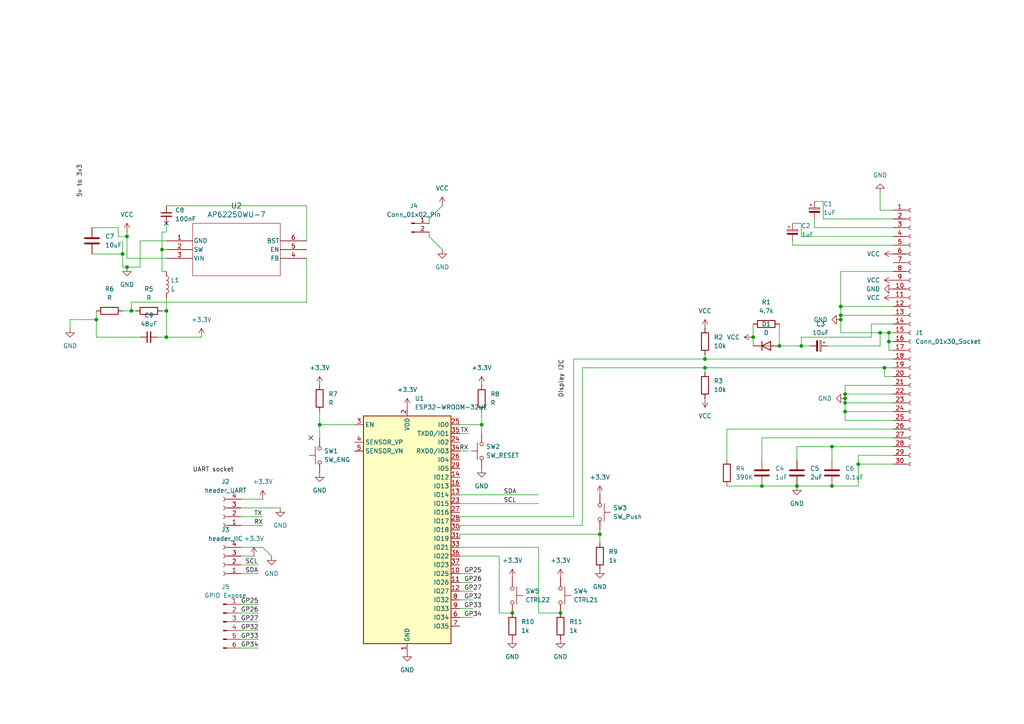
<source format=kicad_sch>
(kicad_sch
	(version 20231120)
	(generator "eeschema")
	(generator_version "8.0")
	(uuid "0b5db159-70ce-49b3-b711-6cfa9c58e5ee")
	(paper "A4")
	(title_block
		(title "ESP32 Gas Detector")
		(rev "1-B1")
		(company "LILYLAB")
	)
	(lib_symbols
		(symbol "2024-04-11_15-54-49:AP62250WU-7"
			(pin_names
				(offset 0.254)
			)
			(exclude_from_sim no)
			(in_bom yes)
			(on_board yes)
			(property "Reference" "U"
				(at 20.32 10.16 0)
				(effects
					(font
						(size 1.524 1.524)
					)
				)
			)
			(property "Value" "AP62250WU-7"
				(at 20.32 7.62 0)
				(effects
					(font
						(size 1.524 1.524)
					)
				)
			)
			(property "Footprint" "TSOT26STANDARD_DIO"
				(at 0 0 0)
				(effects
					(font
						(size 1.27 1.27)
						(italic yes)
					)
					(hide yes)
				)
			)
			(property "Datasheet" "AP62250WU-7"
				(at 0 0 0)
				(effects
					(font
						(size 1.27 1.27)
						(italic yes)
					)
					(hide yes)
				)
			)
			(property "Description" ""
				(at 0 0 0)
				(effects
					(font
						(size 1.27 1.27)
					)
					(hide yes)
				)
			)
			(property "ki_locked" ""
				(at 0 0 0)
				(effects
					(font
						(size 1.27 1.27)
					)
				)
			)
			(property "ki_keywords" "AP62250WU-7"
				(at 0 0 0)
				(effects
					(font
						(size 1.27 1.27)
					)
					(hide yes)
				)
			)
			(property "ki_fp_filters" "TSOT26STANDARD_DIO TSOT26STANDARD_DIO-M TSOT26STANDARD_DIO-L"
				(at 0 0 0)
				(effects
					(font
						(size 1.27 1.27)
					)
					(hide yes)
				)
			)
			(symbol "AP62250WU-7_0_1"
				(polyline
					(pts
						(xy 7.62 -10.16) (xy 33.02 -10.16)
					)
					(stroke
						(width 0.127)
						(type default)
					)
					(fill
						(type none)
					)
				)
				(polyline
					(pts
						(xy 7.62 5.08) (xy 7.62 -10.16)
					)
					(stroke
						(width 0.127)
						(type default)
					)
					(fill
						(type none)
					)
				)
				(polyline
					(pts
						(xy 33.02 -10.16) (xy 33.02 5.08)
					)
					(stroke
						(width 0.127)
						(type default)
					)
					(fill
						(type none)
					)
				)
				(polyline
					(pts
						(xy 33.02 5.08) (xy 7.62 5.08)
					)
					(stroke
						(width 0.127)
						(type default)
					)
					(fill
						(type none)
					)
				)
				(pin power_out line
					(at 0 0 0)
					(length 7.62)
					(name "GND"
						(effects
							(font
								(size 1.27 1.27)
							)
						)
					)
					(number "1"
						(effects
							(font
								(size 1.27 1.27)
							)
						)
					)
				)
				(pin output line
					(at 0 -2.54 0)
					(length 7.62)
					(name "SW"
						(effects
							(font
								(size 1.27 1.27)
							)
						)
					)
					(number "2"
						(effects
							(font
								(size 1.27 1.27)
							)
						)
					)
				)
				(pin power_in line
					(at 0 -5.08 0)
					(length 7.62)
					(name "VIN"
						(effects
							(font
								(size 1.27 1.27)
							)
						)
					)
					(number "3"
						(effects
							(font
								(size 1.27 1.27)
							)
						)
					)
				)
				(pin input line
					(at 40.64 -5.08 180)
					(length 7.62)
					(name "FB"
						(effects
							(font
								(size 1.27 1.27)
							)
						)
					)
					(number "4"
						(effects
							(font
								(size 1.27 1.27)
							)
						)
					)
				)
				(pin input line
					(at 40.64 -2.54 180)
					(length 7.62)
					(name "EN"
						(effects
							(font
								(size 1.27 1.27)
							)
						)
					)
					(number "5"
						(effects
							(font
								(size 1.27 1.27)
							)
						)
					)
				)
				(pin power_in line
					(at 40.64 0 180)
					(length 7.62)
					(name "BST"
						(effects
							(font
								(size 1.27 1.27)
							)
						)
					)
					(number "6"
						(effects
							(font
								(size 1.27 1.27)
							)
						)
					)
				)
			)
		)
		(symbol "Connector:Conn_01x02_Pin"
			(pin_names
				(offset 1.016) hide)
			(exclude_from_sim no)
			(in_bom yes)
			(on_board yes)
			(property "Reference" "J"
				(at 0 2.54 0)
				(effects
					(font
						(size 1.27 1.27)
					)
				)
			)
			(property "Value" "Conn_01x02_Pin"
				(at 0 -5.08 0)
				(effects
					(font
						(size 1.27 1.27)
					)
				)
			)
			(property "Footprint" ""
				(at 0 0 0)
				(effects
					(font
						(size 1.27 1.27)
					)
					(hide yes)
				)
			)
			(property "Datasheet" "~"
				(at 0 0 0)
				(effects
					(font
						(size 1.27 1.27)
					)
					(hide yes)
				)
			)
			(property "Description" "Generic connector, single row, 01x02, script generated"
				(at 0 0 0)
				(effects
					(font
						(size 1.27 1.27)
					)
					(hide yes)
				)
			)
			(property "ki_locked" ""
				(at 0 0 0)
				(effects
					(font
						(size 1.27 1.27)
					)
				)
			)
			(property "ki_keywords" "connector"
				(at 0 0 0)
				(effects
					(font
						(size 1.27 1.27)
					)
					(hide yes)
				)
			)
			(property "ki_fp_filters" "Connector*:*_1x??_*"
				(at 0 0 0)
				(effects
					(font
						(size 1.27 1.27)
					)
					(hide yes)
				)
			)
			(symbol "Conn_01x02_Pin_1_1"
				(polyline
					(pts
						(xy 1.27 -2.54) (xy 0.8636 -2.54)
					)
					(stroke
						(width 0.1524)
						(type default)
					)
					(fill
						(type none)
					)
				)
				(polyline
					(pts
						(xy 1.27 0) (xy 0.8636 0)
					)
					(stroke
						(width 0.1524)
						(type default)
					)
					(fill
						(type none)
					)
				)
				(rectangle
					(start 0.8636 -2.413)
					(end 0 -2.667)
					(stroke
						(width 0.1524)
						(type default)
					)
					(fill
						(type outline)
					)
				)
				(rectangle
					(start 0.8636 0.127)
					(end 0 -0.127)
					(stroke
						(width 0.1524)
						(type default)
					)
					(fill
						(type outline)
					)
				)
				(pin passive line
					(at 5.08 0 180)
					(length 3.81)
					(name "Pin_1"
						(effects
							(font
								(size 1.27 1.27)
							)
						)
					)
					(number "1"
						(effects
							(font
								(size 1.27 1.27)
							)
						)
					)
				)
				(pin passive line
					(at 5.08 -2.54 180)
					(length 3.81)
					(name "Pin_2"
						(effects
							(font
								(size 1.27 1.27)
							)
						)
					)
					(number "2"
						(effects
							(font
								(size 1.27 1.27)
							)
						)
					)
				)
			)
		)
		(symbol "Connector:Conn_01x04_Socket"
			(pin_names
				(offset 1.016) hide)
			(exclude_from_sim no)
			(in_bom yes)
			(on_board yes)
			(property "Reference" "J"
				(at 0 5.08 0)
				(effects
					(font
						(size 1.27 1.27)
					)
				)
			)
			(property "Value" "Conn_01x04_Socket"
				(at 0 -7.62 0)
				(effects
					(font
						(size 1.27 1.27)
					)
				)
			)
			(property "Footprint" ""
				(at 0 0 0)
				(effects
					(font
						(size 1.27 1.27)
					)
					(hide yes)
				)
			)
			(property "Datasheet" "~"
				(at 0 0 0)
				(effects
					(font
						(size 1.27 1.27)
					)
					(hide yes)
				)
			)
			(property "Description" "Generic connector, single row, 01x04, script generated"
				(at 0 0 0)
				(effects
					(font
						(size 1.27 1.27)
					)
					(hide yes)
				)
			)
			(property "ki_locked" ""
				(at 0 0 0)
				(effects
					(font
						(size 1.27 1.27)
					)
				)
			)
			(property "ki_keywords" "connector"
				(at 0 0 0)
				(effects
					(font
						(size 1.27 1.27)
					)
					(hide yes)
				)
			)
			(property "ki_fp_filters" "Connector*:*_1x??_*"
				(at 0 0 0)
				(effects
					(font
						(size 1.27 1.27)
					)
					(hide yes)
				)
			)
			(symbol "Conn_01x04_Socket_1_1"
				(arc
					(start 0 -4.572)
					(mid -0.5058 -5.08)
					(end 0 -5.588)
					(stroke
						(width 0.1524)
						(type default)
					)
					(fill
						(type none)
					)
				)
				(arc
					(start 0 -2.032)
					(mid -0.5058 -2.54)
					(end 0 -3.048)
					(stroke
						(width 0.1524)
						(type default)
					)
					(fill
						(type none)
					)
				)
				(polyline
					(pts
						(xy -1.27 -5.08) (xy -0.508 -5.08)
					)
					(stroke
						(width 0.1524)
						(type default)
					)
					(fill
						(type none)
					)
				)
				(polyline
					(pts
						(xy -1.27 -2.54) (xy -0.508 -2.54)
					)
					(stroke
						(width 0.1524)
						(type default)
					)
					(fill
						(type none)
					)
				)
				(polyline
					(pts
						(xy -1.27 0) (xy -0.508 0)
					)
					(stroke
						(width 0.1524)
						(type default)
					)
					(fill
						(type none)
					)
				)
				(polyline
					(pts
						(xy -1.27 2.54) (xy -0.508 2.54)
					)
					(stroke
						(width 0.1524)
						(type default)
					)
					(fill
						(type none)
					)
				)
				(arc
					(start 0 0.508)
					(mid -0.5058 0)
					(end 0 -0.508)
					(stroke
						(width 0.1524)
						(type default)
					)
					(fill
						(type none)
					)
				)
				(arc
					(start 0 3.048)
					(mid -0.5058 2.54)
					(end 0 2.032)
					(stroke
						(width 0.1524)
						(type default)
					)
					(fill
						(type none)
					)
				)
				(pin passive line
					(at -5.08 2.54 0)
					(length 3.81)
					(name "Pin_1"
						(effects
							(font
								(size 1.27 1.27)
							)
						)
					)
					(number "1"
						(effects
							(font
								(size 1.27 1.27)
							)
						)
					)
				)
				(pin passive line
					(at -5.08 0 0)
					(length 3.81)
					(name "Pin_2"
						(effects
							(font
								(size 1.27 1.27)
							)
						)
					)
					(number "2"
						(effects
							(font
								(size 1.27 1.27)
							)
						)
					)
				)
				(pin passive line
					(at -5.08 -2.54 0)
					(length 3.81)
					(name "Pin_3"
						(effects
							(font
								(size 1.27 1.27)
							)
						)
					)
					(number "3"
						(effects
							(font
								(size 1.27 1.27)
							)
						)
					)
				)
				(pin passive line
					(at -5.08 -5.08 0)
					(length 3.81)
					(name "Pin_4"
						(effects
							(font
								(size 1.27 1.27)
							)
						)
					)
					(number "4"
						(effects
							(font
								(size 1.27 1.27)
							)
						)
					)
				)
			)
		)
		(symbol "Connector:Conn_01x06_Pin"
			(pin_names
				(offset 1.016) hide)
			(exclude_from_sim no)
			(in_bom yes)
			(on_board yes)
			(property "Reference" "J"
				(at 0 7.62 0)
				(effects
					(font
						(size 1.27 1.27)
					)
				)
			)
			(property "Value" "Conn_01x06_Pin"
				(at 0 -10.16 0)
				(effects
					(font
						(size 1.27 1.27)
					)
				)
			)
			(property "Footprint" ""
				(at 0 0 0)
				(effects
					(font
						(size 1.27 1.27)
					)
					(hide yes)
				)
			)
			(property "Datasheet" "~"
				(at 0 0 0)
				(effects
					(font
						(size 1.27 1.27)
					)
					(hide yes)
				)
			)
			(property "Description" "Generic connector, single row, 01x06, script generated"
				(at 0 0 0)
				(effects
					(font
						(size 1.27 1.27)
					)
					(hide yes)
				)
			)
			(property "ki_locked" ""
				(at 0 0 0)
				(effects
					(font
						(size 1.27 1.27)
					)
				)
			)
			(property "ki_keywords" "connector"
				(at 0 0 0)
				(effects
					(font
						(size 1.27 1.27)
					)
					(hide yes)
				)
			)
			(property "ki_fp_filters" "Connector*:*_1x??_*"
				(at 0 0 0)
				(effects
					(font
						(size 1.27 1.27)
					)
					(hide yes)
				)
			)
			(symbol "Conn_01x06_Pin_1_1"
				(polyline
					(pts
						(xy 1.27 -7.62) (xy 0.8636 -7.62)
					)
					(stroke
						(width 0.1524)
						(type default)
					)
					(fill
						(type none)
					)
				)
				(polyline
					(pts
						(xy 1.27 -5.08) (xy 0.8636 -5.08)
					)
					(stroke
						(width 0.1524)
						(type default)
					)
					(fill
						(type none)
					)
				)
				(polyline
					(pts
						(xy 1.27 -2.54) (xy 0.8636 -2.54)
					)
					(stroke
						(width 0.1524)
						(type default)
					)
					(fill
						(type none)
					)
				)
				(polyline
					(pts
						(xy 1.27 0) (xy 0.8636 0)
					)
					(stroke
						(width 0.1524)
						(type default)
					)
					(fill
						(type none)
					)
				)
				(polyline
					(pts
						(xy 1.27 2.54) (xy 0.8636 2.54)
					)
					(stroke
						(width 0.1524)
						(type default)
					)
					(fill
						(type none)
					)
				)
				(polyline
					(pts
						(xy 1.27 5.08) (xy 0.8636 5.08)
					)
					(stroke
						(width 0.1524)
						(type default)
					)
					(fill
						(type none)
					)
				)
				(rectangle
					(start 0.8636 -7.493)
					(end 0 -7.747)
					(stroke
						(width 0.1524)
						(type default)
					)
					(fill
						(type outline)
					)
				)
				(rectangle
					(start 0.8636 -4.953)
					(end 0 -5.207)
					(stroke
						(width 0.1524)
						(type default)
					)
					(fill
						(type outline)
					)
				)
				(rectangle
					(start 0.8636 -2.413)
					(end 0 -2.667)
					(stroke
						(width 0.1524)
						(type default)
					)
					(fill
						(type outline)
					)
				)
				(rectangle
					(start 0.8636 0.127)
					(end 0 -0.127)
					(stroke
						(width 0.1524)
						(type default)
					)
					(fill
						(type outline)
					)
				)
				(rectangle
					(start 0.8636 2.667)
					(end 0 2.413)
					(stroke
						(width 0.1524)
						(type default)
					)
					(fill
						(type outline)
					)
				)
				(rectangle
					(start 0.8636 5.207)
					(end 0 4.953)
					(stroke
						(width 0.1524)
						(type default)
					)
					(fill
						(type outline)
					)
				)
				(pin passive line
					(at 5.08 5.08 180)
					(length 3.81)
					(name "Pin_1"
						(effects
							(font
								(size 1.27 1.27)
							)
						)
					)
					(number "1"
						(effects
							(font
								(size 1.27 1.27)
							)
						)
					)
				)
				(pin passive line
					(at 5.08 2.54 180)
					(length 3.81)
					(name "Pin_2"
						(effects
							(font
								(size 1.27 1.27)
							)
						)
					)
					(number "2"
						(effects
							(font
								(size 1.27 1.27)
							)
						)
					)
				)
				(pin passive line
					(at 5.08 0 180)
					(length 3.81)
					(name "Pin_3"
						(effects
							(font
								(size 1.27 1.27)
							)
						)
					)
					(number "3"
						(effects
							(font
								(size 1.27 1.27)
							)
						)
					)
				)
				(pin passive line
					(at 5.08 -2.54 180)
					(length 3.81)
					(name "Pin_4"
						(effects
							(font
								(size 1.27 1.27)
							)
						)
					)
					(number "4"
						(effects
							(font
								(size 1.27 1.27)
							)
						)
					)
				)
				(pin passive line
					(at 5.08 -5.08 180)
					(length 3.81)
					(name "Pin_5"
						(effects
							(font
								(size 1.27 1.27)
							)
						)
					)
					(number "5"
						(effects
							(font
								(size 1.27 1.27)
							)
						)
					)
				)
				(pin passive line
					(at 5.08 -7.62 180)
					(length 3.81)
					(name "Pin_6"
						(effects
							(font
								(size 1.27 1.27)
							)
						)
					)
					(number "6"
						(effects
							(font
								(size 1.27 1.27)
							)
						)
					)
				)
			)
		)
		(symbol "Connector:Conn_01x30_Socket"
			(pin_names
				(offset 1.016) hide)
			(exclude_from_sim no)
			(in_bom yes)
			(on_board yes)
			(property "Reference" "J"
				(at 0 38.1 0)
				(effects
					(font
						(size 1.27 1.27)
					)
				)
			)
			(property "Value" "Conn_01x30_Socket"
				(at 0 -40.64 0)
				(effects
					(font
						(size 1.27 1.27)
					)
				)
			)
			(property "Footprint" ""
				(at 0 0 0)
				(effects
					(font
						(size 1.27 1.27)
					)
					(hide yes)
				)
			)
			(property "Datasheet" "~"
				(at 0 0 0)
				(effects
					(font
						(size 1.27 1.27)
					)
					(hide yes)
				)
			)
			(property "Description" "Generic connector, single row, 01x30, script generated"
				(at 0 0 0)
				(effects
					(font
						(size 1.27 1.27)
					)
					(hide yes)
				)
			)
			(property "ki_locked" ""
				(at 0 0 0)
				(effects
					(font
						(size 1.27 1.27)
					)
				)
			)
			(property "ki_keywords" "connector"
				(at 0 0 0)
				(effects
					(font
						(size 1.27 1.27)
					)
					(hide yes)
				)
			)
			(property "ki_fp_filters" "Connector*:*_1x??_*"
				(at 0 0 0)
				(effects
					(font
						(size 1.27 1.27)
					)
					(hide yes)
				)
			)
			(symbol "Conn_01x30_Socket_1_1"
				(arc
					(start 0 -37.592)
					(mid -0.5058 -38.1)
					(end 0 -38.608)
					(stroke
						(width 0.1524)
						(type default)
					)
					(fill
						(type none)
					)
				)
				(arc
					(start 0 -35.052)
					(mid -0.5058 -35.56)
					(end 0 -36.068)
					(stroke
						(width 0.1524)
						(type default)
					)
					(fill
						(type none)
					)
				)
				(arc
					(start 0 -32.512)
					(mid -0.5058 -33.02)
					(end 0 -33.528)
					(stroke
						(width 0.1524)
						(type default)
					)
					(fill
						(type none)
					)
				)
				(arc
					(start 0 -29.972)
					(mid -0.5058 -30.48)
					(end 0 -30.988)
					(stroke
						(width 0.1524)
						(type default)
					)
					(fill
						(type none)
					)
				)
				(arc
					(start 0 -27.432)
					(mid -0.5058 -27.94)
					(end 0 -28.448)
					(stroke
						(width 0.1524)
						(type default)
					)
					(fill
						(type none)
					)
				)
				(arc
					(start 0 -24.892)
					(mid -0.5058 -25.4)
					(end 0 -25.908)
					(stroke
						(width 0.1524)
						(type default)
					)
					(fill
						(type none)
					)
				)
				(arc
					(start 0 -22.352)
					(mid -0.5058 -22.86)
					(end 0 -23.368)
					(stroke
						(width 0.1524)
						(type default)
					)
					(fill
						(type none)
					)
				)
				(arc
					(start 0 -19.812)
					(mid -0.5058 -20.32)
					(end 0 -20.828)
					(stroke
						(width 0.1524)
						(type default)
					)
					(fill
						(type none)
					)
				)
				(arc
					(start 0 -17.272)
					(mid -0.5058 -17.78)
					(end 0 -18.288)
					(stroke
						(width 0.1524)
						(type default)
					)
					(fill
						(type none)
					)
				)
				(arc
					(start 0 -14.732)
					(mid -0.5058 -15.24)
					(end 0 -15.748)
					(stroke
						(width 0.1524)
						(type default)
					)
					(fill
						(type none)
					)
				)
				(arc
					(start 0 -12.192)
					(mid -0.5058 -12.7)
					(end 0 -13.208)
					(stroke
						(width 0.1524)
						(type default)
					)
					(fill
						(type none)
					)
				)
				(arc
					(start 0 -9.652)
					(mid -0.5058 -10.16)
					(end 0 -10.668)
					(stroke
						(width 0.1524)
						(type default)
					)
					(fill
						(type none)
					)
				)
				(arc
					(start 0 -7.112)
					(mid -0.5058 -7.62)
					(end 0 -8.128)
					(stroke
						(width 0.1524)
						(type default)
					)
					(fill
						(type none)
					)
				)
				(arc
					(start 0 -4.572)
					(mid -0.5058 -5.08)
					(end 0 -5.588)
					(stroke
						(width 0.1524)
						(type default)
					)
					(fill
						(type none)
					)
				)
				(arc
					(start 0 -2.032)
					(mid -0.5058 -2.54)
					(end 0 -3.048)
					(stroke
						(width 0.1524)
						(type default)
					)
					(fill
						(type none)
					)
				)
				(polyline
					(pts
						(xy -1.27 -38.1) (xy -0.508 -38.1)
					)
					(stroke
						(width 0.1524)
						(type default)
					)
					(fill
						(type none)
					)
				)
				(polyline
					(pts
						(xy -1.27 -35.56) (xy -0.508 -35.56)
					)
					(stroke
						(width 0.1524)
						(type default)
					)
					(fill
						(type none)
					)
				)
				(polyline
					(pts
						(xy -1.27 -33.02) (xy -0.508 -33.02)
					)
					(stroke
						(width 0.1524)
						(type default)
					)
					(fill
						(type none)
					)
				)
				(polyline
					(pts
						(xy -1.27 -30.48) (xy -0.508 -30.48)
					)
					(stroke
						(width 0.1524)
						(type default)
					)
					(fill
						(type none)
					)
				)
				(polyline
					(pts
						(xy -1.27 -27.94) (xy -0.508 -27.94)
					)
					(stroke
						(width 0.1524)
						(type default)
					)
					(fill
						(type none)
					)
				)
				(polyline
					(pts
						(xy -1.27 -25.4) (xy -0.508 -25.4)
					)
					(stroke
						(width 0.1524)
						(type default)
					)
					(fill
						(type none)
					)
				)
				(polyline
					(pts
						(xy -1.27 -22.86) (xy -0.508 -22.86)
					)
					(stroke
						(width 0.1524)
						(type default)
					)
					(fill
						(type none)
					)
				)
				(polyline
					(pts
						(xy -1.27 -20.32) (xy -0.508 -20.32)
					)
					(stroke
						(width 0.1524)
						(type default)
					)
					(fill
						(type none)
					)
				)
				(polyline
					(pts
						(xy -1.27 -17.78) (xy -0.508 -17.78)
					)
					(stroke
						(width 0.1524)
						(type default)
					)
					(fill
						(type none)
					)
				)
				(polyline
					(pts
						(xy -1.27 -15.24) (xy -0.508 -15.24)
					)
					(stroke
						(width 0.1524)
						(type default)
					)
					(fill
						(type none)
					)
				)
				(polyline
					(pts
						(xy -1.27 -12.7) (xy -0.508 -12.7)
					)
					(stroke
						(width 0.1524)
						(type default)
					)
					(fill
						(type none)
					)
				)
				(polyline
					(pts
						(xy -1.27 -10.16) (xy -0.508 -10.16)
					)
					(stroke
						(width 0.1524)
						(type default)
					)
					(fill
						(type none)
					)
				)
				(polyline
					(pts
						(xy -1.27 -7.62) (xy -0.508 -7.62)
					)
					(stroke
						(width 0.1524)
						(type default)
					)
					(fill
						(type none)
					)
				)
				(polyline
					(pts
						(xy -1.27 -5.08) (xy -0.508 -5.08)
					)
					(stroke
						(width 0.1524)
						(type default)
					)
					(fill
						(type none)
					)
				)
				(polyline
					(pts
						(xy -1.27 -2.54) (xy -0.508 -2.54)
					)
					(stroke
						(width 0.1524)
						(type default)
					)
					(fill
						(type none)
					)
				)
				(polyline
					(pts
						(xy -1.27 0) (xy -0.508 0)
					)
					(stroke
						(width 0.1524)
						(type default)
					)
					(fill
						(type none)
					)
				)
				(polyline
					(pts
						(xy -1.27 2.54) (xy -0.508 2.54)
					)
					(stroke
						(width 0.1524)
						(type default)
					)
					(fill
						(type none)
					)
				)
				(polyline
					(pts
						(xy -1.27 5.08) (xy -0.508 5.08)
					)
					(stroke
						(width 0.1524)
						(type default)
					)
					(fill
						(type none)
					)
				)
				(polyline
					(pts
						(xy -1.27 7.62) (xy -0.508 7.62)
					)
					(stroke
						(width 0.1524)
						(type default)
					)
					(fill
						(type none)
					)
				)
				(polyline
					(pts
						(xy -1.27 10.16) (xy -0.508 10.16)
					)
					(stroke
						(width 0.1524)
						(type default)
					)
					(fill
						(type none)
					)
				)
				(polyline
					(pts
						(xy -1.27 12.7) (xy -0.508 12.7)
					)
					(stroke
						(width 0.1524)
						(type default)
					)
					(fill
						(type none)
					)
				)
				(polyline
					(pts
						(xy -1.27 15.24) (xy -0.508 15.24)
					)
					(stroke
						(width 0.1524)
						(type default)
					)
					(fill
						(type none)
					)
				)
				(polyline
					(pts
						(xy -1.27 17.78) (xy -0.508 17.78)
					)
					(stroke
						(width 0.1524)
						(type default)
					)
					(fill
						(type none)
					)
				)
				(polyline
					(pts
						(xy -1.27 20.32) (xy -0.508 20.32)
					)
					(stroke
						(width 0.1524)
						(type default)
					)
					(fill
						(type none)
					)
				)
				(polyline
					(pts
						(xy -1.27 22.86) (xy -0.508 22.86)
					)
					(stroke
						(width 0.1524)
						(type default)
					)
					(fill
						(type none)
					)
				)
				(polyline
					(pts
						(xy -1.27 25.4) (xy -0.508 25.4)
					)
					(stroke
						(width 0.1524)
						(type default)
					)
					(fill
						(type none)
					)
				)
				(polyline
					(pts
						(xy -1.27 27.94) (xy -0.508 27.94)
					)
					(stroke
						(width 0.1524)
						(type default)
					)
					(fill
						(type none)
					)
				)
				(polyline
					(pts
						(xy -1.27 30.48) (xy -0.508 30.48)
					)
					(stroke
						(width 0.1524)
						(type default)
					)
					(fill
						(type none)
					)
				)
				(polyline
					(pts
						(xy -1.27 33.02) (xy -0.508 33.02)
					)
					(stroke
						(width 0.1524)
						(type default)
					)
					(fill
						(type none)
					)
				)
				(polyline
					(pts
						(xy -1.27 35.56) (xy -0.508 35.56)
					)
					(stroke
						(width 0.1524)
						(type default)
					)
					(fill
						(type none)
					)
				)
				(arc
					(start 0 0.508)
					(mid -0.5058 0)
					(end 0 -0.508)
					(stroke
						(width 0.1524)
						(type default)
					)
					(fill
						(type none)
					)
				)
				(arc
					(start 0 3.048)
					(mid -0.5058 2.54)
					(end 0 2.032)
					(stroke
						(width 0.1524)
						(type default)
					)
					(fill
						(type none)
					)
				)
				(arc
					(start 0 5.588)
					(mid -0.5058 5.08)
					(end 0 4.572)
					(stroke
						(width 0.1524)
						(type default)
					)
					(fill
						(type none)
					)
				)
				(arc
					(start 0 8.128)
					(mid -0.5058 7.62)
					(end 0 7.112)
					(stroke
						(width 0.1524)
						(type default)
					)
					(fill
						(type none)
					)
				)
				(arc
					(start 0 10.668)
					(mid -0.5058 10.16)
					(end 0 9.652)
					(stroke
						(width 0.1524)
						(type default)
					)
					(fill
						(type none)
					)
				)
				(arc
					(start 0 13.208)
					(mid -0.5058 12.7)
					(end 0 12.192)
					(stroke
						(width 0.1524)
						(type default)
					)
					(fill
						(type none)
					)
				)
				(arc
					(start 0 15.748)
					(mid -0.5058 15.24)
					(end 0 14.732)
					(stroke
						(width 0.1524)
						(type default)
					)
					(fill
						(type none)
					)
				)
				(arc
					(start 0 18.288)
					(mid -0.5058 17.78)
					(end 0 17.272)
					(stroke
						(width 0.1524)
						(type default)
					)
					(fill
						(type none)
					)
				)
				(arc
					(start 0 20.828)
					(mid -0.5058 20.32)
					(end 0 19.812)
					(stroke
						(width 0.1524)
						(type default)
					)
					(fill
						(type none)
					)
				)
				(arc
					(start 0 23.368)
					(mid -0.5058 22.86)
					(end 0 22.352)
					(stroke
						(width 0.1524)
						(type default)
					)
					(fill
						(type none)
					)
				)
				(arc
					(start 0 25.908)
					(mid -0.5058 25.4)
					(end 0 24.892)
					(stroke
						(width 0.1524)
						(type default)
					)
					(fill
						(type none)
					)
				)
				(arc
					(start 0 28.448)
					(mid -0.5058 27.94)
					(end 0 27.432)
					(stroke
						(width 0.1524)
						(type default)
					)
					(fill
						(type none)
					)
				)
				(arc
					(start 0 30.988)
					(mid -0.5058 30.48)
					(end 0 29.972)
					(stroke
						(width 0.1524)
						(type default)
					)
					(fill
						(type none)
					)
				)
				(arc
					(start 0 33.528)
					(mid -0.5058 33.02)
					(end 0 32.512)
					(stroke
						(width 0.1524)
						(type default)
					)
					(fill
						(type none)
					)
				)
				(arc
					(start 0 36.068)
					(mid -0.5058 35.56)
					(end 0 35.052)
					(stroke
						(width 0.1524)
						(type default)
					)
					(fill
						(type none)
					)
				)
				(pin passive line
					(at -5.08 35.56 0)
					(length 3.81)
					(name "Pin_1"
						(effects
							(font
								(size 1.27 1.27)
							)
						)
					)
					(number "1"
						(effects
							(font
								(size 1.27 1.27)
							)
						)
					)
				)
				(pin passive line
					(at -5.08 12.7 0)
					(length 3.81)
					(name "Pin_10"
						(effects
							(font
								(size 1.27 1.27)
							)
						)
					)
					(number "10"
						(effects
							(font
								(size 1.27 1.27)
							)
						)
					)
				)
				(pin passive line
					(at -5.08 10.16 0)
					(length 3.81)
					(name "Pin_11"
						(effects
							(font
								(size 1.27 1.27)
							)
						)
					)
					(number "11"
						(effects
							(font
								(size 1.27 1.27)
							)
						)
					)
				)
				(pin passive line
					(at -5.08 7.62 0)
					(length 3.81)
					(name "Pin_12"
						(effects
							(font
								(size 1.27 1.27)
							)
						)
					)
					(number "12"
						(effects
							(font
								(size 1.27 1.27)
							)
						)
					)
				)
				(pin passive line
					(at -5.08 5.08 0)
					(length 3.81)
					(name "Pin_13"
						(effects
							(font
								(size 1.27 1.27)
							)
						)
					)
					(number "13"
						(effects
							(font
								(size 1.27 1.27)
							)
						)
					)
				)
				(pin passive line
					(at -5.08 2.54 0)
					(length 3.81)
					(name "Pin_14"
						(effects
							(font
								(size 1.27 1.27)
							)
						)
					)
					(number "14"
						(effects
							(font
								(size 1.27 1.27)
							)
						)
					)
				)
				(pin passive line
					(at -5.08 0 0)
					(length 3.81)
					(name "Pin_15"
						(effects
							(font
								(size 1.27 1.27)
							)
						)
					)
					(number "15"
						(effects
							(font
								(size 1.27 1.27)
							)
						)
					)
				)
				(pin passive line
					(at -5.08 -2.54 0)
					(length 3.81)
					(name "Pin_16"
						(effects
							(font
								(size 1.27 1.27)
							)
						)
					)
					(number "16"
						(effects
							(font
								(size 1.27 1.27)
							)
						)
					)
				)
				(pin passive line
					(at -5.08 -5.08 0)
					(length 3.81)
					(name "Pin_17"
						(effects
							(font
								(size 1.27 1.27)
							)
						)
					)
					(number "17"
						(effects
							(font
								(size 1.27 1.27)
							)
						)
					)
				)
				(pin passive line
					(at -5.08 -7.62 0)
					(length 3.81)
					(name "Pin_18"
						(effects
							(font
								(size 1.27 1.27)
							)
						)
					)
					(number "18"
						(effects
							(font
								(size 1.27 1.27)
							)
						)
					)
				)
				(pin passive line
					(at -5.08 -10.16 0)
					(length 3.81)
					(name "Pin_19"
						(effects
							(font
								(size 1.27 1.27)
							)
						)
					)
					(number "19"
						(effects
							(font
								(size 1.27 1.27)
							)
						)
					)
				)
				(pin passive line
					(at -5.08 33.02 0)
					(length 3.81)
					(name "Pin_2"
						(effects
							(font
								(size 1.27 1.27)
							)
						)
					)
					(number "2"
						(effects
							(font
								(size 1.27 1.27)
							)
						)
					)
				)
				(pin passive line
					(at -5.08 -12.7 0)
					(length 3.81)
					(name "Pin_20"
						(effects
							(font
								(size 1.27 1.27)
							)
						)
					)
					(number "20"
						(effects
							(font
								(size 1.27 1.27)
							)
						)
					)
				)
				(pin passive line
					(at -5.08 -15.24 0)
					(length 3.81)
					(name "Pin_21"
						(effects
							(font
								(size 1.27 1.27)
							)
						)
					)
					(number "21"
						(effects
							(font
								(size 1.27 1.27)
							)
						)
					)
				)
				(pin passive line
					(at -5.08 -17.78 0)
					(length 3.81)
					(name "Pin_22"
						(effects
							(font
								(size 1.27 1.27)
							)
						)
					)
					(number "22"
						(effects
							(font
								(size 1.27 1.27)
							)
						)
					)
				)
				(pin passive line
					(at -5.08 -20.32 0)
					(length 3.81)
					(name "Pin_23"
						(effects
							(font
								(size 1.27 1.27)
							)
						)
					)
					(number "23"
						(effects
							(font
								(size 1.27 1.27)
							)
						)
					)
				)
				(pin passive line
					(at -5.08 -22.86 0)
					(length 3.81)
					(name "Pin_24"
						(effects
							(font
								(size 1.27 1.27)
							)
						)
					)
					(number "24"
						(effects
							(font
								(size 1.27 1.27)
							)
						)
					)
				)
				(pin passive line
					(at -5.08 -25.4 0)
					(length 3.81)
					(name "Pin_25"
						(effects
							(font
								(size 1.27 1.27)
							)
						)
					)
					(number "25"
						(effects
							(font
								(size 1.27 1.27)
							)
						)
					)
				)
				(pin passive line
					(at -5.08 -27.94 0)
					(length 3.81)
					(name "Pin_26"
						(effects
							(font
								(size 1.27 1.27)
							)
						)
					)
					(number "26"
						(effects
							(font
								(size 1.27 1.27)
							)
						)
					)
				)
				(pin passive line
					(at -5.08 -30.48 0)
					(length 3.81)
					(name "Pin_27"
						(effects
							(font
								(size 1.27 1.27)
							)
						)
					)
					(number "27"
						(effects
							(font
								(size 1.27 1.27)
							)
						)
					)
				)
				(pin passive line
					(at -5.08 -33.02 0)
					(length 3.81)
					(name "Pin_28"
						(effects
							(font
								(size 1.27 1.27)
							)
						)
					)
					(number "28"
						(effects
							(font
								(size 1.27 1.27)
							)
						)
					)
				)
				(pin passive line
					(at -5.08 -35.56 0)
					(length 3.81)
					(name "Pin_29"
						(effects
							(font
								(size 1.27 1.27)
							)
						)
					)
					(number "29"
						(effects
							(font
								(size 1.27 1.27)
							)
						)
					)
				)
				(pin passive line
					(at -5.08 30.48 0)
					(length 3.81)
					(name "Pin_3"
						(effects
							(font
								(size 1.27 1.27)
							)
						)
					)
					(number "3"
						(effects
							(font
								(size 1.27 1.27)
							)
						)
					)
				)
				(pin passive line
					(at -5.08 -38.1 0)
					(length 3.81)
					(name "Pin_30"
						(effects
							(font
								(size 1.27 1.27)
							)
						)
					)
					(number "30"
						(effects
							(font
								(size 1.27 1.27)
							)
						)
					)
				)
				(pin passive line
					(at -5.08 27.94 0)
					(length 3.81)
					(name "Pin_4"
						(effects
							(font
								(size 1.27 1.27)
							)
						)
					)
					(number "4"
						(effects
							(font
								(size 1.27 1.27)
							)
						)
					)
				)
				(pin passive line
					(at -5.08 25.4 0)
					(length 3.81)
					(name "Pin_5"
						(effects
							(font
								(size 1.27 1.27)
							)
						)
					)
					(number "5"
						(effects
							(font
								(size 1.27 1.27)
							)
						)
					)
				)
				(pin passive line
					(at -5.08 22.86 0)
					(length 3.81)
					(name "Pin_6"
						(effects
							(font
								(size 1.27 1.27)
							)
						)
					)
					(number "6"
						(effects
							(font
								(size 1.27 1.27)
							)
						)
					)
				)
				(pin passive line
					(at -5.08 20.32 0)
					(length 3.81)
					(name "Pin_7"
						(effects
							(font
								(size 1.27 1.27)
							)
						)
					)
					(number "7"
						(effects
							(font
								(size 1.27 1.27)
							)
						)
					)
				)
				(pin passive line
					(at -5.08 17.78 0)
					(length 3.81)
					(name "Pin_8"
						(effects
							(font
								(size 1.27 1.27)
							)
						)
					)
					(number "8"
						(effects
							(font
								(size 1.27 1.27)
							)
						)
					)
				)
				(pin passive line
					(at -5.08 15.24 0)
					(length 3.81)
					(name "Pin_9"
						(effects
							(font
								(size 1.27 1.27)
							)
						)
					)
					(number "9"
						(effects
							(font
								(size 1.27 1.27)
							)
						)
					)
				)
			)
		)
		(symbol "Device:C"
			(pin_numbers hide)
			(pin_names
				(offset 0.254)
			)
			(exclude_from_sim no)
			(in_bom yes)
			(on_board yes)
			(property "Reference" "C"
				(at 0.635 2.54 0)
				(effects
					(font
						(size 1.27 1.27)
					)
					(justify left)
				)
			)
			(property "Value" "C"
				(at 0.635 -2.54 0)
				(effects
					(font
						(size 1.27 1.27)
					)
					(justify left)
				)
			)
			(property "Footprint" ""
				(at 0.9652 -3.81 0)
				(effects
					(font
						(size 1.27 1.27)
					)
					(hide yes)
				)
			)
			(property "Datasheet" "~"
				(at 0 0 0)
				(effects
					(font
						(size 1.27 1.27)
					)
					(hide yes)
				)
			)
			(property "Description" "Unpolarized capacitor"
				(at 0 0 0)
				(effects
					(font
						(size 1.27 1.27)
					)
					(hide yes)
				)
			)
			(property "ki_keywords" "cap capacitor"
				(at 0 0 0)
				(effects
					(font
						(size 1.27 1.27)
					)
					(hide yes)
				)
			)
			(property "ki_fp_filters" "C_*"
				(at 0 0 0)
				(effects
					(font
						(size 1.27 1.27)
					)
					(hide yes)
				)
			)
			(symbol "C_0_1"
				(polyline
					(pts
						(xy -2.032 -0.762) (xy 2.032 -0.762)
					)
					(stroke
						(width 0.508)
						(type default)
					)
					(fill
						(type none)
					)
				)
				(polyline
					(pts
						(xy -2.032 0.762) (xy 2.032 0.762)
					)
					(stroke
						(width 0.508)
						(type default)
					)
					(fill
						(type none)
					)
				)
			)
			(symbol "C_1_1"
				(pin passive line
					(at 0 3.81 270)
					(length 2.794)
					(name "~"
						(effects
							(font
								(size 1.27 1.27)
							)
						)
					)
					(number "1"
						(effects
							(font
								(size 1.27 1.27)
							)
						)
					)
				)
				(pin passive line
					(at 0 -3.81 90)
					(length 2.794)
					(name "~"
						(effects
							(font
								(size 1.27 1.27)
							)
						)
					)
					(number "2"
						(effects
							(font
								(size 1.27 1.27)
							)
						)
					)
				)
			)
		)
		(symbol "Device:C_Polarized_Small"
			(pin_numbers hide)
			(pin_names
				(offset 0.254) hide)
			(exclude_from_sim no)
			(in_bom yes)
			(on_board yes)
			(property "Reference" "C"
				(at 0.254 1.778 0)
				(effects
					(font
						(size 1.27 1.27)
					)
					(justify left)
				)
			)
			(property "Value" "C_Polarized_Small"
				(at 0.254 -2.032 0)
				(effects
					(font
						(size 1.27 1.27)
					)
					(justify left)
				)
			)
			(property "Footprint" ""
				(at 0 0 0)
				(effects
					(font
						(size 1.27 1.27)
					)
					(hide yes)
				)
			)
			(property "Datasheet" "~"
				(at 0 0 0)
				(effects
					(font
						(size 1.27 1.27)
					)
					(hide yes)
				)
			)
			(property "Description" "Polarized capacitor, small symbol"
				(at 0 0 0)
				(effects
					(font
						(size 1.27 1.27)
					)
					(hide yes)
				)
			)
			(property "ki_keywords" "cap capacitor"
				(at 0 0 0)
				(effects
					(font
						(size 1.27 1.27)
					)
					(hide yes)
				)
			)
			(property "ki_fp_filters" "CP_*"
				(at 0 0 0)
				(effects
					(font
						(size 1.27 1.27)
					)
					(hide yes)
				)
			)
			(symbol "C_Polarized_Small_0_1"
				(rectangle
					(start -1.524 -0.3048)
					(end 1.524 -0.6858)
					(stroke
						(width 0)
						(type default)
					)
					(fill
						(type outline)
					)
				)
				(rectangle
					(start -1.524 0.6858)
					(end 1.524 0.3048)
					(stroke
						(width 0)
						(type default)
					)
					(fill
						(type none)
					)
				)
				(polyline
					(pts
						(xy -1.27 1.524) (xy -0.762 1.524)
					)
					(stroke
						(width 0)
						(type default)
					)
					(fill
						(type none)
					)
				)
				(polyline
					(pts
						(xy -1.016 1.27) (xy -1.016 1.778)
					)
					(stroke
						(width 0)
						(type default)
					)
					(fill
						(type none)
					)
				)
			)
			(symbol "C_Polarized_Small_1_1"
				(pin passive line
					(at 0 2.54 270)
					(length 1.8542)
					(name "~"
						(effects
							(font
								(size 1.27 1.27)
							)
						)
					)
					(number "1"
						(effects
							(font
								(size 1.27 1.27)
							)
						)
					)
				)
				(pin passive line
					(at 0 -2.54 90)
					(length 1.8542)
					(name "~"
						(effects
							(font
								(size 1.27 1.27)
							)
						)
					)
					(number "2"
						(effects
							(font
								(size 1.27 1.27)
							)
						)
					)
				)
			)
		)
		(symbol "Device:C_Small"
			(pin_numbers hide)
			(pin_names
				(offset 0.254) hide)
			(exclude_from_sim no)
			(in_bom yes)
			(on_board yes)
			(property "Reference" "C"
				(at 0.254 1.778 0)
				(effects
					(font
						(size 1.27 1.27)
					)
					(justify left)
				)
			)
			(property "Value" "C_Small"
				(at 0.254 -2.032 0)
				(effects
					(font
						(size 1.27 1.27)
					)
					(justify left)
				)
			)
			(property "Footprint" ""
				(at 0 0 0)
				(effects
					(font
						(size 1.27 1.27)
					)
					(hide yes)
				)
			)
			(property "Datasheet" "~"
				(at 0 0 0)
				(effects
					(font
						(size 1.27 1.27)
					)
					(hide yes)
				)
			)
			(property "Description" "Unpolarized capacitor, small symbol"
				(at 0 0 0)
				(effects
					(font
						(size 1.27 1.27)
					)
					(hide yes)
				)
			)
			(property "ki_keywords" "capacitor cap"
				(at 0 0 0)
				(effects
					(font
						(size 1.27 1.27)
					)
					(hide yes)
				)
			)
			(property "ki_fp_filters" "C_*"
				(at 0 0 0)
				(effects
					(font
						(size 1.27 1.27)
					)
					(hide yes)
				)
			)
			(symbol "C_Small_0_1"
				(polyline
					(pts
						(xy -1.524 -0.508) (xy 1.524 -0.508)
					)
					(stroke
						(width 0.3302)
						(type default)
					)
					(fill
						(type none)
					)
				)
				(polyline
					(pts
						(xy -1.524 0.508) (xy 1.524 0.508)
					)
					(stroke
						(width 0.3048)
						(type default)
					)
					(fill
						(type none)
					)
				)
			)
			(symbol "C_Small_1_1"
				(pin passive line
					(at 0 2.54 270)
					(length 2.032)
					(name "~"
						(effects
							(font
								(size 1.27 1.27)
							)
						)
					)
					(number "1"
						(effects
							(font
								(size 1.27 1.27)
							)
						)
					)
				)
				(pin passive line
					(at 0 -2.54 90)
					(length 2.032)
					(name "~"
						(effects
							(font
								(size 1.27 1.27)
							)
						)
					)
					(number "2"
						(effects
							(font
								(size 1.27 1.27)
							)
						)
					)
				)
			)
		)
		(symbol "Device:D"
			(pin_numbers hide)
			(pin_names
				(offset 1.016) hide)
			(exclude_from_sim no)
			(in_bom yes)
			(on_board yes)
			(property "Reference" "D"
				(at 0 2.54 0)
				(effects
					(font
						(size 1.27 1.27)
					)
				)
			)
			(property "Value" "D"
				(at 0 -2.54 0)
				(effects
					(font
						(size 1.27 1.27)
					)
				)
			)
			(property "Footprint" ""
				(at 0 0 0)
				(effects
					(font
						(size 1.27 1.27)
					)
					(hide yes)
				)
			)
			(property "Datasheet" "~"
				(at 0 0 0)
				(effects
					(font
						(size 1.27 1.27)
					)
					(hide yes)
				)
			)
			(property "Description" "Diode"
				(at 0 0 0)
				(effects
					(font
						(size 1.27 1.27)
					)
					(hide yes)
				)
			)
			(property "Sim.Device" "D"
				(at 0 0 0)
				(effects
					(font
						(size 1.27 1.27)
					)
					(hide yes)
				)
			)
			(property "Sim.Pins" "1=K 2=A"
				(at 0 0 0)
				(effects
					(font
						(size 1.27 1.27)
					)
					(hide yes)
				)
			)
			(property "ki_keywords" "diode"
				(at 0 0 0)
				(effects
					(font
						(size 1.27 1.27)
					)
					(hide yes)
				)
			)
			(property "ki_fp_filters" "TO-???* *_Diode_* *SingleDiode* D_*"
				(at 0 0 0)
				(effects
					(font
						(size 1.27 1.27)
					)
					(hide yes)
				)
			)
			(symbol "D_0_1"
				(polyline
					(pts
						(xy -1.27 1.27) (xy -1.27 -1.27)
					)
					(stroke
						(width 0.254)
						(type default)
					)
					(fill
						(type none)
					)
				)
				(polyline
					(pts
						(xy 1.27 0) (xy -1.27 0)
					)
					(stroke
						(width 0)
						(type default)
					)
					(fill
						(type none)
					)
				)
				(polyline
					(pts
						(xy 1.27 1.27) (xy 1.27 -1.27) (xy -1.27 0) (xy 1.27 1.27)
					)
					(stroke
						(width 0.254)
						(type default)
					)
					(fill
						(type none)
					)
				)
			)
			(symbol "D_1_1"
				(pin passive line
					(at -3.81 0 0)
					(length 2.54)
					(name "K"
						(effects
							(font
								(size 1.27 1.27)
							)
						)
					)
					(number "1"
						(effects
							(font
								(size 1.27 1.27)
							)
						)
					)
				)
				(pin passive line
					(at 3.81 0 180)
					(length 2.54)
					(name "A"
						(effects
							(font
								(size 1.27 1.27)
							)
						)
					)
					(number "2"
						(effects
							(font
								(size 1.27 1.27)
							)
						)
					)
				)
			)
		)
		(symbol "Device:L"
			(pin_numbers hide)
			(pin_names
				(offset 1.016) hide)
			(exclude_from_sim no)
			(in_bom yes)
			(on_board yes)
			(property "Reference" "L"
				(at -1.27 0 90)
				(effects
					(font
						(size 1.27 1.27)
					)
				)
			)
			(property "Value" "L"
				(at 1.905 0 90)
				(effects
					(font
						(size 1.27 1.27)
					)
				)
			)
			(property "Footprint" ""
				(at 0 0 0)
				(effects
					(font
						(size 1.27 1.27)
					)
					(hide yes)
				)
			)
			(property "Datasheet" "~"
				(at 0 0 0)
				(effects
					(font
						(size 1.27 1.27)
					)
					(hide yes)
				)
			)
			(property "Description" "Inductor"
				(at 0 0 0)
				(effects
					(font
						(size 1.27 1.27)
					)
					(hide yes)
				)
			)
			(property "ki_keywords" "inductor choke coil reactor magnetic"
				(at 0 0 0)
				(effects
					(font
						(size 1.27 1.27)
					)
					(hide yes)
				)
			)
			(property "ki_fp_filters" "Choke_* *Coil* Inductor_* L_*"
				(at 0 0 0)
				(effects
					(font
						(size 1.27 1.27)
					)
					(hide yes)
				)
			)
			(symbol "L_0_1"
				(arc
					(start 0 -2.54)
					(mid 0.6323 -1.905)
					(end 0 -1.27)
					(stroke
						(width 0)
						(type default)
					)
					(fill
						(type none)
					)
				)
				(arc
					(start 0 -1.27)
					(mid 0.6323 -0.635)
					(end 0 0)
					(stroke
						(width 0)
						(type default)
					)
					(fill
						(type none)
					)
				)
				(arc
					(start 0 0)
					(mid 0.6323 0.635)
					(end 0 1.27)
					(stroke
						(width 0)
						(type default)
					)
					(fill
						(type none)
					)
				)
				(arc
					(start 0 1.27)
					(mid 0.6323 1.905)
					(end 0 2.54)
					(stroke
						(width 0)
						(type default)
					)
					(fill
						(type none)
					)
				)
			)
			(symbol "L_1_1"
				(pin passive line
					(at 0 3.81 270)
					(length 1.27)
					(name "1"
						(effects
							(font
								(size 1.27 1.27)
							)
						)
					)
					(number "1"
						(effects
							(font
								(size 1.27 1.27)
							)
						)
					)
				)
				(pin passive line
					(at 0 -3.81 90)
					(length 1.27)
					(name "2"
						(effects
							(font
								(size 1.27 1.27)
							)
						)
					)
					(number "2"
						(effects
							(font
								(size 1.27 1.27)
							)
						)
					)
				)
			)
		)
		(symbol "Device:R"
			(pin_numbers hide)
			(pin_names
				(offset 0)
			)
			(exclude_from_sim no)
			(in_bom yes)
			(on_board yes)
			(property "Reference" "R"
				(at 2.032 0 90)
				(effects
					(font
						(size 1.27 1.27)
					)
				)
			)
			(property "Value" "R"
				(at 0 0 90)
				(effects
					(font
						(size 1.27 1.27)
					)
				)
			)
			(property "Footprint" ""
				(at -1.778 0 90)
				(effects
					(font
						(size 1.27 1.27)
					)
					(hide yes)
				)
			)
			(property "Datasheet" "~"
				(at 0 0 0)
				(effects
					(font
						(size 1.27 1.27)
					)
					(hide yes)
				)
			)
			(property "Description" "Resistor"
				(at 0 0 0)
				(effects
					(font
						(size 1.27 1.27)
					)
					(hide yes)
				)
			)
			(property "ki_keywords" "R res resistor"
				(at 0 0 0)
				(effects
					(font
						(size 1.27 1.27)
					)
					(hide yes)
				)
			)
			(property "ki_fp_filters" "R_*"
				(at 0 0 0)
				(effects
					(font
						(size 1.27 1.27)
					)
					(hide yes)
				)
			)
			(symbol "R_0_1"
				(rectangle
					(start -1.016 -2.54)
					(end 1.016 2.54)
					(stroke
						(width 0.254)
						(type default)
					)
					(fill
						(type none)
					)
				)
			)
			(symbol "R_1_1"
				(pin passive line
					(at 0 3.81 270)
					(length 1.27)
					(name "~"
						(effects
							(font
								(size 1.27 1.27)
							)
						)
					)
					(number "1"
						(effects
							(font
								(size 1.27 1.27)
							)
						)
					)
				)
				(pin passive line
					(at 0 -3.81 90)
					(length 1.27)
					(name "~"
						(effects
							(font
								(size 1.27 1.27)
							)
						)
					)
					(number "2"
						(effects
							(font
								(size 1.27 1.27)
							)
						)
					)
				)
			)
		)
		(symbol "RF_Module:ESP32-WROOM-32UE"
			(exclude_from_sim no)
			(in_bom yes)
			(on_board yes)
			(property "Reference" "U"
				(at -12.7 34.29 0)
				(effects
					(font
						(size 1.27 1.27)
					)
					(justify left)
				)
			)
			(property "Value" "ESP32-WROOM-32UE"
				(at 1.27 34.29 0)
				(effects
					(font
						(size 1.27 1.27)
					)
					(justify left)
				)
			)
			(property "Footprint" "RF_Module:ESP32-WROOM-32UE"
				(at 16.51 -34.29 0)
				(effects
					(font
						(size 1.27 1.27)
					)
					(hide yes)
				)
			)
			(property "Datasheet" "https://www.espressif.com/sites/default/files/documentation/esp32-wroom-32e_esp32-wroom-32ue_datasheet_en.pdf"
				(at 0 0 0)
				(effects
					(font
						(size 1.27 1.27)
					)
					(hide yes)
				)
			)
			(property "Description" "RF Module, ESP32-D0WD-V3 SoC, without PSRAM, Wi-Fi 802.11b/g/n, Bluetooth, BLE, 32-bit, 2.7-3.6V, external antenna, SMD"
				(at 0 0 0)
				(effects
					(font
						(size 1.27 1.27)
					)
					(hide yes)
				)
			)
			(property "ki_keywords" "RF Radio BT ESP ESP32 Espressif external U.FL antenna"
				(at 0 0 0)
				(effects
					(font
						(size 1.27 1.27)
					)
					(hide yes)
				)
			)
			(property "ki_fp_filters" "ESP32?WROOM?32UE*"
				(at 0 0 0)
				(effects
					(font
						(size 1.27 1.27)
					)
					(hide yes)
				)
			)
			(symbol "ESP32-WROOM-32UE_0_1"
				(rectangle
					(start -12.7 33.02)
					(end 12.7 -33.02)
					(stroke
						(width 0.254)
						(type default)
					)
					(fill
						(type background)
					)
				)
			)
			(symbol "ESP32-WROOM-32UE_1_1"
				(pin power_in line
					(at 0 -35.56 90)
					(length 2.54)
					(name "GND"
						(effects
							(font
								(size 1.27 1.27)
							)
						)
					)
					(number "1"
						(effects
							(font
								(size 1.27 1.27)
							)
						)
					)
				)
				(pin bidirectional line
					(at 15.24 -12.7 180)
					(length 2.54)
					(name "IO25"
						(effects
							(font
								(size 1.27 1.27)
							)
						)
					)
					(number "10"
						(effects
							(font
								(size 1.27 1.27)
							)
						)
					)
				)
				(pin bidirectional line
					(at 15.24 -15.24 180)
					(length 2.54)
					(name "IO26"
						(effects
							(font
								(size 1.27 1.27)
							)
						)
					)
					(number "11"
						(effects
							(font
								(size 1.27 1.27)
							)
						)
					)
				)
				(pin bidirectional line
					(at 15.24 -17.78 180)
					(length 2.54)
					(name "IO27"
						(effects
							(font
								(size 1.27 1.27)
							)
						)
					)
					(number "12"
						(effects
							(font
								(size 1.27 1.27)
							)
						)
					)
				)
				(pin bidirectional line
					(at 15.24 10.16 180)
					(length 2.54)
					(name "IO14"
						(effects
							(font
								(size 1.27 1.27)
							)
						)
					)
					(number "13"
						(effects
							(font
								(size 1.27 1.27)
							)
						)
					)
				)
				(pin bidirectional line
					(at 15.24 15.24 180)
					(length 2.54)
					(name "IO12"
						(effects
							(font
								(size 1.27 1.27)
							)
						)
					)
					(number "14"
						(effects
							(font
								(size 1.27 1.27)
							)
						)
					)
				)
				(pin passive line
					(at 0 -35.56 90)
					(length 2.54) hide
					(name "GND"
						(effects
							(font
								(size 1.27 1.27)
							)
						)
					)
					(number "15"
						(effects
							(font
								(size 1.27 1.27)
							)
						)
					)
				)
				(pin bidirectional line
					(at 15.24 12.7 180)
					(length 2.54)
					(name "IO13"
						(effects
							(font
								(size 1.27 1.27)
							)
						)
					)
					(number "16"
						(effects
							(font
								(size 1.27 1.27)
							)
						)
					)
				)
				(pin no_connect line
					(at -12.7 -5.08 0)
					(length 2.54) hide
					(name "NC"
						(effects
							(font
								(size 1.27 1.27)
							)
						)
					)
					(number "17"
						(effects
							(font
								(size 1.27 1.27)
							)
						)
					)
				)
				(pin no_connect line
					(at -12.7 -7.62 0)
					(length 2.54) hide
					(name "NC"
						(effects
							(font
								(size 1.27 1.27)
							)
						)
					)
					(number "18"
						(effects
							(font
								(size 1.27 1.27)
							)
						)
					)
				)
				(pin no_connect line
					(at -12.7 -12.7 0)
					(length 2.54) hide
					(name "NC"
						(effects
							(font
								(size 1.27 1.27)
							)
						)
					)
					(number "19"
						(effects
							(font
								(size 1.27 1.27)
							)
						)
					)
				)
				(pin power_in line
					(at 0 35.56 270)
					(length 2.54)
					(name "VDD"
						(effects
							(font
								(size 1.27 1.27)
							)
						)
					)
					(number "2"
						(effects
							(font
								(size 1.27 1.27)
							)
						)
					)
				)
				(pin no_connect line
					(at -12.7 -10.16 0)
					(length 2.54) hide
					(name "NC"
						(effects
							(font
								(size 1.27 1.27)
							)
						)
					)
					(number "20"
						(effects
							(font
								(size 1.27 1.27)
							)
						)
					)
				)
				(pin no_connect line
					(at -12.7 0 0)
					(length 2.54) hide
					(name "NC"
						(effects
							(font
								(size 1.27 1.27)
							)
						)
					)
					(number "21"
						(effects
							(font
								(size 1.27 1.27)
							)
						)
					)
				)
				(pin no_connect line
					(at -12.7 -2.54 0)
					(length 2.54) hide
					(name "NC"
						(effects
							(font
								(size 1.27 1.27)
							)
						)
					)
					(number "22"
						(effects
							(font
								(size 1.27 1.27)
							)
						)
					)
				)
				(pin bidirectional line
					(at 15.24 7.62 180)
					(length 2.54)
					(name "IO15"
						(effects
							(font
								(size 1.27 1.27)
							)
						)
					)
					(number "23"
						(effects
							(font
								(size 1.27 1.27)
							)
						)
					)
				)
				(pin bidirectional line
					(at 15.24 25.4 180)
					(length 2.54)
					(name "IO2"
						(effects
							(font
								(size 1.27 1.27)
							)
						)
					)
					(number "24"
						(effects
							(font
								(size 1.27 1.27)
							)
						)
					)
				)
				(pin bidirectional line
					(at 15.24 30.48 180)
					(length 2.54)
					(name "IO0"
						(effects
							(font
								(size 1.27 1.27)
							)
						)
					)
					(number "25"
						(effects
							(font
								(size 1.27 1.27)
							)
						)
					)
				)
				(pin bidirectional line
					(at 15.24 20.32 180)
					(length 2.54)
					(name "IO4"
						(effects
							(font
								(size 1.27 1.27)
							)
						)
					)
					(number "26"
						(effects
							(font
								(size 1.27 1.27)
							)
						)
					)
				)
				(pin bidirectional line
					(at 15.24 5.08 180)
					(length 2.54)
					(name "IO16"
						(effects
							(font
								(size 1.27 1.27)
							)
						)
					)
					(number "27"
						(effects
							(font
								(size 1.27 1.27)
							)
						)
					)
				)
				(pin bidirectional line
					(at 15.24 2.54 180)
					(length 2.54)
					(name "IO17"
						(effects
							(font
								(size 1.27 1.27)
							)
						)
					)
					(number "28"
						(effects
							(font
								(size 1.27 1.27)
							)
						)
					)
				)
				(pin bidirectional line
					(at 15.24 17.78 180)
					(length 2.54)
					(name "IO5"
						(effects
							(font
								(size 1.27 1.27)
							)
						)
					)
					(number "29"
						(effects
							(font
								(size 1.27 1.27)
							)
						)
					)
				)
				(pin input line
					(at -15.24 30.48 0)
					(length 2.54)
					(name "EN"
						(effects
							(font
								(size 1.27 1.27)
							)
						)
					)
					(number "3"
						(effects
							(font
								(size 1.27 1.27)
							)
						)
					)
				)
				(pin bidirectional line
					(at 15.24 0 180)
					(length 2.54)
					(name "IO18"
						(effects
							(font
								(size 1.27 1.27)
							)
						)
					)
					(number "30"
						(effects
							(font
								(size 1.27 1.27)
							)
						)
					)
				)
				(pin bidirectional line
					(at 15.24 -2.54 180)
					(length 2.54)
					(name "IO19"
						(effects
							(font
								(size 1.27 1.27)
							)
						)
					)
					(number "31"
						(effects
							(font
								(size 1.27 1.27)
							)
						)
					)
				)
				(pin no_connect line
					(at -12.7 -27.94 0)
					(length 2.54) hide
					(name "NC"
						(effects
							(font
								(size 1.27 1.27)
							)
						)
					)
					(number "32"
						(effects
							(font
								(size 1.27 1.27)
							)
						)
					)
				)
				(pin bidirectional line
					(at 15.24 -5.08 180)
					(length 2.54)
					(name "IO21"
						(effects
							(font
								(size 1.27 1.27)
							)
						)
					)
					(number "33"
						(effects
							(font
								(size 1.27 1.27)
							)
						)
					)
				)
				(pin bidirectional line
					(at 15.24 22.86 180)
					(length 2.54)
					(name "RXD0/IO3"
						(effects
							(font
								(size 1.27 1.27)
							)
						)
					)
					(number "34"
						(effects
							(font
								(size 1.27 1.27)
							)
						)
					)
				)
				(pin bidirectional line
					(at 15.24 27.94 180)
					(length 2.54)
					(name "TXD0/IO1"
						(effects
							(font
								(size 1.27 1.27)
							)
						)
					)
					(number "35"
						(effects
							(font
								(size 1.27 1.27)
							)
						)
					)
				)
				(pin bidirectional line
					(at 15.24 -7.62 180)
					(length 2.54)
					(name "IO22"
						(effects
							(font
								(size 1.27 1.27)
							)
						)
					)
					(number "36"
						(effects
							(font
								(size 1.27 1.27)
							)
						)
					)
				)
				(pin bidirectional line
					(at 15.24 -10.16 180)
					(length 2.54)
					(name "IO23"
						(effects
							(font
								(size 1.27 1.27)
							)
						)
					)
					(number "37"
						(effects
							(font
								(size 1.27 1.27)
							)
						)
					)
				)
				(pin passive line
					(at 0 -35.56 90)
					(length 2.54) hide
					(name "GND"
						(effects
							(font
								(size 1.27 1.27)
							)
						)
					)
					(number "38"
						(effects
							(font
								(size 1.27 1.27)
							)
						)
					)
				)
				(pin passive line
					(at 0 -35.56 90)
					(length 2.54) hide
					(name "GND"
						(effects
							(font
								(size 1.27 1.27)
							)
						)
					)
					(number "39"
						(effects
							(font
								(size 1.27 1.27)
							)
						)
					)
				)
				(pin input line
					(at -15.24 25.4 0)
					(length 2.54)
					(name "SENSOR_VP"
						(effects
							(font
								(size 1.27 1.27)
							)
						)
					)
					(number "4"
						(effects
							(font
								(size 1.27 1.27)
							)
						)
					)
				)
				(pin input line
					(at -15.24 22.86 0)
					(length 2.54)
					(name "SENSOR_VN"
						(effects
							(font
								(size 1.27 1.27)
							)
						)
					)
					(number "5"
						(effects
							(font
								(size 1.27 1.27)
							)
						)
					)
				)
				(pin input line
					(at 15.24 -25.4 180)
					(length 2.54)
					(name "IO34"
						(effects
							(font
								(size 1.27 1.27)
							)
						)
					)
					(number "6"
						(effects
							(font
								(size 1.27 1.27)
							)
						)
					)
				)
				(pin input line
					(at 15.24 -27.94 180)
					(length 2.54)
					(name "IO35"
						(effects
							(font
								(size 1.27 1.27)
							)
						)
					)
					(number "7"
						(effects
							(font
								(size 1.27 1.27)
							)
						)
					)
				)
				(pin bidirectional line
					(at 15.24 -20.32 180)
					(length 2.54)
					(name "IO32"
						(effects
							(font
								(size 1.27 1.27)
							)
						)
					)
					(number "8"
						(effects
							(font
								(size 1.27 1.27)
							)
						)
					)
				)
				(pin bidirectional line
					(at 15.24 -22.86 180)
					(length 2.54)
					(name "IO33"
						(effects
							(font
								(size 1.27 1.27)
							)
						)
					)
					(number "9"
						(effects
							(font
								(size 1.27 1.27)
							)
						)
					)
				)
			)
		)
		(symbol "Switch:SW_Push"
			(pin_numbers hide)
			(pin_names
				(offset 1.016) hide)
			(exclude_from_sim no)
			(in_bom yes)
			(on_board yes)
			(property "Reference" "SW"
				(at 1.27 2.54 0)
				(effects
					(font
						(size 1.27 1.27)
					)
					(justify left)
				)
			)
			(property "Value" "SW_Push"
				(at 0 -1.524 0)
				(effects
					(font
						(size 1.27 1.27)
					)
				)
			)
			(property "Footprint" ""
				(at 0 5.08 0)
				(effects
					(font
						(size 1.27 1.27)
					)
					(hide yes)
				)
			)
			(property "Datasheet" "~"
				(at 0 5.08 0)
				(effects
					(font
						(size 1.27 1.27)
					)
					(hide yes)
				)
			)
			(property "Description" "Push button switch, generic, two pins"
				(at 0 0 0)
				(effects
					(font
						(size 1.27 1.27)
					)
					(hide yes)
				)
			)
			(property "ki_keywords" "switch normally-open pushbutton push-button"
				(at 0 0 0)
				(effects
					(font
						(size 1.27 1.27)
					)
					(hide yes)
				)
			)
			(symbol "SW_Push_0_1"
				(circle
					(center -2.032 0)
					(radius 0.508)
					(stroke
						(width 0)
						(type default)
					)
					(fill
						(type none)
					)
				)
				(polyline
					(pts
						(xy 0 1.27) (xy 0 3.048)
					)
					(stroke
						(width 0)
						(type default)
					)
					(fill
						(type none)
					)
				)
				(polyline
					(pts
						(xy 2.54 1.27) (xy -2.54 1.27)
					)
					(stroke
						(width 0)
						(type default)
					)
					(fill
						(type none)
					)
				)
				(circle
					(center 2.032 0)
					(radius 0.508)
					(stroke
						(width 0)
						(type default)
					)
					(fill
						(type none)
					)
				)
				(pin passive line
					(at -5.08 0 0)
					(length 2.54)
					(name "1"
						(effects
							(font
								(size 1.27 1.27)
							)
						)
					)
					(number "1"
						(effects
							(font
								(size 1.27 1.27)
							)
						)
					)
				)
				(pin passive line
					(at 5.08 0 180)
					(length 2.54)
					(name "2"
						(effects
							(font
								(size 1.27 1.27)
							)
						)
					)
					(number "2"
						(effects
							(font
								(size 1.27 1.27)
							)
						)
					)
				)
			)
		)
		(symbol "power:+3.3V"
			(power)
			(pin_numbers hide)
			(pin_names
				(offset 0) hide)
			(exclude_from_sim no)
			(in_bom yes)
			(on_board yes)
			(property "Reference" "#PWR"
				(at 0 -3.81 0)
				(effects
					(font
						(size 1.27 1.27)
					)
					(hide yes)
				)
			)
			(property "Value" "+3.3V"
				(at 0 3.556 0)
				(effects
					(font
						(size 1.27 1.27)
					)
				)
			)
			(property "Footprint" ""
				(at 0 0 0)
				(effects
					(font
						(size 1.27 1.27)
					)
					(hide yes)
				)
			)
			(property "Datasheet" ""
				(at 0 0 0)
				(effects
					(font
						(size 1.27 1.27)
					)
					(hide yes)
				)
			)
			(property "Description" "Power symbol creates a global label with name \"+3.3V\""
				(at 0 0 0)
				(effects
					(font
						(size 1.27 1.27)
					)
					(hide yes)
				)
			)
			(property "ki_keywords" "global power"
				(at 0 0 0)
				(effects
					(font
						(size 1.27 1.27)
					)
					(hide yes)
				)
			)
			(symbol "+3.3V_0_1"
				(polyline
					(pts
						(xy -0.762 1.27) (xy 0 2.54)
					)
					(stroke
						(width 0)
						(type default)
					)
					(fill
						(type none)
					)
				)
				(polyline
					(pts
						(xy 0 0) (xy 0 2.54)
					)
					(stroke
						(width 0)
						(type default)
					)
					(fill
						(type none)
					)
				)
				(polyline
					(pts
						(xy 0 2.54) (xy 0.762 1.27)
					)
					(stroke
						(width 0)
						(type default)
					)
					(fill
						(type none)
					)
				)
			)
			(symbol "+3.3V_1_1"
				(pin power_in line
					(at 0 0 90)
					(length 0)
					(name "~"
						(effects
							(font
								(size 1.27 1.27)
							)
						)
					)
					(number "1"
						(effects
							(font
								(size 1.27 1.27)
							)
						)
					)
				)
			)
		)
		(symbol "power:+3V3"
			(power)
			(pin_numbers hide)
			(pin_names
				(offset 0) hide)
			(exclude_from_sim no)
			(in_bom yes)
			(on_board yes)
			(property "Reference" "#PWR"
				(at 0 -3.81 0)
				(effects
					(font
						(size 1.27 1.27)
					)
					(hide yes)
				)
			)
			(property "Value" "+3V3"
				(at 0 3.556 0)
				(effects
					(font
						(size 1.27 1.27)
					)
				)
			)
			(property "Footprint" ""
				(at 0 0 0)
				(effects
					(font
						(size 1.27 1.27)
					)
					(hide yes)
				)
			)
			(property "Datasheet" ""
				(at 0 0 0)
				(effects
					(font
						(size 1.27 1.27)
					)
					(hide yes)
				)
			)
			(property "Description" "Power symbol creates a global label with name \"+3V3\""
				(at 0 0 0)
				(effects
					(font
						(size 1.27 1.27)
					)
					(hide yes)
				)
			)
			(property "ki_keywords" "global power"
				(at 0 0 0)
				(effects
					(font
						(size 1.27 1.27)
					)
					(hide yes)
				)
			)
			(symbol "+3V3_0_1"
				(polyline
					(pts
						(xy -0.762 1.27) (xy 0 2.54)
					)
					(stroke
						(width 0)
						(type default)
					)
					(fill
						(type none)
					)
				)
				(polyline
					(pts
						(xy 0 0) (xy 0 2.54)
					)
					(stroke
						(width 0)
						(type default)
					)
					(fill
						(type none)
					)
				)
				(polyline
					(pts
						(xy 0 2.54) (xy 0.762 1.27)
					)
					(stroke
						(width 0)
						(type default)
					)
					(fill
						(type none)
					)
				)
			)
			(symbol "+3V3_1_1"
				(pin power_in line
					(at 0 0 90)
					(length 0)
					(name "~"
						(effects
							(font
								(size 1.27 1.27)
							)
						)
					)
					(number "1"
						(effects
							(font
								(size 1.27 1.27)
							)
						)
					)
				)
			)
		)
		(symbol "power:GND"
			(power)
			(pin_numbers hide)
			(pin_names
				(offset 0) hide)
			(exclude_from_sim no)
			(in_bom yes)
			(on_board yes)
			(property "Reference" "#PWR"
				(at 0 -6.35 0)
				(effects
					(font
						(size 1.27 1.27)
					)
					(hide yes)
				)
			)
			(property "Value" "GND"
				(at 0 -3.81 0)
				(effects
					(font
						(size 1.27 1.27)
					)
				)
			)
			(property "Footprint" ""
				(at 0 0 0)
				(effects
					(font
						(size 1.27 1.27)
					)
					(hide yes)
				)
			)
			(property "Datasheet" ""
				(at 0 0 0)
				(effects
					(font
						(size 1.27 1.27)
					)
					(hide yes)
				)
			)
			(property "Description" "Power symbol creates a global label with name \"GND\" , ground"
				(at 0 0 0)
				(effects
					(font
						(size 1.27 1.27)
					)
					(hide yes)
				)
			)
			(property "ki_keywords" "global power"
				(at 0 0 0)
				(effects
					(font
						(size 1.27 1.27)
					)
					(hide yes)
				)
			)
			(symbol "GND_0_1"
				(polyline
					(pts
						(xy 0 0) (xy 0 -1.27) (xy 1.27 -1.27) (xy 0 -2.54) (xy -1.27 -1.27) (xy 0 -1.27)
					)
					(stroke
						(width 0)
						(type default)
					)
					(fill
						(type none)
					)
				)
			)
			(symbol "GND_1_1"
				(pin power_in line
					(at 0 0 270)
					(length 0)
					(name "~"
						(effects
							(font
								(size 1.27 1.27)
							)
						)
					)
					(number "1"
						(effects
							(font
								(size 1.27 1.27)
							)
						)
					)
				)
			)
		)
		(symbol "power:VCC"
			(power)
			(pin_numbers hide)
			(pin_names
				(offset 0) hide)
			(exclude_from_sim no)
			(in_bom yes)
			(on_board yes)
			(property "Reference" "#PWR"
				(at 0 -3.81 0)
				(effects
					(font
						(size 1.27 1.27)
					)
					(hide yes)
				)
			)
			(property "Value" "VCC"
				(at 0 3.556 0)
				(effects
					(font
						(size 1.27 1.27)
					)
				)
			)
			(property "Footprint" ""
				(at 0 0 0)
				(effects
					(font
						(size 1.27 1.27)
					)
					(hide yes)
				)
			)
			(property "Datasheet" ""
				(at 0 0 0)
				(effects
					(font
						(size 1.27 1.27)
					)
					(hide yes)
				)
			)
			(property "Description" "Power symbol creates a global label with name \"VCC\""
				(at 0 0 0)
				(effects
					(font
						(size 1.27 1.27)
					)
					(hide yes)
				)
			)
			(property "ki_keywords" "global power"
				(at 0 0 0)
				(effects
					(font
						(size 1.27 1.27)
					)
					(hide yes)
				)
			)
			(symbol "VCC_0_1"
				(polyline
					(pts
						(xy -0.762 1.27) (xy 0 2.54)
					)
					(stroke
						(width 0)
						(type default)
					)
					(fill
						(type none)
					)
				)
				(polyline
					(pts
						(xy 0 0) (xy 0 2.54)
					)
					(stroke
						(width 0)
						(type default)
					)
					(fill
						(type none)
					)
				)
				(polyline
					(pts
						(xy 0 2.54) (xy 0.762 1.27)
					)
					(stroke
						(width 0)
						(type default)
					)
					(fill
						(type none)
					)
				)
			)
			(symbol "VCC_1_1"
				(pin power_in line
					(at 0 0 90)
					(length 0)
					(name "~"
						(effects
							(font
								(size 1.27 1.27)
							)
						)
					)
					(number "1"
						(effects
							(font
								(size 1.27 1.27)
							)
						)
					)
				)
			)
		)
	)
	(junction
		(at 220.98 140.97)
		(diameter 0)
		(color 0 0 0 0)
		(uuid "0446e387-42fd-4ed6-8839-b6c96d8ae134")
	)
	(junction
		(at 248.92 134.62)
		(diameter 0)
		(color 0 0 0 0)
		(uuid "081afae0-fb42-48c7-8414-ea2dde2a14d7")
	)
	(junction
		(at 257.81 96.52)
		(diameter 0)
		(color 0 0 0 0)
		(uuid "0a269f7a-ba4a-485a-99b3-778e7b5b8f1c")
	)
	(junction
		(at 243.84 91.44)
		(diameter 0)
		(color 0 0 0 0)
		(uuid "0d381b16-5bbf-4d65-a761-27909f351f95")
	)
	(junction
		(at 257.81 99.06)
		(diameter 0)
		(color 0 0 0 0)
		(uuid "183c5bfb-7849-4c75-9233-dafcbab21c80")
	)
	(junction
		(at 245.11 116.84)
		(diameter 0)
		(color 0 0 0 0)
		(uuid "426ccb60-00cf-4d03-be30-9570c0238324")
	)
	(junction
		(at 162.56 177.8)
		(diameter 0)
		(color 0 0 0 0)
		(uuid "47b40956-a63e-4925-be47-6cf7f98163d9")
	)
	(junction
		(at 255.27 96.52)
		(diameter 0)
		(color 0 0 0 0)
		(uuid "558ed13a-7dfc-4342-9096-4a009a78bb63")
	)
	(junction
		(at 243.84 92.71)
		(diameter 0)
		(color 0 0 0 0)
		(uuid "59ce76d0-ea52-4766-a3fc-a366d13d429b")
	)
	(junction
		(at 241.3 129.54)
		(diameter 0)
		(color 0 0 0 0)
		(uuid "65aa5d93-d5a2-4111-b72a-ba20b733c7c3")
	)
	(junction
		(at 36.83 68.58)
		(diameter 0)
		(color 0 0 0 0)
		(uuid "65bce577-0efd-4345-baf8-3a60d03ec3b4")
	)
	(junction
		(at 245.11 119.38)
		(diameter 0)
		(color 0 0 0 0)
		(uuid "65f62dd0-2f49-421f-90bb-8bb374fb32ab")
	)
	(junction
		(at 38.1 90.17)
		(diameter 0)
		(color 0 0 0 0)
		(uuid "6ad71820-e47b-4cb3-9249-d8e0709d95d7")
	)
	(junction
		(at 231.14 140.97)
		(diameter 0)
		(color 0 0 0 0)
		(uuid "6cf3accf-14fc-4e94-bd5e-3322e253c957")
	)
	(junction
		(at 204.47 106.68)
		(diameter 0)
		(color 0 0 0 0)
		(uuid "7385d755-6835-45d4-b3cf-598cff3809e0")
	)
	(junction
		(at 35.56 73.66)
		(diameter 0)
		(color 0 0 0 0)
		(uuid "75bf57fd-931e-41e2-937a-0bad142a6bc2")
	)
	(junction
		(at 48.26 90.17)
		(diameter 0)
		(color 0 0 0 0)
		(uuid "76369e2b-226f-43a3-94d3-7668665a5a76")
	)
	(junction
		(at 92.71 123.19)
		(diameter 0)
		(color 0 0 0 0)
		(uuid "797844f3-33bc-493b-937e-bd7ecf0aa29f")
	)
	(junction
		(at 243.84 88.9)
		(diameter 0)
		(color 0 0 0 0)
		(uuid "7fc21d2a-7437-4f54-b1ec-d9b31f244963")
	)
	(junction
		(at 226.06 100.33)
		(diameter 0)
		(color 0 0 0 0)
		(uuid "8033aaf3-9565-42d1-a0dd-157e65b1d785")
	)
	(junction
		(at 148.59 177.8)
		(diameter 0)
		(color 0 0 0 0)
		(uuid "8c9f1f2c-6546-4976-8ca3-fcc95c5fb24a")
	)
	(junction
		(at 245.11 114.3)
		(diameter 0)
		(color 0 0 0 0)
		(uuid "9646ad51-a059-45ed-8cf0-9b08c12ebb25")
	)
	(junction
		(at 218.44 97.79)
		(diameter 0)
		(color 0 0 0 0)
		(uuid "9caacd05-d02a-49db-9703-a53063321387")
	)
	(junction
		(at 173.99 154.94)
		(diameter 0)
		(color 0 0 0 0)
		(uuid "a03b6cb0-bc42-4637-9c48-dbda7198221f")
	)
	(junction
		(at 139.7 123.19)
		(diameter 0)
		(color 0 0 0 0)
		(uuid "af4a2567-9d10-44fa-8bc9-28409db61ef7")
	)
	(junction
		(at 241.3 140.97)
		(diameter 0)
		(color 0 0 0 0)
		(uuid "b5025661-6107-4abc-9e1c-79fcb891fc8a")
	)
	(junction
		(at 48.26 97.79)
		(diameter 0)
		(color 0 0 0 0)
		(uuid "b838f554-488d-46cc-a9ab-8ab5f50dc7ae")
	)
	(junction
		(at 27.94 92.71)
		(diameter 0)
		(color 0 0 0 0)
		(uuid "bcc086fc-76f4-48fa-a39e-94c27b76afcf")
	)
	(junction
		(at 46.99 72.39)
		(diameter 0)
		(color 0 0 0 0)
		(uuid "c02fbc0d-c109-49d1-afc1-8dde372d4b5a")
	)
	(junction
		(at 232.41 100.33)
		(diameter 0)
		(color 0 0 0 0)
		(uuid "cbc938e9-ebeb-4f57-ac48-678e5b0535b0")
	)
	(junction
		(at 204.47 104.14)
		(diameter 0)
		(color 0 0 0 0)
		(uuid "ce0e046f-d454-44a7-8d50-e910d11251d8")
	)
	(junction
		(at 36.83 77.47)
		(diameter 0)
		(color 0 0 0 0)
		(uuid "d7766b85-9b2c-4627-a15e-aa9edd349d1e")
	)
	(junction
		(at 245.11 115.57)
		(diameter 0)
		(color 0 0 0 0)
		(uuid "e6dcb17c-22be-482c-87e1-f93f7b9e74db")
	)
	(junction
		(at 256.54 106.68)
		(diameter 0)
		(color 0 0 0 0)
		(uuid "fbcaeef6-bfac-4904-b106-ca031132f7e6")
	)
	(no_connect
		(at 48.26 64.77)
		(uuid "5e500a2c-e5af-4e65-9601-77f8515ba6c4")
	)
	(no_connect
		(at 90.17 127)
		(uuid "98d11837-ee01-4601-944b-b5312089e9d9")
	)
	(wire
		(pts
			(xy 259.08 78.74) (xy 243.84 78.74)
		)
		(stroke
			(width 0)
			(type default)
		)
		(uuid "00c698e2-8c3a-48ca-8b76-07b477532e33")
	)
	(wire
		(pts
			(xy 133.35 152.4) (xy 133.35 153.67)
		)
		(stroke
			(width 0)
			(type default)
		)
		(uuid "02fab2d7-c178-498f-9338-6631d13f5ec8")
	)
	(wire
		(pts
			(xy 40.64 97.79) (xy 27.94 97.79)
		)
		(stroke
			(width 0)
			(type default)
		)
		(uuid "04d9a742-8d10-4b4e-ab95-68e006cd74c9")
	)
	(wire
		(pts
			(xy 259.08 93.98) (xy 252.73 93.98)
		)
		(stroke
			(width 0)
			(type default)
		)
		(uuid "079372a8-fff6-42ce-b025-517b55163833")
	)
	(wire
		(pts
			(xy 48.26 59.69) (xy 88.9 59.69)
		)
		(stroke
			(width 0)
			(type default)
		)
		(uuid "0cd6bcbe-2a5f-4bbb-8fc9-a178a09a7c9d")
	)
	(wire
		(pts
			(xy 133.35 173.99) (xy 137.16 173.99)
		)
		(stroke
			(width 0)
			(type default)
		)
		(uuid "0cd70fb8-c4c3-4cd2-ad99-f876692aca28")
	)
	(wire
		(pts
			(xy 69.85 180.34) (xy 74.93 180.34)
		)
		(stroke
			(width 0)
			(type default)
		)
		(uuid "0dced523-3e7b-4d47-8605-2237058e2634")
	)
	(wire
		(pts
			(xy 243.84 91.44) (xy 243.84 92.71)
		)
		(stroke
			(width 0)
			(type default)
		)
		(uuid "0f8cb6d7-20b1-41f2-b448-00516accc3bc")
	)
	(wire
		(pts
			(xy 241.3 140.97) (xy 231.14 140.97)
		)
		(stroke
			(width 0)
			(type default)
		)
		(uuid "1123ba42-c378-41a9-8179-b3500e4ceb5d")
	)
	(wire
		(pts
			(xy 35.56 90.17) (xy 38.1 90.17)
		)
		(stroke
			(width 0)
			(type default)
		)
		(uuid "142d9f76-200d-4c43-abac-774b20df1ec8")
	)
	(wire
		(pts
			(xy 257.81 99.06) (xy 257.81 96.52)
		)
		(stroke
			(width 0)
			(type default)
		)
		(uuid "17d02f34-f15e-468f-baef-e3655ca10dfb")
	)
	(wire
		(pts
			(xy 259.08 63.5) (xy 238.76 63.5)
		)
		(stroke
			(width 0)
			(type default)
		)
		(uuid "185162fe-04cc-426d-b468-93d77fd22813")
	)
	(wire
		(pts
			(xy 226.06 100.33) (xy 232.41 100.33)
		)
		(stroke
			(width 0)
			(type default)
		)
		(uuid "1876bb67-caf0-44ca-be7e-25d64a4a4dd6")
	)
	(wire
		(pts
			(xy 231.14 140.97) (xy 220.98 140.97)
		)
		(stroke
			(width 0)
			(type default)
		)
		(uuid "19ee8327-727a-4b91-a79b-b1cae0632a56")
	)
	(wire
		(pts
			(xy 257.81 101.6) (xy 257.81 99.06)
		)
		(stroke
			(width 0)
			(type default)
		)
		(uuid "1b4ae94e-336b-485f-a2d5-fcfdf3ed48ba")
	)
	(wire
		(pts
			(xy 36.83 68.58) (xy 36.83 74.93)
		)
		(stroke
			(width 0)
			(type default)
		)
		(uuid "1b663753-925e-45f2-b875-17f5035b7d95")
	)
	(wire
		(pts
			(xy 48.26 97.79) (xy 45.72 97.79)
		)
		(stroke
			(width 0)
			(type default)
		)
		(uuid "1ce5471e-62a4-49b7-a7aa-7892f140cb5d")
	)
	(wire
		(pts
			(xy 166.37 104.14) (xy 204.47 104.14)
		)
		(stroke
			(width 0)
			(type default)
		)
		(uuid "1d89e280-7031-4873-b2d4-5f1a28537bd2")
	)
	(wire
		(pts
			(xy 36.83 67.31) (xy 36.83 68.58)
		)
		(stroke
			(width 0)
			(type default)
		)
		(uuid "1e7f6cca-ee04-4f25-8688-12cd28e12424")
	)
	(wire
		(pts
			(xy 133.35 154.94) (xy 173.99 154.94)
		)
		(stroke
			(width 0)
			(type default)
		)
		(uuid "20a12441-bbbe-4718-8a57-1ed7839de232")
	)
	(wire
		(pts
			(xy 139.7 119.38) (xy 139.7 123.19)
		)
		(stroke
			(width 0)
			(type default)
		)
		(uuid "22b3343d-f5da-45b9-b237-414a8cdb6dfa")
	)
	(wire
		(pts
			(xy 166.37 104.14) (xy 166.37 149.86)
		)
		(stroke
			(width 0)
			(type default)
		)
		(uuid "23e08c5f-4f8a-485f-837d-3b7a5c7092c8")
	)
	(wire
		(pts
			(xy 124.46 68.58) (xy 128.27 72.39)
		)
		(stroke
			(width 0)
			(type default)
		)
		(uuid "24e0615d-6ad7-4586-819f-f01cf52524b7")
	)
	(wire
		(pts
			(xy 144.78 177.8) (xy 148.59 177.8)
		)
		(stroke
			(width 0)
			(type default)
		)
		(uuid "27adf5c0-7628-4772-8929-c998669feedb")
	)
	(wire
		(pts
			(xy 245.11 111.76) (xy 259.08 111.76)
		)
		(stroke
			(width 0)
			(type default)
		)
		(uuid "2aa22b49-7e09-45ee-905f-96d8e9946057")
	)
	(wire
		(pts
			(xy 229.87 64.77) (xy 232.41 64.77)
		)
		(stroke
			(width 0)
			(type default)
		)
		(uuid "2b2c2330-da38-4c53-923a-54fc4a4dbb6b")
	)
	(wire
		(pts
			(xy 48.26 67.31) (xy 46.99 67.31)
		)
		(stroke
			(width 0)
			(type default)
		)
		(uuid "2ced2d45-bc05-4de6-9736-551d77e9bc29")
	)
	(wire
		(pts
			(xy 133.35 123.19) (xy 139.7 123.19)
		)
		(stroke
			(width 0)
			(type default)
		)
		(uuid "30fd13f9-51fb-4a86-b4d7-a6110e8aaa70")
	)
	(wire
		(pts
			(xy 40.64 69.85) (xy 40.64 77.47)
		)
		(stroke
			(width 0)
			(type default)
		)
		(uuid "315eff4e-1a64-4dfd-80b3-22e780d6e272")
	)
	(wire
		(pts
			(xy 231.14 129.54) (xy 241.3 129.54)
		)
		(stroke
			(width 0)
			(type default)
		)
		(uuid "322245a4-5354-4dfe-beeb-8a86c1a7f1b5")
	)
	(wire
		(pts
			(xy 255.27 55.88) (xy 255.27 60.96)
		)
		(stroke
			(width 0)
			(type default)
		)
		(uuid "35449d11-173f-4a9f-b026-3266ae3dfda6")
	)
	(wire
		(pts
			(xy 133.35 179.07) (xy 137.16 179.07)
		)
		(stroke
			(width 0)
			(type default)
		)
		(uuid "36c141c4-8713-4a25-beaf-419110a4843d")
	)
	(wire
		(pts
			(xy 229.87 69.85) (xy 229.87 71.12)
		)
		(stroke
			(width 0)
			(type default)
		)
		(uuid "3740c1c8-56b9-455d-b95f-592e58e50882")
	)
	(wire
		(pts
			(xy 245.11 115.57) (xy 245.11 116.84)
		)
		(stroke
			(width 0)
			(type default)
		)
		(uuid "37df5828-1941-48c8-8cde-661db86654b9")
	)
	(wire
		(pts
			(xy 220.98 127) (xy 220.98 133.35)
		)
		(stroke
			(width 0)
			(type default)
		)
		(uuid "38bdb020-977c-4419-9a10-22c01c025e86")
	)
	(wire
		(pts
			(xy 46.99 78.74) (xy 48.26 78.74)
		)
		(stroke
			(width 0)
			(type default)
		)
		(uuid "38fa0288-2a5d-42fc-ba03-7df0366db08b")
	)
	(wire
		(pts
			(xy 38.1 90.17) (xy 39.37 90.17)
		)
		(stroke
			(width 0)
			(type default)
		)
		(uuid "39ea265c-45da-4a16-9214-889fa4c04283")
	)
	(wire
		(pts
			(xy 248.92 134.62) (xy 248.92 140.97)
		)
		(stroke
			(width 0)
			(type default)
		)
		(uuid "3a274eaf-424e-488d-bede-53d694338d7b")
	)
	(wire
		(pts
			(xy 245.11 114.3) (xy 259.08 114.3)
		)
		(stroke
			(width 0)
			(type default)
		)
		(uuid "3afe979f-10c6-4e55-aab7-eb2c623d0ab0")
	)
	(wire
		(pts
			(xy 133.35 176.53) (xy 137.16 176.53)
		)
		(stroke
			(width 0)
			(type default)
		)
		(uuid "3f19d6b3-92ad-418f-94c8-239a8a6bf8f5")
	)
	(wire
		(pts
			(xy 173.99 153.67) (xy 173.99 154.94)
		)
		(stroke
			(width 0)
			(type default)
		)
		(uuid "3fbadf3a-4fc4-4258-8308-353825bb2feb")
	)
	(wire
		(pts
			(xy 168.91 152.4) (xy 133.35 152.4)
		)
		(stroke
			(width 0)
			(type default)
		)
		(uuid "3feb0295-08cc-4b00-95a7-77a540ed17cd")
	)
	(wire
		(pts
			(xy 240.03 100.33) (xy 255.27 100.33)
		)
		(stroke
			(width 0)
			(type default)
		)
		(uuid "406bc831-f84d-411f-bbb6-1e26a402b4c6")
	)
	(wire
		(pts
			(xy 34.29 68.58) (xy 36.83 68.58)
		)
		(stroke
			(width 0)
			(type default)
		)
		(uuid "41681699-7a5b-4742-bc9c-0dce5b4ade5a")
	)
	(wire
		(pts
			(xy 245.11 116.84) (xy 259.08 116.84)
		)
		(stroke
			(width 0)
			(type default)
		)
		(uuid "432c9c94-5329-4fdf-b30b-c82c5b4f8da4")
	)
	(wire
		(pts
			(xy 133.35 146.05) (xy 156.21 146.05)
		)
		(stroke
			(width 0)
			(type default)
		)
		(uuid "440bedc9-5544-4494-bb9a-c2abef916fde")
	)
	(wire
		(pts
			(xy 259.08 96.52) (xy 257.81 96.52)
		)
		(stroke
			(width 0)
			(type default)
		)
		(uuid "4417b140-50d2-4f54-a19c-4eb095ea87e0")
	)
	(wire
		(pts
			(xy 124.46 63.5) (xy 128.27 59.69)
		)
		(stroke
			(width 0)
			(type default)
		)
		(uuid "44919e86-5d3a-4fe8-a03f-6539d68208e2")
	)
	(wire
		(pts
			(xy 173.99 154.94) (xy 173.99 157.48)
		)
		(stroke
			(width 0)
			(type default)
		)
		(uuid "4753f589-fabb-45ce-9a76-ff1f92021ee5")
	)
	(wire
		(pts
			(xy 34.29 66.04) (xy 34.29 68.58)
		)
		(stroke
			(width 0)
			(type default)
		)
		(uuid "4869aef1-2d30-40cc-aec3-0c50e3ff38ad")
	)
	(wire
		(pts
			(xy 88.9 87.63) (xy 88.9 74.93)
		)
		(stroke
			(width 0)
			(type default)
		)
		(uuid "4c7a404e-e21c-45a1-b309-45774ccdaf3c")
	)
	(wire
		(pts
			(xy 124.46 64.77) (xy 124.46 63.5)
		)
		(stroke
			(width 0)
			(type default)
		)
		(uuid "4cd70861-2d4d-48ac-92ec-8eeed2fe3307")
	)
	(wire
		(pts
			(xy 69.85 161.29) (xy 73.66 161.29)
		)
		(stroke
			(width 0)
			(type default)
		)
		(uuid "4dba3936-1afc-4147-a366-1dd70d3f333f")
	)
	(wire
		(pts
			(xy 259.08 109.22) (xy 256.54 109.22)
		)
		(stroke
			(width 0)
			(type default)
		)
		(uuid "4f577422-3bdc-4b08-bced-aec44fa419bb")
	)
	(wire
		(pts
			(xy 69.85 144.78) (xy 76.2 144.78)
		)
		(stroke
			(width 0)
			(type default)
		)
		(uuid "55278c20-67d9-482e-b354-603703eca5de")
	)
	(wire
		(pts
			(xy 46.99 72.39) (xy 46.99 78.74)
		)
		(stroke
			(width 0)
			(type default)
		)
		(uuid "55eb7b36-5d8e-4ed5-8ded-f79205778778")
	)
	(wire
		(pts
			(xy 245.11 114.3) (xy 245.11 111.76)
		)
		(stroke
			(width 0)
			(type default)
		)
		(uuid "561bd5eb-9791-47b9-aa78-5f363d405cb1")
	)
	(wire
		(pts
			(xy 255.27 96.52) (xy 243.84 96.52)
		)
		(stroke
			(width 0)
			(type default)
		)
		(uuid "593f51b6-3def-4151-8f1c-cad8500abb24")
	)
	(wire
		(pts
			(xy 232.41 68.58) (xy 259.08 68.58)
		)
		(stroke
			(width 0)
			(type default)
		)
		(uuid "5a584769-69b7-475f-8115-c8a7f7da22b9")
	)
	(wire
		(pts
			(xy 156.21 158.75) (xy 156.21 177.8)
		)
		(stroke
			(width 0)
			(type default)
		)
		(uuid "5be47407-d3bd-4b77-9437-8f3fc7b0ea8a")
	)
	(wire
		(pts
			(xy 204.47 104.14) (xy 204.47 102.87)
		)
		(stroke
			(width 0)
			(type default)
		)
		(uuid "5cc61d82-f167-4d44-a3b8-0658f582358c")
	)
	(wire
		(pts
			(xy 36.83 74.93) (xy 48.26 74.93)
		)
		(stroke
			(width 0)
			(type default)
		)
		(uuid "5d4ee6be-7335-4b41-9369-e4be8d5e3d70")
	)
	(wire
		(pts
			(xy 210.82 124.46) (xy 210.82 133.35)
		)
		(stroke
			(width 0)
			(type default)
		)
		(uuid "5d6b0f18-c042-40e8-8fe8-61d971614e0a")
	)
	(wire
		(pts
			(xy 259.08 121.92) (xy 245.11 121.92)
		)
		(stroke
			(width 0)
			(type default)
		)
		(uuid "5f318995-99b5-43b5-949a-c30f4fbfcef2")
	)
	(wire
		(pts
			(xy 245.11 121.92) (xy 245.11 119.38)
		)
		(stroke
			(width 0)
			(type default)
		)
		(uuid "61ce32fb-e38f-4c03-9bcf-51a9a7124553")
	)
	(wire
		(pts
			(xy 248.92 134.62) (xy 259.08 134.62)
		)
		(stroke
			(width 0)
			(type default)
		)
		(uuid "62c2a3e9-fa7f-43d7-b289-438b3f676206")
	)
	(wire
		(pts
			(xy 259.08 106.68) (xy 256.54 106.68)
		)
		(stroke
			(width 0)
			(type default)
		)
		(uuid "67ecc606-5574-4a2e-b77d-70557b2bd145")
	)
	(wire
		(pts
			(xy 46.99 72.39) (xy 48.26 72.39)
		)
		(stroke
			(width 0)
			(type default)
		)
		(uuid "68730a28-c392-4f0b-972a-8a763f750d8e")
	)
	(wire
		(pts
			(xy 133.35 161.29) (xy 144.78 161.29)
		)
		(stroke
			(width 0)
			(type default)
		)
		(uuid "6922c332-2558-478d-a509-e4efe28aa306")
	)
	(wire
		(pts
			(xy 69.85 152.4) (xy 76.2 152.4)
		)
		(stroke
			(width 0)
			(type default)
		)
		(uuid "6adf3af6-f712-4964-a07d-4be8c815eb2b")
	)
	(wire
		(pts
			(xy 144.78 161.29) (xy 144.78 177.8)
		)
		(stroke
			(width 0)
			(type default)
		)
		(uuid "6b1fde3b-c035-45af-8e50-bdf521b5dd6d")
	)
	(wire
		(pts
			(xy 259.08 132.08) (xy 248.92 132.08)
		)
		(stroke
			(width 0)
			(type default)
		)
		(uuid "6e2adbfe-d634-4107-870e-b1fc8f8d6ad3")
	)
	(wire
		(pts
			(xy 20.32 92.71) (xy 20.32 95.25)
		)
		(stroke
			(width 0)
			(type default)
		)
		(uuid "71102384-e13f-408f-8c42-997fd6c7aa93")
	)
	(wire
		(pts
			(xy 133.35 149.86) (xy 133.35 151.13)
		)
		(stroke
			(width 0)
			(type default)
		)
		(uuid "716079a1-7f02-4817-ace2-e6593629849f")
	)
	(wire
		(pts
			(xy 226.06 93.98) (xy 226.06 100.33)
		)
		(stroke
			(width 0)
			(type default)
		)
		(uuid "718e29df-0ff6-4ea2-a5be-84d81e90c4d7")
	)
	(wire
		(pts
			(xy 232.41 97.79) (xy 232.41 100.33)
		)
		(stroke
			(width 0)
			(type default)
		)
		(uuid "7238d57e-5f5b-4e75-b7bd-64edce2e5b21")
	)
	(wire
		(pts
			(xy 133.35 168.91) (xy 137.16 168.91)
		)
		(stroke
			(width 0)
			(type default)
		)
		(uuid "72b7dca5-130b-44ca-a617-fce934264f51")
	)
	(wire
		(pts
			(xy 92.71 123.19) (xy 92.71 127)
		)
		(stroke
			(width 0)
			(type default)
		)
		(uuid "75b35d41-3cf5-4e9f-8fef-682f09c88047")
	)
	(wire
		(pts
			(xy 26.67 73.66) (xy 35.56 73.66)
		)
		(stroke
			(width 0)
			(type default)
		)
		(uuid "764e1815-5a81-4d1d-992f-df3375842487")
	)
	(wire
		(pts
			(xy 236.22 66.04) (xy 259.08 66.04)
		)
		(stroke
			(width 0)
			(type default)
		)
		(uuid "7a397d16-c688-4c57-9995-4760691a1cc2")
	)
	(wire
		(pts
			(xy 245.11 115.57) (xy 245.11 114.3)
		)
		(stroke
			(width 0)
			(type default)
		)
		(uuid "7e1b66bf-9a58-40e6-be58-fb389c9ab97d")
	)
	(wire
		(pts
			(xy 69.85 163.83) (xy 74.93 163.83)
		)
		(stroke
			(width 0)
			(type default)
		)
		(uuid "80733738-67b2-47c2-9646-3d74a12ab569")
	)
	(wire
		(pts
			(xy 232.41 100.33) (xy 234.95 100.33)
		)
		(stroke
			(width 0)
			(type default)
		)
		(uuid "826e7a9e-498e-4ef0-bac3-0c37bb581344")
	)
	(wire
		(pts
			(xy 229.87 71.12) (xy 259.08 71.12)
		)
		(stroke
			(width 0)
			(type default)
		)
		(uuid "82cd55ee-bafd-4c83-9447-017c2474c411")
	)
	(wire
		(pts
			(xy 38.1 90.17) (xy 38.1 87.63)
		)
		(stroke
			(width 0)
			(type default)
		)
		(uuid "844a918e-6003-4dd8-9f07-bad8a32e999c")
	)
	(wire
		(pts
			(xy 48.26 97.79) (xy 58.42 97.79)
		)
		(stroke
			(width 0)
			(type default)
		)
		(uuid "84929a36-01c1-464c-9d96-0819ad670d45")
	)
	(wire
		(pts
			(xy 124.46 67.31) (xy 124.46 68.58)
		)
		(stroke
			(width 0)
			(type default)
		)
		(uuid "8999c186-5fae-4a8f-90b4-b009739c2ad0")
	)
	(wire
		(pts
			(xy 133.35 143.51) (xy 156.21 143.51)
		)
		(stroke
			(width 0)
			(type default)
		)
		(uuid "8b476fae-ff0e-4445-b87a-a964fec912d2")
	)
	(wire
		(pts
			(xy 133.35 130.81) (xy 135.89 130.81)
		)
		(stroke
			(width 0)
			(type default)
		)
		(uuid "8b84f811-7ca4-409a-bde1-a560526eef83")
	)
	(wire
		(pts
			(xy 241.3 129.54) (xy 259.08 129.54)
		)
		(stroke
			(width 0)
			(type default)
		)
		(uuid "8c969ab8-a27d-4e68-8f4a-d6e94a729c2c")
	)
	(wire
		(pts
			(xy 231.14 129.54) (xy 231.14 133.35)
		)
		(stroke
			(width 0)
			(type default)
		)
		(uuid "8d5760a1-5546-4d45-9881-b7bceb727fcf")
	)
	(wire
		(pts
			(xy 40.64 77.47) (xy 36.83 77.47)
		)
		(stroke
			(width 0)
			(type default)
		)
		(uuid "8ed916ec-3c15-4eb2-9799-c3fb866a8b11")
	)
	(wire
		(pts
			(xy 35.56 73.66) (xy 35.56 77.47)
		)
		(stroke
			(width 0)
			(type default)
		)
		(uuid "8f9cc4ca-57d7-4583-b33f-17fd5bfe6b5e")
	)
	(wire
		(pts
			(xy 259.08 99.06) (xy 257.81 99.06)
		)
		(stroke
			(width 0)
			(type default)
		)
		(uuid "8fb3b19b-ddef-4551-9ad6-43e2f051ad96")
	)
	(wire
		(pts
			(xy 102.87 123.19) (xy 92.71 123.19)
		)
		(stroke
			(width 0)
			(type default)
		)
		(uuid "938d4c91-07da-4bd6-b94a-56e4bf196602")
	)
	(wire
		(pts
			(xy 46.99 67.31) (xy 46.99 72.39)
		)
		(stroke
			(width 0)
			(type default)
		)
		(uuid "94e4b64d-c4f8-43b6-8149-0800a049c7ec")
	)
	(wire
		(pts
			(xy 248.92 132.08) (xy 248.92 134.62)
		)
		(stroke
			(width 0)
			(type default)
		)
		(uuid "9598dd23-c418-49bd-aa94-5b05ba704569")
	)
	(wire
		(pts
			(xy 204.47 106.68) (xy 204.47 107.95)
		)
		(stroke
			(width 0)
			(type default)
		)
		(uuid "98372bd0-f942-4710-be30-6cce53cc5da1")
	)
	(wire
		(pts
			(xy 255.27 100.33) (xy 255.27 96.52)
		)
		(stroke
			(width 0)
			(type default)
		)
		(uuid "987ec5bf-5210-4558-a1f1-8553e847ff5a")
	)
	(wire
		(pts
			(xy 252.73 93.98) (xy 252.73 97.79)
		)
		(stroke
			(width 0)
			(type default)
		)
		(uuid "98924ede-4233-4b21-b0da-69601f3ffe16")
	)
	(wire
		(pts
			(xy 248.92 140.97) (xy 241.3 140.97)
		)
		(stroke
			(width 0)
			(type default)
		)
		(uuid "9959e032-0cdb-41f0-9599-dad7c34a9f5a")
	)
	(wire
		(pts
			(xy 35.56 69.85) (xy 35.56 73.66)
		)
		(stroke
			(width 0)
			(type default)
		)
		(uuid "9a47e7f5-c6c7-40a4-8af9-bfee1a8612a3")
	)
	(wire
		(pts
			(xy 133.35 154.94) (xy 133.35 156.21)
		)
		(stroke
			(width 0)
			(type default)
		)
		(uuid "9fc47ee4-4fea-4e13-a917-9730b23e7370")
	)
	(wire
		(pts
			(xy 133.35 158.75) (xy 156.21 158.75)
		)
		(stroke
			(width 0)
			(type default)
		)
		(uuid "a03adfc4-da4f-4ace-9a70-83f6e0259d9a")
	)
	(wire
		(pts
			(xy 241.3 129.54) (xy 241.3 133.35)
		)
		(stroke
			(width 0)
			(type default)
		)
		(uuid "a060ab2b-bd6f-4f44-9a2a-64cc855003c2")
	)
	(wire
		(pts
			(xy 259.08 101.6) (xy 257.81 101.6)
		)
		(stroke
			(width 0)
			(type default)
		)
		(uuid "a3daa488-eb51-49a1-b944-4e1bf619b372")
	)
	(wire
		(pts
			(xy 48.26 86.36) (xy 48.26 90.17)
		)
		(stroke
			(width 0)
			(type default)
		)
		(uuid "a5176c5f-36b9-4da1-bd65-8cd2b377aa44")
	)
	(wire
		(pts
			(xy 69.85 187.96) (xy 74.93 187.96)
		)
		(stroke
			(width 0)
			(type default)
		)
		(uuid "a65d6891-3ca8-4968-8319-4ffa5db54a66")
	)
	(wire
		(pts
			(xy 168.91 106.68) (xy 168.91 152.4)
		)
		(stroke
			(width 0)
			(type default)
		)
		(uuid "a9470563-6022-4956-99fa-cf0e2d7cbdbf")
	)
	(wire
		(pts
			(xy 245.11 116.84) (xy 245.11 119.38)
		)
		(stroke
			(width 0)
			(type default)
		)
		(uuid "aa566e0b-6aae-415b-a21f-4f1175e503b3")
	)
	(wire
		(pts
			(xy 69.85 175.26) (xy 74.93 175.26)
		)
		(stroke
			(width 0)
			(type default)
		)
		(uuid "aebd3a83-340c-4d33-8513-4ce53d89099a")
	)
	(wire
		(pts
			(xy 38.1 87.63) (xy 88.9 87.63)
		)
		(stroke
			(width 0)
			(type default)
		)
		(uuid "aee170b2-f540-4872-bd3f-c8b84b8141e2")
	)
	(wire
		(pts
			(xy 238.76 58.42) (xy 236.22 58.42)
		)
		(stroke
			(width 0)
			(type default)
		)
		(uuid "affb46f4-9a61-4014-b4c6-937d58d59460")
	)
	(wire
		(pts
			(xy 236.22 63.5) (xy 236.22 66.04)
		)
		(stroke
			(width 0)
			(type default)
		)
		(uuid "b1370206-b23e-40dd-84f9-2bffef305063")
	)
	(wire
		(pts
			(xy 166.37 149.86) (xy 133.35 149.86)
		)
		(stroke
			(width 0)
			(type default)
		)
		(uuid "b2558aca-46a1-4d12-8728-3d4d610c4495")
	)
	(wire
		(pts
			(xy 232.41 64.77) (xy 232.41 68.58)
		)
		(stroke
			(width 0)
			(type default)
		)
		(uuid "b35e7ed8-f401-4530-88ec-059ce56d5551")
	)
	(wire
		(pts
			(xy 243.84 88.9) (xy 243.84 91.44)
		)
		(stroke
			(width 0)
			(type default)
		)
		(uuid "b3954dac-d9a0-4f28-a6a6-80ae2764f58e")
	)
	(wire
		(pts
			(xy 48.26 90.17) (xy 48.26 97.79)
		)
		(stroke
			(width 0)
			(type default)
		)
		(uuid "b61fbf75-7a36-479b-aaa0-41aeb09ed1d0")
	)
	(wire
		(pts
			(xy 133.35 166.37) (xy 137.16 166.37)
		)
		(stroke
			(width 0)
			(type default)
		)
		(uuid "b8509121-82a9-406c-bfdc-fbcec73d105b")
	)
	(wire
		(pts
			(xy 245.11 119.38) (xy 259.08 119.38)
		)
		(stroke
			(width 0)
			(type default)
		)
		(uuid "b95cb8f6-a8fe-4466-9cd3-1ac131b77ef7")
	)
	(wire
		(pts
			(xy 27.94 92.71) (xy 27.94 90.17)
		)
		(stroke
			(width 0)
			(type default)
		)
		(uuid "c1c14a4d-f166-478e-ac3e-05cc047b42a7")
	)
	(wire
		(pts
			(xy 257.81 96.52) (xy 255.27 96.52)
		)
		(stroke
			(width 0)
			(type default)
		)
		(uuid "c388bf09-8562-45e7-9c00-560ac4deb012")
	)
	(wire
		(pts
			(xy 204.47 104.14) (xy 259.08 104.14)
		)
		(stroke
			(width 0)
			(type default)
		)
		(uuid "c418a842-c64a-4d19-8c24-c384248af684")
	)
	(wire
		(pts
			(xy 255.27 60.96) (xy 259.08 60.96)
		)
		(stroke
			(width 0)
			(type default)
		)
		(uuid "c5f1db25-ce20-4127-8f73-7ee9d2c50800")
	)
	(wire
		(pts
			(xy 252.73 97.79) (xy 232.41 97.79)
		)
		(stroke
			(width 0)
			(type default)
		)
		(uuid "c9151435-0f3a-4e7b-8f60-a76e836b895b")
	)
	(wire
		(pts
			(xy 218.44 93.98) (xy 218.44 97.79)
		)
		(stroke
			(width 0)
			(type default)
		)
		(uuid "c99c9934-20ac-4f45-a0f6-2a110c614326")
	)
	(wire
		(pts
			(xy 259.08 124.46) (xy 210.82 124.46)
		)
		(stroke
			(width 0)
			(type default)
		)
		(uuid "cafd1c8d-5f69-400b-beea-1d5b24a5bd07")
	)
	(wire
		(pts
			(xy 48.26 90.17) (xy 46.99 90.17)
		)
		(stroke
			(width 0)
			(type default)
		)
		(uuid "cca823f9-f45f-4eda-a133-7c919049ad8e")
	)
	(wire
		(pts
			(xy 259.08 91.44) (xy 243.84 91.44)
		)
		(stroke
			(width 0)
			(type default)
		)
		(uuid "ccc38794-9450-4622-8959-9aa97f969cc8")
	)
	(wire
		(pts
			(xy 26.67 66.04) (xy 34.29 66.04)
		)
		(stroke
			(width 0)
			(type default)
		)
		(uuid "d5f20acb-21fe-499a-8049-6725de0dd502")
	)
	(wire
		(pts
			(xy 220.98 140.97) (xy 210.82 140.97)
		)
		(stroke
			(width 0)
			(type default)
		)
		(uuid "d695c3ce-aa07-4d09-bc9c-19c6284ca021")
	)
	(wire
		(pts
			(xy 256.54 109.22) (xy 256.54 106.68)
		)
		(stroke
			(width 0)
			(type default)
		)
		(uuid "d79d7364-1b14-4c8f-b301-74e6dd2e5861")
	)
	(wire
		(pts
			(xy 88.9 59.69) (xy 88.9 69.85)
		)
		(stroke
			(width 0)
			(type default)
		)
		(uuid "daa02776-22ca-44c2-9d99-94eb085aacad")
	)
	(wire
		(pts
			(xy 27.94 97.79) (xy 27.94 92.71)
		)
		(stroke
			(width 0)
			(type default)
		)
		(uuid "dbf0f9b8-e761-49b6-9c2a-cedd70201bc2")
	)
	(wire
		(pts
			(xy 218.44 97.79) (xy 218.44 100.33)
		)
		(stroke
			(width 0)
			(type default)
		)
		(uuid "deb9ad32-ceab-434c-a449-b5330bb755b2")
	)
	(wire
		(pts
			(xy 259.08 88.9) (xy 243.84 88.9)
		)
		(stroke
			(width 0)
			(type default)
		)
		(uuid "e05d4404-a601-4c32-bdd7-6d446a11bb2b")
	)
	(wire
		(pts
			(xy 69.85 166.37) (xy 74.93 166.37)
		)
		(stroke
			(width 0)
			(type default)
		)
		(uuid "e259feea-68a5-4a9d-af0d-03ef48757cd5")
	)
	(wire
		(pts
			(xy 133.35 171.45) (xy 137.16 171.45)
		)
		(stroke
			(width 0)
			(type default)
		)
		(uuid "e4705fc3-1764-4c0d-bb1f-33fdfa7971b2")
	)
	(wire
		(pts
			(xy 69.85 185.42) (xy 74.93 185.42)
		)
		(stroke
			(width 0)
			(type default)
		)
		(uuid "e576fe3e-7ab2-4da5-8bae-a2416e5eb008")
	)
	(wire
		(pts
			(xy 259.08 127) (xy 220.98 127)
		)
		(stroke
			(width 0)
			(type default)
		)
		(uuid "e6d44baa-07ac-44b2-b422-3ec23d3e1fa4")
	)
	(wire
		(pts
			(xy 133.35 125.73) (xy 135.89 125.73)
		)
		(stroke
			(width 0)
			(type default)
		)
		(uuid "e76dcd70-9f4e-45be-8303-4416cec4d4d9")
	)
	(wire
		(pts
			(xy 69.85 147.32) (xy 81.28 147.32)
		)
		(stroke
			(width 0)
			(type default)
		)
		(uuid "e8086e3b-8adc-43f6-a722-a272c3875495")
	)
	(wire
		(pts
			(xy 20.32 92.71) (xy 27.94 92.71)
		)
		(stroke
			(width 0)
			(type default)
		)
		(uuid "e82e0e8b-e6e0-4d5e-8711-75799c79d3bf")
	)
	(wire
		(pts
			(xy 76.2 158.75) (xy 78.74 161.29)
		)
		(stroke
			(width 0)
			(type default)
		)
		(uuid "ea0fc9f7-1285-43e6-96b3-5f349ee9f879")
	)
	(wire
		(pts
			(xy 69.85 177.8) (xy 74.93 177.8)
		)
		(stroke
			(width 0)
			(type default)
		)
		(uuid "ea1a95f9-9781-45e3-8069-f4e27e2a35f1")
	)
	(wire
		(pts
			(xy 168.91 106.68) (xy 204.47 106.68)
		)
		(stroke
			(width 0)
			(type default)
		)
		(uuid "ea40931e-7db3-44de-9457-b0bcb745ae76")
	)
	(wire
		(pts
			(xy 48.26 69.85) (xy 40.64 69.85)
		)
		(stroke
			(width 0)
			(type default)
		)
		(uuid "eb7576ae-9637-440c-8652-f4cfd11f2d6f")
	)
	(wire
		(pts
			(xy 204.47 106.68) (xy 256.54 106.68)
		)
		(stroke
			(width 0)
			(type default)
		)
		(uuid "edf568ea-f59e-479b-876d-d7692de9619f")
	)
	(wire
		(pts
			(xy 69.85 182.88) (xy 74.93 182.88)
		)
		(stroke
			(width 0)
			(type default)
		)
		(uuid "ee29ca36-5f30-44fb-ac3d-56cc92d4404f")
	)
	(wire
		(pts
			(xy 139.7 123.19) (xy 139.7 125.73)
		)
		(stroke
			(width 0)
			(type default)
		)
		(uuid "f02145f0-1e26-4fd9-affc-5af3b9ac39c6")
	)
	(wire
		(pts
			(xy 69.85 149.86) (xy 76.2 149.86)
		)
		(stroke
			(width 0)
			(type default)
		)
		(uuid "f0ac7ac2-1be1-4f4f-a896-4e66702e23ab")
	)
	(wire
		(pts
			(xy 243.84 96.52) (xy 243.84 92.71)
		)
		(stroke
			(width 0)
			(type default)
		)
		(uuid "f7c15a98-6b37-49fc-8fb5-821630af6871")
	)
	(wire
		(pts
			(xy 243.84 78.74) (xy 243.84 88.9)
		)
		(stroke
			(width 0)
			(type default)
		)
		(uuid "f83826d2-d1c4-43e4-a88a-08d7c94ac299")
	)
	(wire
		(pts
			(xy 48.26 64.77) (xy 48.26 67.31)
		)
		(stroke
			(width 0)
			(type default)
		)
		(uuid "f8542ea9-70f1-46b2-82da-ed81b41ade6a")
	)
	(wire
		(pts
			(xy 156.21 177.8) (xy 162.56 177.8)
		)
		(stroke
			(width 0)
			(type default)
		)
		(uuid "f966d83e-0ea4-4669-9ae3-81f636071ca6")
	)
	(wire
		(pts
			(xy 92.71 119.38) (xy 92.71 123.19)
		)
		(stroke
			(width 0)
			(type default)
		)
		(uuid "fa494ae9-d68e-4898-8aa9-456692862219")
	)
	(wire
		(pts
			(xy 69.85 158.75) (xy 76.2 158.75)
		)
		(stroke
			(width 0)
			(type default)
		)
		(uuid "fe4d4190-0f0c-4967-9f4f-09af77eedcfa")
	)
	(wire
		(pts
			(xy 238.76 63.5) (xy 238.76 58.42)
		)
		(stroke
			(width 0)
			(type default)
		)
		(uuid "fe9842d0-cea3-4cbd-988b-f2e77ba5444d")
	)
	(wire
		(pts
			(xy 35.56 77.47) (xy 36.83 77.47)
		)
		(stroke
			(width 0)
			(type default)
		)
		(uuid "feb342af-3ea2-45d1-bcf1-89264eaeb3c8")
	)
	(label "GP34"
		(at 69.85 187.96 0)
		(fields_autoplaced yes)
		(effects
			(font
				(size 1.27 1.27)
			)
			(justify left bottom)
		)
		(uuid "0c53554e-729a-46ba-b0eb-4ca4db86e98d")
	)
	(label "TX"
		(at 73.66 149.86 0)
		(fields_autoplaced yes)
		(effects
			(font
				(size 1.27 1.27)
			)
			(justify left bottom)
		)
		(uuid "0c62f2ef-5bab-47b6-9932-86da47c09559")
	)
	(label "GP34"
		(at 134.62 179.07 0)
		(fields_autoplaced yes)
		(effects
			(font
				(size 1.27 1.27)
			)
			(justify left bottom)
		)
		(uuid "2a7e8351-fe19-4721-b695-4b99b2e4b585")
	)
	(label "GP33"
		(at 134.62 176.53 0)
		(fields_autoplaced yes)
		(effects
			(font
				(size 1.27 1.27)
			)
			(justify left bottom)
		)
		(uuid "32bd84b0-44da-4cc1-9b40-131e28b1a04b")
	)
	(label "UART socket"
		(at 55.88 137.16 0)
		(fields_autoplaced yes)
		(effects
			(font
				(size 1.27 1.27)
			)
			(justify left bottom)
		)
		(uuid "3c1a2d28-7656-4b5c-ab6c-8b622f23be6d")
	)
	(label "GP27"
		(at 134.62 171.45 0)
		(fields_autoplaced yes)
		(effects
			(font
				(size 1.27 1.27)
			)
			(justify left bottom)
		)
		(uuid "3d59cb06-0b8f-4358-805a-e38585f84c82")
	)
	(label "GP26"
		(at 134.62 168.91 0)
		(fields_autoplaced yes)
		(effects
			(font
				(size 1.27 1.27)
			)
			(justify left bottom)
		)
		(uuid "421cd85a-ba7c-49d9-be65-4e7ad6d80087")
	)
	(label "GP32"
		(at 69.85 182.88 0)
		(fields_autoplaced yes)
		(effects
			(font
				(size 1.27 1.27)
			)
			(justify left bottom)
		)
		(uuid "518b897a-b5c1-4ad0-b7b9-9cd6fa022635")
	)
	(label "GP25"
		(at 69.85 175.26 0)
		(fields_autoplaced yes)
		(effects
			(font
				(size 1.27 1.27)
			)
			(justify left bottom)
		)
		(uuid "58d37f4e-ba86-4d65-b922-a20a08ff89fb")
	)
	(label "5v to 3v3"
		(at 24.13 57.15 90)
		(fields_autoplaced yes)
		(effects
			(font
				(size 1.27 1.27)
			)
			(justify left bottom)
		)
		(uuid "6639df65-c659-44db-b5b6-0e2f43baced1")
	)
	(label "Display I2C"
		(at 163.83 104.14 270)
		(fields_autoplaced yes)
		(effects
			(font
				(size 1.27 1.27)
			)
			(justify right bottom)
		)
		(uuid "6b792bee-87f6-485a-806e-99294dab8565")
	)
	(label "GP27"
		(at 69.85 180.34 0)
		(fields_autoplaced yes)
		(effects
			(font
				(size 1.27 1.27)
			)
			(justify left bottom)
		)
		(uuid "7c64981d-d060-47ae-aa78-65ae2f9cef63")
	)
	(label "GP26"
		(at 69.85 177.8 0)
		(fields_autoplaced yes)
		(effects
			(font
				(size 1.27 1.27)
			)
			(justify left bottom)
		)
		(uuid "8f9b142c-a416-42e1-8e52-43d7911ce3d3")
	)
	(label "SCL"
		(at 71.12 163.83 0)
		(fields_autoplaced yes)
		(effects
			(font
				(size 1.27 1.27)
			)
			(justify left bottom)
		)
		(uuid "ac698fb8-6cb9-4723-8092-80e220155a6b")
	)
	(label "RX"
		(at 135.89 130.81 180)
		(fields_autoplaced yes)
		(effects
			(font
				(size 1.27 1.27)
			)
			(justify right bottom)
		)
		(uuid "b2e4bfa4-8b3d-472d-a5e4-47f1ae6deaaf")
	)
	(label "GP33"
		(at 69.85 185.42 0)
		(fields_autoplaced yes)
		(effects
			(font
				(size 1.27 1.27)
			)
			(justify left bottom)
		)
		(uuid "b33de639-3c59-4f79-ab12-154d2150cb41")
	)
	(label "SCL"
		(at 146.05 146.05 0)
		(fields_autoplaced yes)
		(effects
			(font
				(size 1.27 1.27)
			)
			(justify left bottom)
		)
		(uuid "cbb504de-ee2e-403f-b6a9-7b9de266f0a0")
	)
	(label "SDA"
		(at 146.05 143.51 0)
		(fields_autoplaced yes)
		(effects
			(font
				(size 1.27 1.27)
			)
			(justify left bottom)
		)
		(uuid "cc9bd237-2e34-44de-95a1-68e6aa553e03")
	)
	(label "GP25"
		(at 134.62 166.37 0)
		(fields_autoplaced yes)
		(effects
			(font
				(size 1.27 1.27)
			)
			(justify left bottom)
		)
		(uuid "e285c352-15b2-4e6d-85fa-f148dbf467ca")
	)
	(label "TX"
		(at 135.89 125.73 180)
		(fields_autoplaced yes)
		(effects
			(font
				(size 1.27 1.27)
			)
			(justify right bottom)
		)
		(uuid "ed019429-1a50-4694-938a-9bfa1279777b")
	)
	(label "GP32"
		(at 134.62 173.99 0)
		(fields_autoplaced yes)
		(effects
			(font
				(size 1.27 1.27)
			)
			(justify left bottom)
		)
		(uuid "f32d9174-7408-40a0-a08b-90eba04efe57")
	)
	(label "RX"
		(at 73.66 152.4 0)
		(fields_autoplaced yes)
		(effects
			(font
				(size 1.27 1.27)
			)
			(justify left bottom)
		)
		(uuid "f9deccbf-8425-4789-8f09-54ad178a30b8")
	)
	(label "SDA"
		(at 71.12 166.37 0)
		(fields_autoplaced yes)
		(effects
			(font
				(size 1.27 1.27)
			)
			(justify left bottom)
		)
		(uuid "fc5b169e-4109-47d6-b5ef-fd2ed3d93ba5")
	)
	(symbol
		(lib_id "power:+3.3V")
		(at 58.42 97.79 0)
		(unit 1)
		(exclude_from_sim no)
		(in_bom yes)
		(on_board yes)
		(dnp no)
		(fields_autoplaced yes)
		(uuid "05297faf-f354-485c-953f-cd0098d6a278")
		(property "Reference" "#PWR017"
			(at 58.42 101.6 0)
			(effects
				(font
					(size 1.27 1.27)
				)
				(hide yes)
			)
		)
		(property "Value" "+3.3V"
			(at 58.42 92.71 0)
			(effects
				(font
					(size 1.27 1.27)
				)
			)
		)
		(property "Footprint" ""
			(at 58.42 97.79 0)
			(effects
				(font
					(size 1.27 1.27)
				)
				(hide yes)
			)
		)
		(property "Datasheet" ""
			(at 58.42 97.79 0)
			(effects
				(font
					(size 1.27 1.27)
				)
				(hide yes)
			)
		)
		(property "Description" "Power symbol creates a global label with name \"+3.3V\""
			(at 58.42 97.79 0)
			(effects
				(font
					(size 1.27 1.27)
				)
				(hide yes)
			)
		)
		(pin "1"
			(uuid "b534b377-eb2a-472b-bcd6-2b5897ef6e14")
		)
		(instances
			(project "back"
				(path "/0b5db159-70ce-49b3-b711-6cfa9c58e5ee"
					(reference "#PWR017")
					(unit 1)
				)
			)
		)
	)
	(symbol
		(lib_id "Switch:SW_Push")
		(at 162.56 172.72 270)
		(unit 1)
		(exclude_from_sim no)
		(in_bom yes)
		(on_board yes)
		(dnp no)
		(fields_autoplaced yes)
		(uuid "069773de-0dec-43b0-bae6-eb6fc8cb908c")
		(property "Reference" "SW4"
			(at 166.37 171.4499 90)
			(effects
				(font
					(size 1.27 1.27)
				)
				(justify left)
			)
		)
		(property "Value" "CTRL21"
			(at 166.37 173.9899 90)
			(effects
				(font
					(size 1.27 1.27)
				)
				(justify left)
			)
		)
		(property "Footprint" "Button_Switch_SMD:SW_Tactile_SPST_NO_Straight_CK_PTS636Sx25SMTRLFS"
			(at 167.64 172.72 0)
			(effects
				(font
					(size 1.27 1.27)
				)
				(hide yes)
			)
		)
		(property "Datasheet" "~"
			(at 167.64 172.72 0)
			(effects
				(font
					(size 1.27 1.27)
				)
				(hide yes)
			)
		)
		(property "Description" "Push button switch, generic, two pins"
			(at 162.56 172.72 0)
			(effects
				(font
					(size 1.27 1.27)
				)
				(hide yes)
			)
		)
		(pin "2"
			(uuid "c0fe9713-39e1-4e66-aa24-4b5caaf013e6")
		)
		(pin "1"
			(uuid "dfe56652-d750-40a4-a808-7d34cb9d7f77")
		)
		(instances
			(project "back"
				(path "/0b5db159-70ce-49b3-b711-6cfa9c58e5ee"
					(reference "SW4")
					(unit 1)
				)
			)
		)
	)
	(symbol
		(lib_id "Device:C_Polarized_Small")
		(at 236.22 60.96 0)
		(unit 1)
		(exclude_from_sim no)
		(in_bom yes)
		(on_board yes)
		(dnp no)
		(fields_autoplaced yes)
		(uuid "07f2b60d-2a44-44f1-88f8-b3bd88380c58")
		(property "Reference" "C1"
			(at 238.76 59.1438 0)
			(effects
				(font
					(size 1.27 1.27)
				)
				(justify left)
			)
		)
		(property "Value" "1uF"
			(at 238.76 61.6838 0)
			(effects
				(font
					(size 1.27 1.27)
				)
				(justify left)
			)
		)
		(property "Footprint" "Capacitor_SMD:C_1812_4532Metric"
			(at 236.22 60.96 0)
			(effects
				(font
					(size 1.27 1.27)
				)
				(hide yes)
			)
		)
		(property "Datasheet" "~"
			(at 236.22 60.96 0)
			(effects
				(font
					(size 1.27 1.27)
				)
				(hide yes)
			)
		)
		(property "Description" "Polarized capacitor, small symbol"
			(at 236.22 60.96 0)
			(effects
				(font
					(size 1.27 1.27)
				)
				(hide yes)
			)
		)
		(pin "2"
			(uuid "be867c8f-a307-490c-9423-0ffb8d5c3008")
		)
		(pin "1"
			(uuid "980ccf62-c1f9-4023-ac64-405bffc895eb")
		)
		(instances
			(project "back"
				(path "/0b5db159-70ce-49b3-b711-6cfa9c58e5ee"
					(reference "C1")
					(unit 1)
				)
			)
		)
	)
	(symbol
		(lib_id "power:GND")
		(at 81.28 147.32 0)
		(unit 1)
		(exclude_from_sim no)
		(in_bom yes)
		(on_board yes)
		(dnp no)
		(fields_autoplaced yes)
		(uuid "0cdf7e24-6708-4e22-93c2-aaf98489acf7")
		(property "Reference" "#PWR028"
			(at 81.28 153.67 0)
			(effects
				(font
					(size 1.27 1.27)
				)
				(hide yes)
			)
		)
		(property "Value" "GND"
			(at 81.28 152.4 0)
			(effects
				(font
					(size 1.27 1.27)
				)
			)
		)
		(property "Footprint" ""
			(at 81.28 147.32 0)
			(effects
				(font
					(size 1.27 1.27)
				)
				(hide yes)
			)
		)
		(property "Datasheet" ""
			(at 81.28 147.32 0)
			(effects
				(font
					(size 1.27 1.27)
				)
				(hide yes)
			)
		)
		(property "Description" "Power symbol creates a global label with name \"GND\" , ground"
			(at 81.28 147.32 0)
			(effects
				(font
					(size 1.27 1.27)
				)
				(hide yes)
			)
		)
		(pin "1"
			(uuid "31f5debf-fd0a-4dff-a92e-47db33b75d9d")
		)
		(instances
			(project "back"
				(path "/0b5db159-70ce-49b3-b711-6cfa9c58e5ee"
					(reference "#PWR028")
					(unit 1)
				)
			)
		)
	)
	(symbol
		(lib_id "power:VCC")
		(at 218.44 97.79 90)
		(unit 1)
		(exclude_from_sim no)
		(in_bom yes)
		(on_board yes)
		(dnp no)
		(fields_autoplaced yes)
		(uuid "11c073e3-e49a-40a3-8e4c-0586a497a706")
		(property "Reference" "#PWR02"
			(at 222.25 97.79 0)
			(effects
				(font
					(size 1.27 1.27)
				)
				(hide yes)
			)
		)
		(property "Value" "VCC"
			(at 214.63 97.7899 90)
			(effects
				(font
					(size 1.27 1.27)
				)
				(justify left)
			)
		)
		(property "Footprint" ""
			(at 218.44 97.79 0)
			(effects
				(font
					(size 1.27 1.27)
				)
				(hide yes)
			)
		)
		(property "Datasheet" ""
			(at 218.44 97.79 0)
			(effects
				(font
					(size 1.27 1.27)
				)
				(hide yes)
			)
		)
		(property "Description" "Power symbol creates a global label with name \"VCC\""
			(at 218.44 97.79 0)
			(effects
				(font
					(size 1.27 1.27)
				)
				(hide yes)
			)
		)
		(pin "1"
			(uuid "904070f3-925f-44c0-b3b4-153c2f610837")
		)
		(instances
			(project "back"
				(path "/0b5db159-70ce-49b3-b711-6cfa9c58e5ee"
					(reference "#PWR02")
					(unit 1)
				)
			)
		)
	)
	(symbol
		(lib_id "power:GND")
		(at 245.11 115.57 270)
		(unit 1)
		(exclude_from_sim no)
		(in_bom yes)
		(on_board yes)
		(dnp no)
		(fields_autoplaced yes)
		(uuid "13db3a4a-a8ee-4896-a03f-569539c7a222")
		(property "Reference" "#PWR010"
			(at 238.76 115.57 0)
			(effects
				(font
					(size 1.27 1.27)
				)
				(hide yes)
			)
		)
		(property "Value" "GND"
			(at 241.3 115.5699 90)
			(effects
				(font
					(size 1.27 1.27)
				)
				(justify right)
			)
		)
		(property "Footprint" ""
			(at 245.11 115.57 0)
			(effects
				(font
					(size 1.27 1.27)
				)
				(hide yes)
			)
		)
		(property "Datasheet" ""
			(at 245.11 115.57 0)
			(effects
				(font
					(size 1.27 1.27)
				)
				(hide yes)
			)
		)
		(property "Description" "Power symbol creates a global label with name \"GND\" , ground"
			(at 245.11 115.57 0)
			(effects
				(font
					(size 1.27 1.27)
				)
				(hide yes)
			)
		)
		(pin "1"
			(uuid "1435c14d-0509-4676-bdab-79d1a1e11333")
		)
		(instances
			(project "back"
				(path "/0b5db159-70ce-49b3-b711-6cfa9c58e5ee"
					(reference "#PWR010")
					(unit 1)
				)
			)
		)
	)
	(symbol
		(lib_id "power:+3.3V")
		(at 118.11 118.11 0)
		(unit 1)
		(exclude_from_sim no)
		(in_bom yes)
		(on_board yes)
		(dnp no)
		(fields_autoplaced yes)
		(uuid "14241370-0093-4f6e-98a6-6cdca7458f8f")
		(property "Reference" "#PWR014"
			(at 118.11 121.92 0)
			(effects
				(font
					(size 1.27 1.27)
				)
				(hide yes)
			)
		)
		(property "Value" "+3.3V"
			(at 118.11 113.03 0)
			(effects
				(font
					(size 1.27 1.27)
				)
			)
		)
		(property "Footprint" ""
			(at 118.11 118.11 0)
			(effects
				(font
					(size 1.27 1.27)
				)
				(hide yes)
			)
		)
		(property "Datasheet" ""
			(at 118.11 118.11 0)
			(effects
				(font
					(size 1.27 1.27)
				)
				(hide yes)
			)
		)
		(property "Description" "Power symbol creates a global label with name \"+3.3V\""
			(at 118.11 118.11 0)
			(effects
				(font
					(size 1.27 1.27)
				)
				(hide yes)
			)
		)
		(pin "1"
			(uuid "bda3a90d-3b14-4d82-934b-c8bfee0537f5")
		)
		(instances
			(project "back"
				(path "/0b5db159-70ce-49b3-b711-6cfa9c58e5ee"
					(reference "#PWR014")
					(unit 1)
				)
			)
		)
	)
	(symbol
		(lib_id "Device:R")
		(at 92.71 115.57 180)
		(unit 1)
		(exclude_from_sim no)
		(in_bom yes)
		(on_board yes)
		(dnp no)
		(fields_autoplaced yes)
		(uuid "18015a4d-87b3-4680-a142-fbda161519a6")
		(property "Reference" "R7"
			(at 95.25 114.2999 0)
			(effects
				(font
					(size 1.27 1.27)
				)
				(justify right)
			)
		)
		(property "Value" "R"
			(at 95.25 116.8399 0)
			(effects
				(font
					(size 1.27 1.27)
				)
				(justify right)
			)
		)
		(property "Footprint" "Resistor_SMD:R_2512_6332Metric"
			(at 94.488 115.57 90)
			(effects
				(font
					(size 1.27 1.27)
				)
				(hide yes)
			)
		)
		(property "Datasheet" "~"
			(at 92.71 115.57 0)
			(effects
				(font
					(size 1.27 1.27)
				)
				(hide yes)
			)
		)
		(property "Description" "Resistor"
			(at 92.71 115.57 0)
			(effects
				(font
					(size 1.27 1.27)
				)
				(hide yes)
			)
		)
		(pin "1"
			(uuid "d65b749c-3041-49f6-878a-0578e4d8c264")
		)
		(pin "2"
			(uuid "6ba24b75-9793-4a49-be13-6f388c994d4d")
		)
		(instances
			(project "back"
				(path "/0b5db159-70ce-49b3-b711-6cfa9c58e5ee"
					(reference "R7")
					(unit 1)
				)
			)
		)
	)
	(symbol
		(lib_id "Connector:Conn_01x02_Pin")
		(at 119.38 64.77 0)
		(unit 1)
		(exclude_from_sim no)
		(in_bom yes)
		(on_board yes)
		(dnp no)
		(fields_autoplaced yes)
		(uuid "18b34fb1-24bc-42c1-b537-7260056b4d81")
		(property "Reference" "J4"
			(at 120.015 59.69 0)
			(effects
				(font
					(size 1.27 1.27)
				)
			)
		)
		(property "Value" "Conn_01x02_Pin"
			(at 120.015 62.23 0)
			(effects
				(font
					(size 1.27 1.27)
				)
			)
		)
		(property "Footprint" "TestPoint:TestPoint_2Pads_Pitch5.08mm_Drill1.3mm"
			(at 119.38 64.77 0)
			(effects
				(font
					(size 1.27 1.27)
				)
				(hide yes)
			)
		)
		(property "Datasheet" "~"
			(at 119.38 64.77 0)
			(effects
				(font
					(size 1.27 1.27)
				)
				(hide yes)
			)
		)
		(property "Description" "Generic connector, single row, 01x02, script generated"
			(at 119.38 64.77 0)
			(effects
				(font
					(size 1.27 1.27)
				)
				(hide yes)
			)
		)
		(pin "1"
			(uuid "50d8ec7a-2d21-407e-8864-300664aa309b")
		)
		(pin "2"
			(uuid "1f7fa625-be80-49ef-b3e2-765aebbedb0c")
		)
		(instances
			(project "back"
				(path "/0b5db159-70ce-49b3-b711-6cfa9c58e5ee"
					(reference "J4")
					(unit 1)
				)
			)
		)
	)
	(symbol
		(lib_id "power:GND")
		(at 243.84 92.71 270)
		(unit 1)
		(exclude_from_sim no)
		(in_bom yes)
		(on_board yes)
		(dnp no)
		(fields_autoplaced yes)
		(uuid "1a5e9bb9-a8f6-4cb0-8e13-1c80e0431458")
		(property "Reference" "#PWR08"
			(at 237.49 92.71 0)
			(effects
				(font
					(size 1.27 1.27)
				)
				(hide yes)
			)
		)
		(property "Value" "GND"
			(at 240.03 92.7099 90)
			(effects
				(font
					(size 1.27 1.27)
				)
				(justify right)
			)
		)
		(property "Footprint" ""
			(at 243.84 92.71 0)
			(effects
				(font
					(size 1.27 1.27)
				)
				(hide yes)
			)
		)
		(property "Datasheet" ""
			(at 243.84 92.71 0)
			(effects
				(font
					(size 1.27 1.27)
				)
				(hide yes)
			)
		)
		(property "Description" "Power symbol creates a global label with name \"GND\" , ground"
			(at 243.84 92.71 0)
			(effects
				(font
					(size 1.27 1.27)
				)
				(hide yes)
			)
		)
		(pin "1"
			(uuid "89833581-253c-4956-b870-6836f67ce9a2")
		)
		(instances
			(project "back"
				(path "/0b5db159-70ce-49b3-b711-6cfa9c58e5ee"
					(reference "#PWR08")
					(unit 1)
				)
			)
		)
	)
	(symbol
		(lib_id "Device:R")
		(at 162.56 181.61 0)
		(unit 1)
		(exclude_from_sim no)
		(in_bom yes)
		(on_board yes)
		(dnp no)
		(fields_autoplaced yes)
		(uuid "1d7f7111-76c8-4338-ac0b-48bbe4face13")
		(property "Reference" "R11"
			(at 165.1 180.3399 0)
			(effects
				(font
					(size 1.27 1.27)
				)
				(justify left)
			)
		)
		(property "Value" "1k"
			(at 165.1 182.8799 0)
			(effects
				(font
					(size 1.27 1.27)
				)
				(justify left)
			)
		)
		(property "Footprint" "Resistor_SMD:R_2512_6332Metric"
			(at 160.782 181.61 90)
			(effects
				(font
					(size 1.27 1.27)
				)
				(hide yes)
			)
		)
		(property "Datasheet" "~"
			(at 162.56 181.61 0)
			(effects
				(font
					(size 1.27 1.27)
				)
				(hide yes)
			)
		)
		(property "Description" "Resistor"
			(at 162.56 181.61 0)
			(effects
				(font
					(size 1.27 1.27)
				)
				(hide yes)
			)
		)
		(pin "1"
			(uuid "c49fc951-55ce-4167-8c84-7e1effe9d1d0")
		)
		(pin "2"
			(uuid "5a94deb2-de0b-40d3-9ec5-928e7362c71a")
		)
		(instances
			(project "back"
				(path "/0b5db159-70ce-49b3-b711-6cfa9c58e5ee"
					(reference "R11")
					(unit 1)
				)
			)
		)
	)
	(symbol
		(lib_id "Device:R")
		(at 210.82 137.16 180)
		(unit 1)
		(exclude_from_sim no)
		(in_bom yes)
		(on_board yes)
		(dnp no)
		(fields_autoplaced yes)
		(uuid "21ae081c-9384-41f0-973a-64f9149a0133")
		(property "Reference" "R4"
			(at 213.36 135.8899 0)
			(effects
				(font
					(size 1.27 1.27)
				)
				(justify right)
			)
		)
		(property "Value" "390K"
			(at 213.36 138.4299 0)
			(effects
				(font
					(size 1.27 1.27)
				)
				(justify right)
			)
		)
		(property "Footprint" "Resistor_SMD:R_2512_6332Metric"
			(at 212.598 137.16 90)
			(effects
				(font
					(size 1.27 1.27)
				)
				(hide yes)
			)
		)
		(property "Datasheet" "~"
			(at 210.82 137.16 0)
			(effects
				(font
					(size 1.27 1.27)
				)
				(hide yes)
			)
		)
		(property "Description" "Resistor"
			(at 210.82 137.16 0)
			(effects
				(font
					(size 1.27 1.27)
				)
				(hide yes)
			)
		)
		(pin "2"
			(uuid "26788d9d-3f46-4958-b4d8-b2e3bcec841f")
		)
		(pin "1"
			(uuid "fcca2725-b964-4a03-806e-54ac38798326")
		)
		(instances
			(project "back"
				(path "/0b5db159-70ce-49b3-b711-6cfa9c58e5ee"
					(reference "R4")
					(unit 1)
				)
			)
		)
	)
	(symbol
		(lib_id "Connector:Conn_01x04_Socket")
		(at 64.77 163.83 180)
		(unit 1)
		(exclude_from_sim no)
		(in_bom yes)
		(on_board yes)
		(dnp no)
		(fields_autoplaced yes)
		(uuid "2762ae52-95be-4f9c-a2e9-fc0032afae81")
		(property "Reference" "J3"
			(at 65.405 153.67 0)
			(effects
				(font
					(size 1.27 1.27)
				)
			)
		)
		(property "Value" "header_IIC"
			(at 65.405 156.21 0)
			(effects
				(font
					(size 1.27 1.27)
				)
			)
		)
		(property "Footprint" "Connector:NS-Tech_Grove_1x04_P2mm_Vertical"
			(at 64.77 163.83 0)
			(effects
				(font
					(size 1.27 1.27)
				)
				(hide yes)
			)
		)
		(property "Datasheet" "~"
			(at 64.77 163.83 0)
			(effects
				(font
					(size 1.27 1.27)
				)
				(hide yes)
			)
		)
		(property "Description" "Generic connector, single row, 01x04, script generated"
			(at 64.77 163.83 0)
			(effects
				(font
					(size 1.27 1.27)
				)
				(hide yes)
			)
		)
		(pin "3"
			(uuid "e79a995c-7e88-4053-96eb-93818c3e231f")
		)
		(pin "2"
			(uuid "3eca697c-b3d3-47b2-9f15-5f407fde2af0")
		)
		(pin "4"
			(uuid "5bdcd2c5-9277-43f2-9a0f-fdceef18142d")
		)
		(pin "1"
			(uuid "025bfe2c-08c7-402f-96f1-7ef8591f9e1f")
		)
		(instances
			(project "back"
				(path "/0b5db159-70ce-49b3-b711-6cfa9c58e5ee"
					(reference "J3")
					(unit 1)
				)
			)
		)
	)
	(symbol
		(lib_id "power:VCC")
		(at 259.08 86.36 90)
		(unit 1)
		(exclude_from_sim no)
		(in_bom yes)
		(on_board yes)
		(dnp no)
		(fields_autoplaced yes)
		(uuid "28ffd509-383f-4e2e-aa06-e7fbeb6509e2")
		(property "Reference" "#PWR04"
			(at 262.89 86.36 0)
			(effects
				(font
					(size 1.27 1.27)
				)
				(hide yes)
			)
		)
		(property "Value" "VCC"
			(at 255.27 86.3599 90)
			(effects
				(font
					(size 1.27 1.27)
				)
				(justify left)
			)
		)
		(property "Footprint" ""
			(at 259.08 86.36 0)
			(effects
				(font
					(size 1.27 1.27)
				)
				(hide yes)
			)
		)
		(property "Datasheet" ""
			(at 259.08 86.36 0)
			(effects
				(font
					(size 1.27 1.27)
				)
				(hide yes)
			)
		)
		(property "Description" "Power symbol creates a global label with name \"VCC\""
			(at 259.08 86.36 0)
			(effects
				(font
					(size 1.27 1.27)
				)
				(hide yes)
			)
		)
		(pin "1"
			(uuid "8a5aacca-e386-47f2-9cdc-ad7419a1ffb9")
		)
		(instances
			(project "back"
				(path "/0b5db159-70ce-49b3-b711-6cfa9c58e5ee"
					(reference "#PWR04")
					(unit 1)
				)
			)
		)
	)
	(symbol
		(lib_id "power:+3V3")
		(at 76.2 144.78 0)
		(unit 1)
		(exclude_from_sim no)
		(in_bom yes)
		(on_board yes)
		(dnp no)
		(fields_autoplaced yes)
		(uuid "2bbeac55-c27e-4053-9ea4-0f318bf1847d")
		(property "Reference" "#PWR029"
			(at 76.2 148.59 0)
			(effects
				(font
					(size 1.27 1.27)
				)
				(hide yes)
			)
		)
		(property "Value" "+3.3V"
			(at 76.2 139.7 0)
			(effects
				(font
					(size 1.27 1.27)
				)
			)
		)
		(property "Footprint" ""
			(at 76.2 144.78 0)
			(effects
				(font
					(size 1.27 1.27)
				)
				(hide yes)
			)
		)
		(property "Datasheet" ""
			(at 76.2 144.78 0)
			(effects
				(font
					(size 1.27 1.27)
				)
				(hide yes)
			)
		)
		(property "Description" "Power symbol creates a global label with name \"+3V3\""
			(at 76.2 144.78 0)
			(effects
				(font
					(size 1.27 1.27)
				)
				(hide yes)
			)
		)
		(pin "1"
			(uuid "ff8191a7-5226-4fef-b4d6-e2a62a5b6eff")
		)
		(instances
			(project "back"
				(path "/0b5db159-70ce-49b3-b711-6cfa9c58e5ee"
					(reference "#PWR029")
					(unit 1)
				)
			)
		)
	)
	(symbol
		(lib_id "power:VCC")
		(at 204.47 95.25 0)
		(unit 1)
		(exclude_from_sim no)
		(in_bom yes)
		(on_board yes)
		(dnp no)
		(fields_autoplaced yes)
		(uuid "3a1f2e9d-2cbd-4ebe-a0ac-684e170302bb")
		(property "Reference" "#PWR07"
			(at 204.47 99.06 0)
			(effects
				(font
					(size 1.27 1.27)
				)
				(hide yes)
			)
		)
		(property "Value" "VCC"
			(at 204.47 90.17 0)
			(effects
				(font
					(size 1.27 1.27)
				)
			)
		)
		(property "Footprint" ""
			(at 204.47 95.25 0)
			(effects
				(font
					(size 1.27 1.27)
				)
				(hide yes)
			)
		)
		(property "Datasheet" ""
			(at 204.47 95.25 0)
			(effects
				(font
					(size 1.27 1.27)
				)
				(hide yes)
			)
		)
		(property "Description" "Power symbol creates a global label with name \"VCC\""
			(at 204.47 95.25 0)
			(effects
				(font
					(size 1.27 1.27)
				)
				(hide yes)
			)
		)
		(pin "1"
			(uuid "bb519605-d625-4cb0-90cc-6f793281071a")
		)
		(instances
			(project "back"
				(path "/0b5db159-70ce-49b3-b711-6cfa9c58e5ee"
					(reference "#PWR07")
					(unit 1)
				)
			)
		)
	)
	(symbol
		(lib_id "Device:D")
		(at 222.25 100.33 0)
		(unit 1)
		(exclude_from_sim no)
		(in_bom yes)
		(on_board yes)
		(dnp no)
		(fields_autoplaced yes)
		(uuid "407c22d6-84f0-464d-9631-0ab3606d4017")
		(property "Reference" "D1"
			(at 222.25 93.98 0)
			(effects
				(font
					(size 1.27 1.27)
				)
			)
		)
		(property "Value" "D"
			(at 222.25 96.52 0)
			(effects
				(font
					(size 1.27 1.27)
				)
			)
		)
		(property "Footprint" "Diode_SMD:D_1206_3216Metric"
			(at 222.25 100.33 0)
			(effects
				(font
					(size 1.27 1.27)
				)
				(hide yes)
			)
		)
		(property "Datasheet" "~"
			(at 222.25 100.33 0)
			(effects
				(font
					(size 1.27 1.27)
				)
				(hide yes)
			)
		)
		(property "Description" "Diode"
			(at 222.25 100.33 0)
			(effects
				(font
					(size 1.27 1.27)
				)
				(hide yes)
			)
		)
		(property "Sim.Device" "D"
			(at 222.25 100.33 0)
			(effects
				(font
					(size 1.27 1.27)
				)
				(hide yes)
			)
		)
		(property "Sim.Pins" "1=K 2=A"
			(at 222.25 100.33 0)
			(effects
				(font
					(size 1.27 1.27)
				)
				(hide yes)
			)
		)
		(pin "2"
			(uuid "1e4d186d-d6d9-40bd-ae7c-15fed0800708")
		)
		(pin "1"
			(uuid "33579d18-4fc7-46bc-96d9-085a51f89d3b")
		)
		(instances
			(project "back"
				(path "/0b5db159-70ce-49b3-b711-6cfa9c58e5ee"
					(reference "D1")
					(unit 1)
				)
			)
		)
	)
	(symbol
		(lib_id "power:GND")
		(at 118.11 189.23 0)
		(unit 1)
		(exclude_from_sim no)
		(in_bom yes)
		(on_board yes)
		(dnp no)
		(fields_autoplaced yes)
		(uuid "41480b74-f08d-4e90-8e57-c7b90ac8d177")
		(property "Reference" "#PWR012"
			(at 118.11 195.58 0)
			(effects
				(font
					(size 1.27 1.27)
				)
				(hide yes)
			)
		)
		(property "Value" "GND"
			(at 118.11 194.31 0)
			(effects
				(font
					(size 1.27 1.27)
				)
			)
		)
		(property "Footprint" ""
			(at 118.11 189.23 0)
			(effects
				(font
					(size 1.27 1.27)
				)
				(hide yes)
			)
		)
		(property "Datasheet" ""
			(at 118.11 189.23 0)
			(effects
				(font
					(size 1.27 1.27)
				)
				(hide yes)
			)
		)
		(property "Description" "Power symbol creates a global label with name \"GND\" , ground"
			(at 118.11 189.23 0)
			(effects
				(font
					(size 1.27 1.27)
				)
				(hide yes)
			)
		)
		(pin "1"
			(uuid "77ba8833-372f-4183-9821-c49923d9eea8")
		)
		(instances
			(project "back"
				(path "/0b5db159-70ce-49b3-b711-6cfa9c58e5ee"
					(reference "#PWR012")
					(unit 1)
				)
			)
		)
	)
	(symbol
		(lib_id "Device:C_Small")
		(at 43.18 97.79 90)
		(unit 1)
		(exclude_from_sim no)
		(in_bom yes)
		(on_board yes)
		(dnp no)
		(fields_autoplaced yes)
		(uuid "41b12a98-8f94-4aab-be65-d2758b3e1374")
		(property "Reference" "C9"
			(at 43.1863 91.44 90)
			(effects
				(font
					(size 1.27 1.27)
				)
			)
		)
		(property "Value" "48uF"
			(at 43.1863 93.98 90)
			(effects
				(font
					(size 1.27 1.27)
				)
			)
		)
		(property "Footprint" "Capacitor_SMD:C_1812_4532Metric"
			(at 43.18 97.79 0)
			(effects
				(font
					(size 1.27 1.27)
				)
				(hide yes)
			)
		)
		(property "Datasheet" "~"
			(at 43.18 97.79 0)
			(effects
				(font
					(size 1.27 1.27)
				)
				(hide yes)
			)
		)
		(property "Description" "Unpolarized capacitor, small symbol"
			(at 43.18 97.79 0)
			(effects
				(font
					(size 1.27 1.27)
				)
				(hide yes)
			)
		)
		(pin "2"
			(uuid "509fb807-6874-4da8-a797-abaec08ad40f")
		)
		(pin "1"
			(uuid "dfcbf2b4-770c-4f98-b82d-39311c452ad8")
		)
		(instances
			(project "back"
				(path "/0b5db159-70ce-49b3-b711-6cfa9c58e5ee"
					(reference "C9")
					(unit 1)
				)
			)
		)
	)
	(symbol
		(lib_id "Connector:Conn_01x06_Pin")
		(at 64.77 180.34 0)
		(unit 1)
		(exclude_from_sim no)
		(in_bom yes)
		(on_board yes)
		(dnp no)
		(fields_autoplaced yes)
		(uuid "52d34a7b-26a5-45a8-ab81-0c9797833c3d")
		(property "Reference" "J5"
			(at 65.405 170.18 0)
			(effects
				(font
					(size 1.27 1.27)
				)
			)
		)
		(property "Value" "GPIO Expose"
			(at 65.405 172.72 0)
			(effects
				(font
					(size 1.27 1.27)
				)
			)
		)
		(property "Footprint" "Connector_JST:JST_PH_B6B-PH-K_1x06_P2.00mm_Vertical"
			(at 64.77 180.34 0)
			(effects
				(font
					(size 1.27 1.27)
				)
				(hide yes)
			)
		)
		(property "Datasheet" "~"
			(at 64.77 180.34 0)
			(effects
				(font
					(size 1.27 1.27)
				)
				(hide yes)
			)
		)
		(property "Description" "Generic connector, single row, 01x06, script generated"
			(at 64.77 180.34 0)
			(effects
				(font
					(size 1.27 1.27)
				)
				(hide yes)
			)
		)
		(pin "5"
			(uuid "4bdd2d9d-1f20-48b2-a680-311322ad7566")
		)
		(pin "1"
			(uuid "6d0e56ee-3cc7-4c25-ae13-c03646038ab1")
		)
		(pin "2"
			(uuid "bd9d97a0-9416-4b32-bda4-8567917db081")
		)
		(pin "3"
			(uuid "de23bfb6-d8a0-401f-bb82-c8239b5c2f83")
		)
		(pin "4"
			(uuid "fc721621-6a9a-498d-a7dc-bd3dae9fd1ea")
		)
		(pin "6"
			(uuid "850b33f5-5976-4096-8cd3-11ed9c8a3cfe")
		)
		(instances
			(project "back"
				(path "/0b5db159-70ce-49b3-b711-6cfa9c58e5ee"
					(reference "J5")
					(unit 1)
				)
			)
		)
	)
	(symbol
		(lib_id "power:+3.3V")
		(at 173.99 143.51 0)
		(unit 1)
		(exclude_from_sim no)
		(in_bom yes)
		(on_board yes)
		(dnp no)
		(fields_autoplaced yes)
		(uuid "55e4b4d5-dcbd-4fa7-b2b1-7e764cffc6e4")
		(property "Reference" "#PWR022"
			(at 173.99 147.32 0)
			(effects
				(font
					(size 1.27 1.27)
				)
				(hide yes)
			)
		)
		(property "Value" "+3.3V"
			(at 173.99 138.43 0)
			(effects
				(font
					(size 1.27 1.27)
				)
			)
		)
		(property "Footprint" ""
			(at 173.99 143.51 0)
			(effects
				(font
					(size 1.27 1.27)
				)
				(hide yes)
			)
		)
		(property "Datasheet" ""
			(at 173.99 143.51 0)
			(effects
				(font
					(size 1.27 1.27)
				)
				(hide yes)
			)
		)
		(property "Description" "Power symbol creates a global label with name \"+3.3V\""
			(at 173.99 143.51 0)
			(effects
				(font
					(size 1.27 1.27)
				)
				(hide yes)
			)
		)
		(pin "1"
			(uuid "521c7fdb-8f84-4893-8bee-195fe213da08")
		)
		(instances
			(project "back"
				(path "/0b5db159-70ce-49b3-b711-6cfa9c58e5ee"
					(reference "#PWR022")
					(unit 1)
				)
			)
		)
	)
	(symbol
		(lib_id "Device:R")
		(at 173.99 161.29 0)
		(unit 1)
		(exclude_from_sim no)
		(in_bom yes)
		(on_board yes)
		(dnp no)
		(fields_autoplaced yes)
		(uuid "5811d34b-1c39-4e6e-9aae-be12c8d36146")
		(property "Reference" "R9"
			(at 176.53 160.0199 0)
			(effects
				(font
					(size 1.27 1.27)
				)
				(justify left)
			)
		)
		(property "Value" "1k"
			(at 176.53 162.5599 0)
			(effects
				(font
					(size 1.27 1.27)
				)
				(justify left)
			)
		)
		(property "Footprint" "Resistor_SMD:R_2512_6332Metric"
			(at 172.212 161.29 90)
			(effects
				(font
					(size 1.27 1.27)
				)
				(hide yes)
			)
		)
		(property "Datasheet" "~"
			(at 173.99 161.29 0)
			(effects
				(font
					(size 1.27 1.27)
				)
				(hide yes)
			)
		)
		(property "Description" "Resistor"
			(at 173.99 161.29 0)
			(effects
				(font
					(size 1.27 1.27)
				)
				(hide yes)
			)
		)
		(pin "2"
			(uuid "5aa22899-6738-4050-a26e-0787390421c5")
		)
		(pin "1"
			(uuid "dd08b75a-2163-4e67-804a-6132398a41fe")
		)
		(instances
			(project "back"
				(path "/0b5db159-70ce-49b3-b711-6cfa9c58e5ee"
					(reference "R9")
					(unit 1)
				)
			)
		)
	)
	(symbol
		(lib_id "power:VCC")
		(at 204.47 115.57 180)
		(unit 1)
		(exclude_from_sim no)
		(in_bom yes)
		(on_board yes)
		(dnp no)
		(fields_autoplaced yes)
		(uuid "5cfa1fb0-da4d-4f04-80ba-281cb56f796a")
		(property "Reference" "#PWR09"
			(at 204.47 111.76 0)
			(effects
				(font
					(size 1.27 1.27)
				)
				(hide yes)
			)
		)
		(property "Value" "VCC"
			(at 204.47 120.65 0)
			(effects
				(font
					(size 1.27 1.27)
				)
			)
		)
		(property "Footprint" ""
			(at 204.47 115.57 0)
			(effects
				(font
					(size 1.27 1.27)
				)
				(hide yes)
			)
		)
		(property "Datasheet" ""
			(at 204.47 115.57 0)
			(effects
				(font
					(size 1.27 1.27)
				)
				(hide yes)
			)
		)
		(property "Description" "Power symbol creates a global label with name \"VCC\""
			(at 204.47 115.57 0)
			(effects
				(font
					(size 1.27 1.27)
				)
				(hide yes)
			)
		)
		(pin "1"
			(uuid "b88ecfbe-4527-4a4d-ba23-480b1e387b1c")
		)
		(instances
			(project "back"
				(path "/0b5db159-70ce-49b3-b711-6cfa9c58e5ee"
					(reference "#PWR09")
					(unit 1)
				)
			)
		)
	)
	(symbol
		(lib_id "power:+3.3V")
		(at 92.71 111.76 0)
		(unit 1)
		(exclude_from_sim no)
		(in_bom yes)
		(on_board yes)
		(dnp no)
		(fields_autoplaced yes)
		(uuid "5ea63683-35a7-44f6-b5e4-9cdb9bf74d9e")
		(property "Reference" "#PWR018"
			(at 92.71 115.57 0)
			(effects
				(font
					(size 1.27 1.27)
				)
				(hide yes)
			)
		)
		(property "Value" "+3.3V"
			(at 92.71 106.68 0)
			(effects
				(font
					(size 1.27 1.27)
				)
			)
		)
		(property "Footprint" ""
			(at 92.71 111.76 0)
			(effects
				(font
					(size 1.27 1.27)
				)
				(hide yes)
			)
		)
		(property "Datasheet" ""
			(at 92.71 111.76 0)
			(effects
				(font
					(size 1.27 1.27)
				)
				(hide yes)
			)
		)
		(property "Description" "Power symbol creates a global label with name \"+3.3V\""
			(at 92.71 111.76 0)
			(effects
				(font
					(size 1.27 1.27)
				)
				(hide yes)
			)
		)
		(pin "1"
			(uuid "9178d23b-d7b2-4d7a-bb98-ded547b7ca46")
		)
		(instances
			(project "back"
				(path "/0b5db159-70ce-49b3-b711-6cfa9c58e5ee"
					(reference "#PWR018")
					(unit 1)
				)
			)
		)
	)
	(symbol
		(lib_id "power:GND")
		(at 255.27 55.88 0)
		(mirror x)
		(unit 1)
		(exclude_from_sim no)
		(in_bom yes)
		(on_board yes)
		(dnp no)
		(uuid "601f426a-6a15-4e22-8c68-7bcf38493df0")
		(property "Reference" "#PWR01"
			(at 255.27 49.53 0)
			(effects
				(font
					(size 1.27 1.27)
				)
				(hide yes)
			)
		)
		(property "Value" "GND"
			(at 255.27 50.8 0)
			(effects
				(font
					(size 1.27 1.27)
				)
			)
		)
		(property "Footprint" ""
			(at 255.27 55.88 0)
			(effects
				(font
					(size 1.27 1.27)
				)
				(hide yes)
			)
		)
		(property "Datasheet" ""
			(at 255.27 55.88 0)
			(effects
				(font
					(size 1.27 1.27)
				)
				(hide yes)
			)
		)
		(property "Description" "Power symbol creates a global label with name \"GND\" , ground"
			(at 255.27 55.88 0)
			(effects
				(font
					(size 1.27 1.27)
				)
				(hide yes)
			)
		)
		(pin "1"
			(uuid "1f484f76-4533-42b4-ad8e-3a91fac7a6d5")
		)
		(instances
			(project "back"
				(path "/0b5db159-70ce-49b3-b711-6cfa9c58e5ee"
					(reference "#PWR01")
					(unit 1)
				)
			)
		)
	)
	(symbol
		(lib_id "Device:R")
		(at 31.75 90.17 90)
		(unit 1)
		(exclude_from_sim no)
		(in_bom yes)
		(on_board yes)
		(dnp no)
		(fields_autoplaced yes)
		(uuid "63303f7d-1db7-4a96-a913-1d57fef7450d")
		(property "Reference" "R6"
			(at 31.75 83.82 90)
			(effects
				(font
					(size 1.27 1.27)
				)
			)
		)
		(property "Value" "R"
			(at 31.75 86.36 90)
			(effects
				(font
					(size 1.27 1.27)
				)
			)
		)
		(property "Footprint" "Resistor_SMD:R_2512_6332Metric"
			(at 31.75 91.948 90)
			(effects
				(font
					(size 1.27 1.27)
				)
				(hide yes)
			)
		)
		(property "Datasheet" "~"
			(at 31.75 90.17 0)
			(effects
				(font
					(size 1.27 1.27)
				)
				(hide yes)
			)
		)
		(property "Description" "Resistor"
			(at 31.75 90.17 0)
			(effects
				(font
					(size 1.27 1.27)
				)
				(hide yes)
			)
		)
		(pin "1"
			(uuid "26f1d4d8-1c40-4eb6-ade1-8cf4b669bcfc")
		)
		(pin "2"
			(uuid "6e16fff1-5670-4dbe-b4e5-ec94c5540b46")
		)
		(instances
			(project "back"
				(path "/0b5db159-70ce-49b3-b711-6cfa9c58e5ee"
					(reference "R6")
					(unit 1)
				)
			)
		)
	)
	(symbol
		(lib_id "Connector:Conn_01x04_Socket")
		(at 64.77 149.86 180)
		(unit 1)
		(exclude_from_sim no)
		(in_bom yes)
		(on_board yes)
		(dnp no)
		(fields_autoplaced yes)
		(uuid "6349b4c6-0ca1-44f8-b60b-157992071e7e")
		(property "Reference" "J2"
			(at 65.405 139.7 0)
			(effects
				(font
					(size 1.27 1.27)
				)
			)
		)
		(property "Value" "header_UART"
			(at 65.405 142.24 0)
			(effects
				(font
					(size 1.27 1.27)
				)
			)
		)
		(property "Footprint" "Connector_JST:JST_EH_B4B-EH-A_1x04_P2.50mm_Vertical"
			(at 64.77 149.86 0)
			(effects
				(font
					(size 1.27 1.27)
				)
				(hide yes)
			)
		)
		(property "Datasheet" "~"
			(at 64.77 149.86 0)
			(effects
				(font
					(size 1.27 1.27)
				)
				(hide yes)
			)
		)
		(property "Description" "Generic connector, single row, 01x04, script generated"
			(at 64.77 149.86 0)
			(effects
				(font
					(size 1.27 1.27)
				)
				(hide yes)
			)
		)
		(pin "4"
			(uuid "5ae49274-a07d-4d62-a1ec-93df300d4312")
		)
		(pin "3"
			(uuid "bbf5cb6e-f4a9-4bb8-882a-df27992a9774")
		)
		(pin "2"
			(uuid "d3d5a081-8486-405b-bc72-f253916a8af4")
		)
		(pin "1"
			(uuid "39e4f444-7c61-4424-b03a-86b3d1f7d326")
		)
		(instances
			(project "back"
				(path "/0b5db159-70ce-49b3-b711-6cfa9c58e5ee"
					(reference "J2")
					(unit 1)
				)
			)
		)
	)
	(symbol
		(lib_id "power:+3.3V")
		(at 73.66 161.29 0)
		(unit 1)
		(exclude_from_sim no)
		(in_bom yes)
		(on_board yes)
		(dnp no)
		(fields_autoplaced yes)
		(uuid "6bfa0e33-7d42-4366-b937-84f821a370ba")
		(property "Reference" "#PWR031"
			(at 73.66 165.1 0)
			(effects
				(font
					(size 1.27 1.27)
				)
				(hide yes)
			)
		)
		(property "Value" "+3.3V"
			(at 73.66 156.21 0)
			(effects
				(font
					(size 1.27 1.27)
				)
			)
		)
		(property "Footprint" ""
			(at 73.66 161.29 0)
			(effects
				(font
					(size 1.27 1.27)
				)
				(hide yes)
			)
		)
		(property "Datasheet" ""
			(at 73.66 161.29 0)
			(effects
				(font
					(size 1.27 1.27)
				)
				(hide yes)
			)
		)
		(property "Description" "Power symbol creates a global label with name \"+3.3V\""
			(at 73.66 161.29 0)
			(effects
				(font
					(size 1.27 1.27)
				)
				(hide yes)
			)
		)
		(pin "1"
			(uuid "83e36b78-78c2-4be7-8e41-17d3fad87115")
		)
		(instances
			(project "back"
				(path "/0b5db159-70ce-49b3-b711-6cfa9c58e5ee"
					(reference "#PWR031")
					(unit 1)
				)
			)
		)
	)
	(symbol
		(lib_id "power:GND")
		(at 173.99 165.1 0)
		(unit 1)
		(exclude_from_sim no)
		(in_bom yes)
		(on_board yes)
		(dnp no)
		(fields_autoplaced yes)
		(uuid "6c13c7d7-f0e5-4227-9d3e-03306e8509c4")
		(property "Reference" "#PWR023"
			(at 173.99 171.45 0)
			(effects
				(font
					(size 1.27 1.27)
				)
				(hide yes)
			)
		)
		(property "Value" "GND"
			(at 173.99 170.18 0)
			(effects
				(font
					(size 1.27 1.27)
				)
			)
		)
		(property "Footprint" ""
			(at 173.99 165.1 0)
			(effects
				(font
					(size 1.27 1.27)
				)
				(hide yes)
			)
		)
		(property "Datasheet" ""
			(at 173.99 165.1 0)
			(effects
				(font
					(size 1.27 1.27)
				)
				(hide yes)
			)
		)
		(property "Description" "Power symbol creates a global label with name \"GND\" , ground"
			(at 173.99 165.1 0)
			(effects
				(font
					(size 1.27 1.27)
				)
				(hide yes)
			)
		)
		(pin "1"
			(uuid "9fc36e52-a6cd-4d4b-ae8a-aecc7e9a4a0f")
		)
		(instances
			(project "back"
				(path "/0b5db159-70ce-49b3-b711-6cfa9c58e5ee"
					(reference "#PWR023")
					(unit 1)
				)
			)
		)
	)
	(symbol
		(lib_id "power:GND")
		(at 259.08 83.82 270)
		(unit 1)
		(exclude_from_sim no)
		(in_bom yes)
		(on_board yes)
		(dnp no)
		(fields_autoplaced yes)
		(uuid "6f5f7909-3c15-4591-aee9-9d492acc2dac")
		(property "Reference" "#PWR05"
			(at 252.73 83.82 0)
			(effects
				(font
					(size 1.27 1.27)
				)
				(hide yes)
			)
		)
		(property "Value" "GND"
			(at 255.27 83.8199 90)
			(effects
				(font
					(size 1.27 1.27)
				)
				(justify right)
			)
		)
		(property "Footprint" ""
			(at 259.08 83.82 0)
			(effects
				(font
					(size 1.27 1.27)
				)
				(hide yes)
			)
		)
		(property "Datasheet" ""
			(at 259.08 83.82 0)
			(effects
				(font
					(size 1.27 1.27)
				)
				(hide yes)
			)
		)
		(property "Description" "Power symbol creates a global label with name \"GND\" , ground"
			(at 259.08 83.82 0)
			(effects
				(font
					(size 1.27 1.27)
				)
				(hide yes)
			)
		)
		(pin "1"
			(uuid "a07972e1-66f3-42d9-87ab-deb24c2e75b3")
		)
		(instances
			(project "back"
				(path "/0b5db159-70ce-49b3-b711-6cfa9c58e5ee"
					(reference "#PWR05")
					(unit 1)
				)
			)
		)
	)
	(symbol
		(lib_id "Device:C_Small")
		(at 48.26 62.23 0)
		(unit 1)
		(exclude_from_sim no)
		(in_bom yes)
		(on_board yes)
		(dnp no)
		(fields_autoplaced yes)
		(uuid "77b5ad3f-d60d-4d98-bde7-fa6668af099a")
		(property "Reference" "C8"
			(at 50.8 60.9662 0)
			(effects
				(font
					(size 1.27 1.27)
				)
				(justify left)
			)
		)
		(property "Value" "100nF"
			(at 50.8 63.5062 0)
			(effects
				(font
					(size 1.27 1.27)
				)
				(justify left)
			)
		)
		(property "Footprint" "Capacitor_SMD:C_1812_4532Metric"
			(at 48.26 62.23 0)
			(effects
				(font
					(size 1.27 1.27)
				)
				(hide yes)
			)
		)
		(property "Datasheet" "~"
			(at 48.26 62.23 0)
			(effects
				(font
					(size 1.27 1.27)
				)
				(hide yes)
			)
		)
		(property "Description" "Unpolarized capacitor, small symbol"
			(at 48.26 62.23 0)
			(effects
				(font
					(size 1.27 1.27)
				)
				(hide yes)
			)
		)
		(pin "1"
			(uuid "c5044dcf-4465-4345-ae1a-bfb174d0de69")
		)
		(pin "2"
			(uuid "d9940029-49cb-4703-8587-edccd6fa74c6")
		)
		(instances
			(project "back"
				(path "/0b5db159-70ce-49b3-b711-6cfa9c58e5ee"
					(reference "C8")
					(unit 1)
				)
			)
		)
	)
	(symbol
		(lib_id "power:+3.3V")
		(at 139.7 111.76 0)
		(unit 1)
		(exclude_from_sim no)
		(in_bom yes)
		(on_board yes)
		(dnp no)
		(fields_autoplaced yes)
		(uuid "795aba1f-4b57-48db-b295-4056d8c37877")
		(property "Reference" "#PWR019"
			(at 139.7 115.57 0)
			(effects
				(font
					(size 1.27 1.27)
				)
				(hide yes)
			)
		)
		(property "Value" "+3.3V"
			(at 139.7 106.68 0)
			(effects
				(font
					(size 1.27 1.27)
				)
			)
		)
		(property "Footprint" ""
			(at 139.7 111.76 0)
			(effects
				(font
					(size 1.27 1.27)
				)
				(hide yes)
			)
		)
		(property "Datasheet" ""
			(at 139.7 111.76 0)
			(effects
				(font
					(size 1.27 1.27)
				)
				(hide yes)
			)
		)
		(property "Description" "Power symbol creates a global label with name \"+3.3V\""
			(at 139.7 111.76 0)
			(effects
				(font
					(size 1.27 1.27)
				)
				(hide yes)
			)
		)
		(pin "1"
			(uuid "3c8f6bb3-a9bf-43e7-abba-4cd175e4f464")
		)
		(instances
			(project "back"
				(path "/0b5db159-70ce-49b3-b711-6cfa9c58e5ee"
					(reference "#PWR019")
					(unit 1)
				)
			)
		)
	)
	(symbol
		(lib_id "Device:R")
		(at 204.47 111.76 180)
		(unit 1)
		(exclude_from_sim no)
		(in_bom yes)
		(on_board yes)
		(dnp no)
		(fields_autoplaced yes)
		(uuid "7d351a70-1100-4207-8f9d-ad619acc7339")
		(property "Reference" "R3"
			(at 207.01 110.4899 0)
			(effects
				(font
					(size 1.27 1.27)
				)
				(justify right)
			)
		)
		(property "Value" "10k"
			(at 207.01 113.0299 0)
			(effects
				(font
					(size 1.27 1.27)
				)
				(justify right)
			)
		)
		(property "Footprint" "Resistor_SMD:R_2512_6332Metric"
			(at 206.248 111.76 90)
			(effects
				(font
					(size 1.27 1.27)
				)
				(hide yes)
			)
		)
		(property "Datasheet" "~"
			(at 204.47 111.76 0)
			(effects
				(font
					(size 1.27 1.27)
				)
				(hide yes)
			)
		)
		(property "Description" "Resistor"
			(at 204.47 111.76 0)
			(effects
				(font
					(size 1.27 1.27)
				)
				(hide yes)
			)
		)
		(pin "1"
			(uuid "96b92a4e-a98d-458d-8cda-1f64d7d4201c")
		)
		(pin "2"
			(uuid "01b2549f-bca2-4540-bb01-7458449dd67a")
		)
		(instances
			(project "back"
				(path "/0b5db159-70ce-49b3-b711-6cfa9c58e5ee"
					(reference "R3")
					(unit 1)
				)
			)
		)
	)
	(symbol
		(lib_id "Switch:SW_Push")
		(at 173.99 148.59 270)
		(unit 1)
		(exclude_from_sim no)
		(in_bom yes)
		(on_board yes)
		(dnp no)
		(fields_autoplaced yes)
		(uuid "7ff9d0f7-6181-4e68-b9de-94b5bb7d2089")
		(property "Reference" "SW3"
			(at 177.8 147.3199 90)
			(effects
				(font
					(size 1.27 1.27)
				)
				(justify left)
			)
		)
		(property "Value" "SW_Push"
			(at 177.8 149.8599 90)
			(effects
				(font
					(size 1.27 1.27)
				)
				(justify left)
			)
		)
		(property "Footprint" "Button_Switch_SMD:SW_Tactile_SPST_NO_Straight_CK_PTS636Sx25SMTRLFS"
			(at 179.07 148.59 0)
			(effects
				(font
					(size 1.27 1.27)
				)
				(hide yes)
			)
		)
		(property "Datasheet" "~"
			(at 179.07 148.59 0)
			(effects
				(font
					(size 1.27 1.27)
				)
				(hide yes)
			)
		)
		(property "Description" "Push button switch, generic, two pins"
			(at 173.99 148.59 0)
			(effects
				(font
					(size 1.27 1.27)
				)
				(hide yes)
			)
		)
		(pin "2"
			(uuid "671e59f5-1023-4b9d-b349-794c6cc82ba9")
		)
		(pin "1"
			(uuid "98ae0c49-5ba3-493d-97e5-5cea6b291b93")
		)
		(instances
			(project "back"
				(path "/0b5db159-70ce-49b3-b711-6cfa9c58e5ee"
					(reference "SW3")
					(unit 1)
				)
			)
		)
	)
	(symbol
		(lib_id "power:VCC")
		(at 128.27 59.69 0)
		(unit 1)
		(exclude_from_sim no)
		(in_bom yes)
		(on_board yes)
		(dnp no)
		(fields_autoplaced yes)
		(uuid "80baad4d-60d2-47bd-9813-ff776336c7e1")
		(property "Reference" "#PWR033"
			(at 128.27 63.5 0)
			(effects
				(font
					(size 1.27 1.27)
				)
				(hide yes)
			)
		)
		(property "Value" "VCC"
			(at 128.27 54.61 0)
			(effects
				(font
					(size 1.27 1.27)
				)
			)
		)
		(property "Footprint" ""
			(at 128.27 59.69 0)
			(effects
				(font
					(size 1.27 1.27)
				)
				(hide yes)
			)
		)
		(property "Datasheet" ""
			(at 128.27 59.69 0)
			(effects
				(font
					(size 1.27 1.27)
				)
				(hide yes)
			)
		)
		(property "Description" "Power symbol creates a global label with name \"VCC\""
			(at 128.27 59.69 0)
			(effects
				(font
					(size 1.27 1.27)
				)
				(hide yes)
			)
		)
		(pin "1"
			(uuid "ed3de805-90bf-4f9f-89b1-740bc5dbff5a")
		)
		(instances
			(project "back"
				(path "/0b5db159-70ce-49b3-b711-6cfa9c58e5ee"
					(reference "#PWR033")
					(unit 1)
				)
			)
		)
	)
	(symbol
		(lib_id "power:GND")
		(at 78.74 161.29 0)
		(unit 1)
		(exclude_from_sim no)
		(in_bom yes)
		(on_board yes)
		(dnp no)
		(fields_autoplaced yes)
		(uuid "89f6e764-8001-437f-8b13-ad6a73c03296")
		(property "Reference" "#PWR030"
			(at 78.74 167.64 0)
			(effects
				(font
					(size 1.27 1.27)
				)
				(hide yes)
			)
		)
		(property "Value" "GND"
			(at 78.74 166.37 0)
			(effects
				(font
					(size 1.27 1.27)
				)
			)
		)
		(property "Footprint" ""
			(at 78.74 161.29 0)
			(effects
				(font
					(size 1.27 1.27)
				)
				(hide yes)
			)
		)
		(property "Datasheet" ""
			(at 78.74 161.29 0)
			(effects
				(font
					(size 1.27 1.27)
				)
				(hide yes)
			)
		)
		(property "Description" "Power symbol creates a global label with name \"GND\" , ground"
			(at 78.74 161.29 0)
			(effects
				(font
					(size 1.27 1.27)
				)
				(hide yes)
			)
		)
		(pin "1"
			(uuid "e114e21a-5e02-400d-9b7c-c9ea18cbeb69")
		)
		(instances
			(project "back"
				(path "/0b5db159-70ce-49b3-b711-6cfa9c58e5ee"
					(reference "#PWR030")
					(unit 1)
				)
			)
		)
	)
	(symbol
		(lib_id "power:VCC")
		(at 259.08 81.28 90)
		(unit 1)
		(exclude_from_sim no)
		(in_bom yes)
		(on_board yes)
		(dnp no)
		(fields_autoplaced yes)
		(uuid "89f90f37-7b26-4ba6-9684-d93ff2f72f17")
		(property "Reference" "#PWR03"
			(at 262.89 81.28 0)
			(effects
				(font
					(size 1.27 1.27)
				)
				(hide yes)
			)
		)
		(property "Value" "VCC"
			(at 255.27 81.2799 90)
			(effects
				(font
					(size 1.27 1.27)
				)
				(justify left)
			)
		)
		(property "Footprint" ""
			(at 259.08 81.28 0)
			(effects
				(font
					(size 1.27 1.27)
				)
				(hide yes)
			)
		)
		(property "Datasheet" ""
			(at 259.08 81.28 0)
			(effects
				(font
					(size 1.27 1.27)
				)
				(hide yes)
			)
		)
		(property "Description" "Power symbol creates a global label with name \"VCC\""
			(at 259.08 81.28 0)
			(effects
				(font
					(size 1.27 1.27)
				)
				(hide yes)
			)
		)
		(pin "1"
			(uuid "77fedd80-bd1f-452b-8c98-9292a69e1135")
		)
		(instances
			(project "back"
				(path "/0b5db159-70ce-49b3-b711-6cfa9c58e5ee"
					(reference "#PWR03")
					(unit 1)
				)
			)
		)
	)
	(symbol
		(lib_id "power:VCC")
		(at 259.08 73.66 90)
		(unit 1)
		(exclude_from_sim no)
		(in_bom yes)
		(on_board yes)
		(dnp no)
		(fields_autoplaced yes)
		(uuid "8c43aeb6-91ea-47a4-89c8-f2d8c6eab1ac")
		(property "Reference" "#PWR06"
			(at 262.89 73.66 0)
			(effects
				(font
					(size 1.27 1.27)
				)
				(hide yes)
			)
		)
		(property "Value" "VCC"
			(at 255.27 73.6599 90)
			(effects
				(font
					(size 1.27 1.27)
				)
				(justify left)
			)
		)
		(property "Footprint" ""
			(at 259.08 73.66 0)
			(effects
				(font
					(size 1.27 1.27)
				)
				(hide yes)
			)
		)
		(property "Datasheet" ""
			(at 259.08 73.66 0)
			(effects
				(font
					(size 1.27 1.27)
				)
				(hide yes)
			)
		)
		(property "Description" "Power symbol creates a global label with name \"VCC\""
			(at 259.08 73.66 0)
			(effects
				(font
					(size 1.27 1.27)
				)
				(hide yes)
			)
		)
		(pin "1"
			(uuid "478cdfeb-25bd-438e-b5bb-a5824148a884")
		)
		(instances
			(project "back"
				(path "/0b5db159-70ce-49b3-b711-6cfa9c58e5ee"
					(reference "#PWR06")
					(unit 1)
				)
			)
		)
	)
	(symbol
		(lib_id "2024-04-11_15-54-49:AP62250WU-7")
		(at 48.26 69.85 0)
		(unit 1)
		(exclude_from_sim no)
		(in_bom yes)
		(on_board yes)
		(dnp no)
		(fields_autoplaced yes)
		(uuid "8d0a8d1b-69c5-451f-ae09-30eaef2ea1f5")
		(property "Reference" "U2"
			(at 68.58 59.69 0)
			(effects
				(font
					(size 1.524 1.524)
				)
			)
		)
		(property "Value" "AP62250WU-7"
			(at 68.58 62.23 0)
			(effects
				(font
					(size 1.524 1.524)
				)
			)
		)
		(property "Footprint" "Package_TO_SOT_SMD:TSOT-23-6"
			(at 48.26 69.85 0)
			(effects
				(font
					(size 1.27 1.27)
					(italic yes)
				)
				(hide yes)
			)
		)
		(property "Datasheet" "AP62250WU-7"
			(at 48.26 69.85 0)
			(effects
				(font
					(size 1.27 1.27)
					(italic yes)
				)
				(hide yes)
			)
		)
		(property "Description" ""
			(at 48.26 69.85 0)
			(effects
				(font
					(size 1.27 1.27)
				)
				(hide yes)
			)
		)
		(pin "5"
			(uuid "650ddc1d-4185-4011-8708-d523b60b101f")
		)
		(pin "6"
			(uuid "d926f0a0-b740-4241-96a2-b31e520493ed")
		)
		(pin "3"
			(uuid "7f400b6a-ff9a-46f6-9f90-2cf1c5fc8225")
		)
		(pin "2"
			(uuid "1d4c5193-3711-4416-afbd-e408305ffd11")
		)
		(pin "1"
			(uuid "bcaecc34-a78e-4d71-95d4-600233201744")
		)
		(pin "4"
			(uuid "4a33984e-b92c-4f35-b011-597aa807f4ce")
		)
		(instances
			(project "back"
				(path "/0b5db159-70ce-49b3-b711-6cfa9c58e5ee"
					(reference "U2")
					(unit 1)
				)
			)
		)
	)
	(symbol
		(lib_id "Device:C")
		(at 220.98 137.16 0)
		(unit 1)
		(exclude_from_sim no)
		(in_bom yes)
		(on_board yes)
		(dnp no)
		(fields_autoplaced yes)
		(uuid "9502382b-089a-45f5-8484-07debf41ca8b")
		(property "Reference" "C4"
			(at 224.79 135.8899 0)
			(effects
				(font
					(size 1.27 1.27)
				)
				(justify left)
			)
		)
		(property "Value" "1uF"
			(at 224.79 138.4299 0)
			(effects
				(font
					(size 1.27 1.27)
				)
				(justify left)
			)
		)
		(property "Footprint" "Capacitor_SMD:C_1812_4532Metric"
			(at 221.9452 140.97 0)
			(effects
				(font
					(size 1.27 1.27)
				)
				(hide yes)
			)
		)
		(property "Datasheet" "~"
			(at 220.98 137.16 0)
			(effects
				(font
					(size 1.27 1.27)
				)
				(hide yes)
			)
		)
		(property "Description" "Unpolarized capacitor"
			(at 220.98 137.16 0)
			(effects
				(font
					(size 1.27 1.27)
				)
				(hide yes)
			)
		)
		(pin "1"
			(uuid "9b5c0b14-2130-4c6e-9c73-c956acf382b9")
		)
		(pin "2"
			(uuid "2f673eb9-6585-432d-a00a-18f4ef0835ac")
		)
		(instances
			(project "back"
				(path "/0b5db159-70ce-49b3-b711-6cfa9c58e5ee"
					(reference "C4")
					(unit 1)
				)
			)
		)
	)
	(symbol
		(lib_id "Device:R")
		(at 204.47 99.06 0)
		(unit 1)
		(exclude_from_sim no)
		(in_bom yes)
		(on_board yes)
		(dnp no)
		(fields_autoplaced yes)
		(uuid "95093258-e684-4924-9f74-d8d316e0e301")
		(property "Reference" "R2"
			(at 207.01 97.7899 0)
			(effects
				(font
					(size 1.27 1.27)
				)
				(justify left)
			)
		)
		(property "Value" "10k"
			(at 207.01 100.3299 0)
			(effects
				(font
					(size 1.27 1.27)
				)
				(justify left)
			)
		)
		(property "Footprint" "Resistor_SMD:R_2512_6332Metric"
			(at 202.692 99.06 90)
			(effects
				(font
					(size 1.27 1.27)
				)
				(hide yes)
			)
		)
		(property "Datasheet" "~"
			(at 204.47 99.06 0)
			(effects
				(font
					(size 1.27 1.27)
				)
				(hide yes)
			)
		)
		(property "Description" "Resistor"
			(at 204.47 99.06 0)
			(effects
				(font
					(size 1.27 1.27)
				)
				(hide yes)
			)
		)
		(pin "1"
			(uuid "be83ba1d-930e-430f-a177-b04e8f397be6")
		)
		(pin "2"
			(uuid "39c7aeb1-3fd3-470f-8c4d-3e6d8fd584bf")
		)
		(instances
			(project "back"
				(path "/0b5db159-70ce-49b3-b711-6cfa9c58e5ee"
					(reference "R2")
					(unit 1)
				)
			)
		)
	)
	(symbol
		(lib_id "power:+3.3V")
		(at 148.59 167.64 0)
		(unit 1)
		(exclude_from_sim no)
		(in_bom yes)
		(on_board yes)
		(dnp no)
		(fields_autoplaced yes)
		(uuid "962f2477-beea-447d-b973-3c645a54a93b")
		(property "Reference" "#PWR024"
			(at 148.59 171.45 0)
			(effects
				(font
					(size 1.27 1.27)
				)
				(hide yes)
			)
		)
		(property "Value" "+3.3V"
			(at 148.59 162.56 0)
			(effects
				(font
					(size 1.27 1.27)
				)
			)
		)
		(property "Footprint" ""
			(at 148.59 167.64 0)
			(effects
				(font
					(size 1.27 1.27)
				)
				(hide yes)
			)
		)
		(property "Datasheet" ""
			(at 148.59 167.64 0)
			(effects
				(font
					(size 1.27 1.27)
				)
				(hide yes)
			)
		)
		(property "Description" "Power symbol creates a global label with name \"+3.3V\""
			(at 148.59 167.64 0)
			(effects
				(font
					(size 1.27 1.27)
				)
				(hide yes)
			)
		)
		(pin "1"
			(uuid "79160bfb-4d3b-42b1-9fd3-c6d5d4e185e1")
		)
		(instances
			(project "back"
				(path "/0b5db159-70ce-49b3-b711-6cfa9c58e5ee"
					(reference "#PWR024")
					(unit 1)
				)
			)
		)
	)
	(symbol
		(lib_id "Device:L")
		(at 48.26 82.55 0)
		(unit 1)
		(exclude_from_sim no)
		(in_bom yes)
		(on_board yes)
		(dnp no)
		(fields_autoplaced yes)
		(uuid "99d631c9-8cbc-4065-b566-e36905b0992e")
		(property "Reference" "L1"
			(at 49.53 81.2799 0)
			(effects
				(font
					(size 1.27 1.27)
				)
				(justify left)
			)
		)
		(property "Value" "L"
			(at 49.53 83.8199 0)
			(effects
				(font
					(size 1.27 1.27)
				)
				(justify left)
			)
		)
		(property "Footprint" "Inductor_SMD:L_2010_5025Metric"
			(at 48.26 82.55 0)
			(effects
				(font
					(size 1.27 1.27)
				)
				(hide yes)
			)
		)
		(property "Datasheet" "~"
			(at 48.26 82.55 0)
			(effects
				(font
					(size 1.27 1.27)
				)
				(hide yes)
			)
		)
		(property "Description" "Inductor"
			(at 48.26 82.55 0)
			(effects
				(font
					(size 1.27 1.27)
				)
				(hide yes)
			)
		)
		(pin "2"
			(uuid "041ee04c-f826-4288-8168-6fd8715ea4a5")
		)
		(pin "1"
			(uuid "ae83f9c2-464c-4a69-8530-001b7a984ef4")
		)
		(instances
			(project "back"
				(path "/0b5db159-70ce-49b3-b711-6cfa9c58e5ee"
					(reference "L1")
					(unit 1)
				)
			)
		)
	)
	(symbol
		(lib_id "Device:C_Polarized_Small")
		(at 229.87 67.31 0)
		(unit 1)
		(exclude_from_sim no)
		(in_bom yes)
		(on_board yes)
		(dnp no)
		(fields_autoplaced yes)
		(uuid "9bcbfa5a-eff2-4d21-b55b-19f80311f5b0")
		(property "Reference" "C2"
			(at 232.41 65.4938 0)
			(effects
				(font
					(size 1.27 1.27)
				)
				(justify left)
			)
		)
		(property "Value" "1uF"
			(at 232.41 68.0338 0)
			(effects
				(font
					(size 1.27 1.27)
				)
				(justify left)
			)
		)
		(property "Footprint" "Capacitor_SMD:C_1812_4532Metric"
			(at 229.87 67.31 0)
			(effects
				(font
					(size 1.27 1.27)
				)
				(hide yes)
			)
		)
		(property "Datasheet" "~"
			(at 229.87 67.31 0)
			(effects
				(font
					(size 1.27 1.27)
				)
				(hide yes)
			)
		)
		(property "Description" "Polarized capacitor, small symbol"
			(at 229.87 67.31 0)
			(effects
				(font
					(size 1.27 1.27)
				)
				(hide yes)
			)
		)
		(pin "2"
			(uuid "737acafc-e666-4a9e-8f05-b7f9c483be87")
		)
		(pin "1"
			(uuid "8b439774-65cc-4d33-8027-ede5894f723d")
		)
		(instances
			(project "back"
				(path "/0b5db159-70ce-49b3-b711-6cfa9c58e5ee"
					(reference "C2")
					(unit 1)
				)
			)
		)
	)
	(symbol
		(lib_id "power:GND")
		(at 148.59 185.42 0)
		(unit 1)
		(exclude_from_sim no)
		(in_bom yes)
		(on_board yes)
		(dnp no)
		(fields_autoplaced yes)
		(uuid "9e81cf39-83c3-40dd-8e68-637fe4004a57")
		(property "Reference" "#PWR026"
			(at 148.59 191.77 0)
			(effects
				(font
					(size 1.27 1.27)
				)
				(hide yes)
			)
		)
		(property "Value" "GND"
			(at 148.59 190.5 0)
			(effects
				(font
					(size 1.27 1.27)
				)
			)
		)
		(property "Footprint" ""
			(at 148.59 185.42 0)
			(effects
				(font
					(size 1.27 1.27)
				)
				(hide yes)
			)
		)
		(property "Datasheet" ""
			(at 148.59 185.42 0)
			(effects
				(font
					(size 1.27 1.27)
				)
				(hide yes)
			)
		)
		(property "Description" "Power symbol creates a global label with name \"GND\" , ground"
			(at 148.59 185.42 0)
			(effects
				(font
					(size 1.27 1.27)
				)
				(hide yes)
			)
		)
		(pin "1"
			(uuid "4f3ffcd0-c312-45f2-b728-6ca3e6186273")
		)
		(instances
			(project "back"
				(path "/0b5db159-70ce-49b3-b711-6cfa9c58e5ee"
					(reference "#PWR026")
					(unit 1)
				)
			)
		)
	)
	(symbol
		(lib_id "power:VCC")
		(at 36.83 67.31 0)
		(unit 1)
		(exclude_from_sim no)
		(in_bom yes)
		(on_board yes)
		(dnp no)
		(fields_autoplaced yes)
		(uuid "a9742904-90b6-46d0-948b-25d21c850daf")
		(property "Reference" "#PWR011"
			(at 36.83 71.12 0)
			(effects
				(font
					(size 1.27 1.27)
				)
				(hide yes)
			)
		)
		(property "Value" "VCC"
			(at 36.83 62.23 0)
			(effects
				(font
					(size 1.27 1.27)
				)
			)
		)
		(property "Footprint" ""
			(at 36.83 67.31 0)
			(effects
				(font
					(size 1.27 1.27)
				)
				(hide yes)
			)
		)
		(property "Datasheet" ""
			(at 36.83 67.31 0)
			(effects
				(font
					(size 1.27 1.27)
				)
				(hide yes)
			)
		)
		(property "Description" "Power symbol creates a global label with name \"VCC\""
			(at 36.83 67.31 0)
			(effects
				(font
					(size 1.27 1.27)
				)
				(hide yes)
			)
		)
		(pin "1"
			(uuid "625c85e3-cb18-4b9f-934a-17e433f3d4b3")
		)
		(instances
			(project "back"
				(path "/0b5db159-70ce-49b3-b711-6cfa9c58e5ee"
					(reference "#PWR011")
					(unit 1)
				)
			)
		)
	)
	(symbol
		(lib_id "Connector:Conn_01x30_Socket")
		(at 264.16 96.52 0)
		(unit 1)
		(exclude_from_sim no)
		(in_bom yes)
		(on_board yes)
		(dnp no)
		(fields_autoplaced yes)
		(uuid "aa3ac0f6-d1df-4e2f-ad51-e53d14800fe3")
		(property "Reference" "J1"
			(at 265.43 96.5199 0)
			(effects
				(font
					(size 1.27 1.27)
				)
				(justify left)
			)
		)
		(property "Value" "Conn_01x30_Socket"
			(at 265.43 99.0599 0)
			(effects
				(font
					(size 1.27 1.27)
				)
				(justify left)
			)
		)
		(property "Footprint" "Connector_FFC-FPC:Hirose_FH12-30S-0.5SH_1x30-1MP_P0.50mm_Horizontal"
			(at 264.16 96.52 0)
			(effects
				(font
					(size 1.27 1.27)
				)
				(hide yes)
			)
		)
		(property "Datasheet" "~"
			(at 264.16 96.52 0)
			(effects
				(font
					(size 1.27 1.27)
				)
				(hide yes)
			)
		)
		(property "Description" "Generic connector, single row, 01x30, script generated"
			(at 264.16 96.52 0)
			(effects
				(font
					(size 1.27 1.27)
				)
				(hide yes)
			)
		)
		(pin "24"
			(uuid "218489cf-5390-4c29-90f6-45792e39b6e0")
		)
		(pin "22"
			(uuid "7e06c43f-9606-4537-9af0-83d33cf964b3")
		)
		(pin "27"
			(uuid "e889b92e-81d8-4412-a08a-cbe70fac90d0")
		)
		(pin "15"
			(uuid "e245303e-b7d9-4fd3-94f5-da000c74338f")
		)
		(pin "11"
			(uuid "5a5ce45e-3b09-4fd9-9633-58d308554372")
		)
		(pin "14"
			(uuid "859cfc81-10c0-4677-9d4f-8501a6916cf7")
		)
		(pin "17"
			(uuid "c156ebc8-24a7-4fb7-8cab-eb4818fc2b88")
		)
		(pin "2"
			(uuid "3c3d224e-7982-42f7-864c-086376672816")
		)
		(pin "20"
			(uuid "0111ca58-3fba-401e-af96-0d87fc75a005")
		)
		(pin "12"
			(uuid "88e5f210-8746-423a-99dd-c7a73b644d7c")
		)
		(pin "10"
			(uuid "bbc86f8f-f160-4c51-995f-a8b5df37adc8")
		)
		(pin "16"
			(uuid "5e56f89a-18eb-4224-900e-1e705045dcd1")
		)
		(pin "18"
			(uuid "fe1715d7-e6dd-43db-a9e9-dc4fc73c337f")
		)
		(pin "19"
			(uuid "7d1d853e-d13f-4150-bcad-b8d5dd9b0d9c")
		)
		(pin "21"
			(uuid "5de9ed9f-c75a-44d7-88da-35f9fa7d8d68")
		)
		(pin "23"
			(uuid "807f4f80-1adf-4599-be4b-41954647d72f")
		)
		(pin "25"
			(uuid "2c466e9a-84ab-41cb-a428-3132e84fb5a4")
		)
		(pin "26"
			(uuid "47190e44-283c-4fc4-9558-19513440fd38")
		)
		(pin "1"
			(uuid "4cec362f-976d-4c7e-aaeb-16710024c4fe")
		)
		(pin "13"
			(uuid "e6859c3a-5c14-4946-8000-c52a539b13e2")
		)
		(pin "9"
			(uuid "ea7c92c0-534d-4eb7-adbd-56d73e300987")
		)
		(pin "28"
			(uuid "5587db39-5def-41b0-b3b4-70fb6938141f")
		)
		(pin "29"
			(uuid "d03154d1-f154-4984-9ede-aa18a8d86489")
		)
		(pin "5"
			(uuid "495616dc-e5d4-4b59-9079-b338d3fd9f7d")
		)
		(pin "4"
			(uuid "bd0a2b1a-72b8-4995-bdd1-b561202605ca")
		)
		(pin "8"
			(uuid "8c28c121-0674-46eb-b794-c0f5b1a7ed59")
		)
		(pin "6"
			(uuid "3fbc001b-3f78-4212-a99f-f4639cdd5460")
		)
		(pin "30"
			(uuid "2e00fb0f-3866-425a-9b97-0d9c54e09a6f")
		)
		(pin "7"
			(uuid "64d9dd87-3234-478c-b495-a517887689e6")
		)
		(pin "3"
			(uuid "7a246f2a-4cfb-4566-90c1-c0abf8d84fe6")
		)
		(instances
			(project "back"
				(path "/0b5db159-70ce-49b3-b711-6cfa9c58e5ee"
					(reference "J1")
					(unit 1)
				)
			)
		)
	)
	(symbol
		(lib_id "Device:R")
		(at 222.25 93.98 90)
		(unit 1)
		(exclude_from_sim no)
		(in_bom yes)
		(on_board yes)
		(dnp no)
		(fields_autoplaced yes)
		(uuid "ae4a749f-5689-42d0-b070-bee7955f6469")
		(property "Reference" "R1"
			(at 222.25 87.63 90)
			(effects
				(font
					(size 1.27 1.27)
				)
			)
		)
		(property "Value" "4.7k"
			(at 222.25 90.17 90)
			(effects
				(font
					(size 1.27 1.27)
				)
			)
		)
		(property "Footprint" "Resistor_SMD:R_2512_6332Metric"
			(at 222.25 95.758 90)
			(effects
				(font
					(size 1.27 1.27)
				)
				(hide yes)
			)
		)
		(property "Datasheet" "~"
			(at 222.25 93.98 0)
			(effects
				(font
					(size 1.27 1.27)
				)
				(hide yes)
			)
		)
		(property "Description" "Resistor"
			(at 222.25 93.98 0)
			(effects
				(font
					(size 1.27 1.27)
				)
				(hide yes)
			)
		)
		(pin "1"
			(uuid "98a7af48-9b77-4140-9687-29b3b149b286")
		)
		(pin "2"
			(uuid "dce7d70e-c6b5-4855-842e-6315c21aec2a")
		)
		(instances
			(project "back"
				(path "/0b5db159-70ce-49b3-b711-6cfa9c58e5ee"
					(reference "R1")
					(unit 1)
				)
			)
		)
	)
	(symbol
		(lib_id "power:+3.3V")
		(at 162.56 167.64 0)
		(unit 1)
		(exclude_from_sim no)
		(in_bom yes)
		(on_board yes)
		(dnp no)
		(fields_autoplaced yes)
		(uuid "b2efea52-c60e-4a21-af7c-d4a154a64ad7")
		(property "Reference" "#PWR025"
			(at 162.56 171.45 0)
			(effects
				(font
					(size 1.27 1.27)
				)
				(hide yes)
			)
		)
		(property "Value" "+3.3V"
			(at 162.56 162.56 0)
			(effects
				(font
					(size 1.27 1.27)
				)
			)
		)
		(property "Footprint" ""
			(at 162.56 167.64 0)
			(effects
				(font
					(size 1.27 1.27)
				)
				(hide yes)
			)
		)
		(property "Datasheet" ""
			(at 162.56 167.64 0)
			(effects
				(font
					(size 1.27 1.27)
				)
				(hide yes)
			)
		)
		(property "Description" "Power symbol creates a global label with name \"+3.3V\""
			(at 162.56 167.64 0)
			(effects
				(font
					(size 1.27 1.27)
				)
				(hide yes)
			)
		)
		(pin "1"
			(uuid "d0e1a9c6-0f10-4c2d-bf05-4b733cc292a1")
		)
		(instances
			(project "back"
				(path "/0b5db159-70ce-49b3-b711-6cfa9c58e5ee"
					(reference "#PWR025")
					(unit 1)
				)
			)
		)
	)
	(symbol
		(lib_id "Device:R")
		(at 139.7 115.57 0)
		(unit 1)
		(exclude_from_sim no)
		(in_bom yes)
		(on_board yes)
		(dnp no)
		(fields_autoplaced yes)
		(uuid "b94b078f-c375-4455-b5bd-f1a0cbd027f3")
		(property "Reference" "R8"
			(at 142.24 114.2999 0)
			(effects
				(font
					(size 1.27 1.27)
				)
				(justify left)
			)
		)
		(property "Value" "R"
			(at 142.24 116.8399 0)
			(effects
				(font
					(size 1.27 1.27)
				)
				(justify left)
			)
		)
		(property "Footprint" "Resistor_SMD:R_2512_6332Metric"
			(at 137.922 115.57 90)
			(effects
				(font
					(size 1.27 1.27)
				)
				(hide yes)
			)
		)
		(property "Datasheet" "~"
			(at 139.7 115.57 0)
			(effects
				(font
					(size 1.27 1.27)
				)
				(hide yes)
			)
		)
		(property "Description" "Resistor"
			(at 139.7 115.57 0)
			(effects
				(font
					(size 1.27 1.27)
				)
				(hide yes)
			)
		)
		(pin "2"
			(uuid "1fdd59da-9b60-455e-97e1-2dd28de0f82d")
		)
		(pin "1"
			(uuid "dadf6d1e-098b-43dd-afad-63d4c316e1dc")
		)
		(instances
			(project "back"
				(path "/0b5db159-70ce-49b3-b711-6cfa9c58e5ee"
					(reference "R8")
					(unit 1)
				)
			)
		)
	)
	(symbol
		(lib_id "Switch:SW_Push")
		(at 92.71 132.08 90)
		(unit 1)
		(exclude_from_sim no)
		(in_bom yes)
		(on_board yes)
		(dnp no)
		(fields_autoplaced yes)
		(uuid "c1806efc-01cb-4bbf-9f31-fde4963031af")
		(property "Reference" "SW1"
			(at 93.98 130.8099 90)
			(effects
				(font
					(size 1.27 1.27)
				)
				(justify right)
			)
		)
		(property "Value" "SW_ENG"
			(at 93.98 133.3499 90)
			(effects
				(font
					(size 1.27 1.27)
				)
				(justify right)
			)
		)
		(property "Footprint" "Button_Switch_SMD:SW_Tactile_SPST_NO_Straight_CK_PTS636Sx25SMTRLFS"
			(at 87.63 132.08 0)
			(effects
				(font
					(size 1.27 1.27)
				)
				(hide yes)
			)
		)
		(property "Datasheet" "~"
			(at 87.63 132.08 0)
			(effects
				(font
					(size 1.27 1.27)
				)
				(hide yes)
			)
		)
		(property "Description" "Push button switch, generic, two pins"
			(at 92.71 132.08 0)
			(effects
				(font
					(size 1.27 1.27)
				)
				(hide yes)
			)
		)
		(pin "1"
			(uuid "baff6625-93a5-49f2-a9d6-05a0e19ff810")
		)
		(pin "2"
			(uuid "6bededa4-1419-497c-90e5-69f1960a102d")
		)
		(instances
			(project "back"
				(path "/0b5db159-70ce-49b3-b711-6cfa9c58e5ee"
					(reference "SW1")
					(unit 1)
				)
			)
		)
	)
	(symbol
		(lib_id "Device:R")
		(at 148.59 181.61 0)
		(unit 1)
		(exclude_from_sim no)
		(in_bom yes)
		(on_board yes)
		(dnp no)
		(fields_autoplaced yes)
		(uuid "c5a8f1a1-a61b-4606-a4c0-a7da84c50819")
		(property "Reference" "R10"
			(at 151.13 180.3399 0)
			(effects
				(font
					(size 1.27 1.27)
				)
				(justify left)
			)
		)
		(property "Value" "1k"
			(at 151.13 182.8799 0)
			(effects
				(font
					(size 1.27 1.27)
				)
				(justify left)
			)
		)
		(property "Footprint" "Resistor_SMD:R_2512_6332Metric"
			(at 146.812 181.61 90)
			(effects
				(font
					(size 1.27 1.27)
				)
				(hide yes)
			)
		)
		(property "Datasheet" "~"
			(at 148.59 181.61 0)
			(effects
				(font
					(size 1.27 1.27)
				)
				(hide yes)
			)
		)
		(property "Description" "Resistor"
			(at 148.59 181.61 0)
			(effects
				(font
					(size 1.27 1.27)
				)
				(hide yes)
			)
		)
		(pin "1"
			(uuid "12c210f6-799b-440a-abc7-b5cbe6062b3a")
		)
		(pin "2"
			(uuid "ab251f86-20a2-4534-8542-ac6ef80bb31d")
		)
		(instances
			(project "back"
				(path "/0b5db159-70ce-49b3-b711-6cfa9c58e5ee"
					(reference "R10")
					(unit 1)
				)
			)
		)
	)
	(symbol
		(lib_id "Switch:SW_Push")
		(at 139.7 130.81 90)
		(unit 1)
		(exclude_from_sim no)
		(in_bom yes)
		(on_board yes)
		(dnp no)
		(fields_autoplaced yes)
		(uuid "c65de740-55a7-45c4-ba83-c3c49a7f6bcb")
		(property "Reference" "SW2"
			(at 140.97 129.5399 90)
			(effects
				(font
					(size 1.27 1.27)
				)
				(justify right)
			)
		)
		(property "Value" "SW_RESET"
			(at 140.97 132.0799 90)
			(effects
				(font
					(size 1.27 1.27)
				)
				(justify right)
			)
		)
		(property "Footprint" "Button_Switch_SMD:SW_Tactile_SPST_NO_Straight_CK_PTS636Sx25SMTRLFS"
			(at 134.62 130.81 0)
			(effects
				(font
					(size 1.27 1.27)
				)
				(hide yes)
			)
		)
		(property "Datasheet" "~"
			(at 134.62 130.81 0)
			(effects
				(font
					(size 1.27 1.27)
				)
				(hide yes)
			)
		)
		(property "Description" "Push button switch, generic, two pins"
			(at 139.7 130.81 0)
			(effects
				(font
					(size 1.27 1.27)
				)
				(hide yes)
			)
		)
		(pin "1"
			(uuid "49ff3a07-93e5-4afc-940f-290fcf11841d")
		)
		(pin "2"
			(uuid "7619afa8-3a9f-43ff-8d0f-c340af263ea6")
		)
		(instances
			(project "back"
				(path "/0b5db159-70ce-49b3-b711-6cfa9c58e5ee"
					(reference "SW2")
					(unit 1)
				)
			)
		)
	)
	(symbol
		(lib_id "power:GND")
		(at 128.27 72.39 0)
		(unit 1)
		(exclude_from_sim no)
		(in_bom yes)
		(on_board yes)
		(dnp no)
		(fields_autoplaced yes)
		(uuid "cb7f6b59-cfc9-4ca0-8208-abb04345f26e")
		(property "Reference" "#PWR032"
			(at 128.27 78.74 0)
			(effects
				(font
					(size 1.27 1.27)
				)
				(hide yes)
			)
		)
		(property "Value" "GND"
			(at 128.27 77.47 0)
			(effects
				(font
					(size 1.27 1.27)
				)
			)
		)
		(property "Footprint" ""
			(at 128.27 72.39 0)
			(effects
				(font
					(size 1.27 1.27)
				)
				(hide yes)
			)
		)
		(property "Datasheet" ""
			(at 128.27 72.39 0)
			(effects
				(font
					(size 1.27 1.27)
				)
				(hide yes)
			)
		)
		(property "Description" "Power symbol creates a global label with name \"GND\" , ground"
			(at 128.27 72.39 0)
			(effects
				(font
					(size 1.27 1.27)
				)
				(hide yes)
			)
		)
		(pin "1"
			(uuid "dc0893be-bb91-4317-a3e7-5ea12f1c3346")
		)
		(instances
			(project "back"
				(path "/0b5db159-70ce-49b3-b711-6cfa9c58e5ee"
					(reference "#PWR032")
					(unit 1)
				)
			)
		)
	)
	(symbol
		(lib_id "power:GND")
		(at 20.32 95.25 0)
		(unit 1)
		(exclude_from_sim no)
		(in_bom yes)
		(on_board yes)
		(dnp no)
		(fields_autoplaced yes)
		(uuid "d23a2bfb-652f-47f3-ab93-7ecd3cdcaa41")
		(property "Reference" "#PWR016"
			(at 20.32 101.6 0)
			(effects
				(font
					(size 1.27 1.27)
				)
				(hide yes)
			)
		)
		(property "Value" "GND"
			(at 20.32 100.33 0)
			(effects
				(font
					(size 1.27 1.27)
				)
			)
		)
		(property "Footprint" ""
			(at 20.32 95.25 0)
			(effects
				(font
					(size 1.27 1.27)
				)
				(hide yes)
			)
		)
		(property "Datasheet" ""
			(at 20.32 95.25 0)
			(effects
				(font
					(size 1.27 1.27)
				)
				(hide yes)
			)
		)
		(property "Description" "Power symbol creates a global label with name \"GND\" , ground"
			(at 20.32 95.25 0)
			(effects
				(font
					(size 1.27 1.27)
				)
				(hide yes)
			)
		)
		(pin "1"
			(uuid "7a26d922-cbda-4038-b20c-9b3938deccaf")
		)
		(instances
			(project "back"
				(path "/0b5db159-70ce-49b3-b711-6cfa9c58e5ee"
					(reference "#PWR016")
					(unit 1)
				)
			)
		)
	)
	(symbol
		(lib_id "Device:C")
		(at 231.14 137.16 0)
		(unit 1)
		(exclude_from_sim no)
		(in_bom yes)
		(on_board yes)
		(dnp no)
		(fields_autoplaced yes)
		(uuid "d806b9b7-1cfd-4a63-b93b-bea8c5fea47f")
		(property "Reference" "C5"
			(at 234.95 135.8899 0)
			(effects
				(font
					(size 1.27 1.27)
				)
				(justify left)
			)
		)
		(property "Value" "2uF"
			(at 234.95 138.4299 0)
			(effects
				(font
					(size 1.27 1.27)
				)
				(justify left)
			)
		)
		(property "Footprint" "Capacitor_SMD:C_1812_4532Metric"
			(at 232.1052 140.97 0)
			(effects
				(font
					(size 1.27 1.27)
				)
				(hide yes)
			)
		)
		(property "Datasheet" "~"
			(at 231.14 137.16 0)
			(effects
				(font
					(size 1.27 1.27)
				)
				(hide yes)
			)
		)
		(property "Description" "Unpolarized capacitor"
			(at 231.14 137.16 0)
			(effects
				(font
					(size 1.27 1.27)
				)
				(hide yes)
			)
		)
		(pin "2"
			(uuid "4c65af48-4836-43cf-8b42-abcb85eb6824")
		)
		(pin "1"
			(uuid "cec09295-7af2-4dbe-9b82-2299d9605f96")
		)
		(instances
			(project "back"
				(path "/0b5db159-70ce-49b3-b711-6cfa9c58e5ee"
					(reference "C5")
					(unit 1)
				)
			)
		)
	)
	(symbol
		(lib_id "Device:C_Polarized_Small")
		(at 237.49 100.33 270)
		(unit 1)
		(exclude_from_sim no)
		(in_bom yes)
		(on_board yes)
		(dnp no)
		(fields_autoplaced yes)
		(uuid "d9e2842d-bfc1-41bb-982c-6869d219fa85")
		(property "Reference" "C3"
			(at 238.0361 93.98 90)
			(effects
				(font
					(size 1.27 1.27)
				)
			)
		)
		(property "Value" "10uF"
			(at 238.0361 96.52 90)
			(effects
				(font
					(size 1.27 1.27)
				)
			)
		)
		(property "Footprint" "Capacitor_SMD:C_1812_4532Metric"
			(at 237.49 100.33 0)
			(effects
				(font
					(size 1.27 1.27)
				)
				(hide yes)
			)
		)
		(property "Datasheet" "~"
			(at 237.49 100.33 0)
			(effects
				(font
					(size 1.27 1.27)
				)
				(hide yes)
			)
		)
		(property "Description" "Polarized capacitor, small symbol"
			(at 237.49 100.33 0)
			(effects
				(font
					(size 1.27 1.27)
				)
				(hide yes)
			)
		)
		(pin "2"
			(uuid "1bb7a7b0-ba74-42e3-af40-628529a138b3")
		)
		(pin "1"
			(uuid "d478a25a-485e-4267-b765-3a836ede5b2a")
		)
		(instances
			(project "back"
				(path "/0b5db159-70ce-49b3-b711-6cfa9c58e5ee"
					(reference "C3")
					(unit 1)
				)
			)
		)
	)
	(symbol
		(lib_id "Device:R")
		(at 43.18 90.17 90)
		(unit 1)
		(exclude_from_sim no)
		(in_bom yes)
		(on_board yes)
		(dnp no)
		(fields_autoplaced yes)
		(uuid "dbb99d34-b87b-498b-b44b-3619bf0db5bd")
		(property "Reference" "R5"
			(at 43.18 83.82 90)
			(effects
				(font
					(size 1.27 1.27)
				)
			)
		)
		(property "Value" "R"
			(at 43.18 86.36 90)
			(effects
				(font
					(size 1.27 1.27)
				)
			)
		)
		(property "Footprint" "Resistor_SMD:R_2512_6332Metric"
			(at 43.18 91.948 90)
			(effects
				(font
					(size 1.27 1.27)
				)
				(hide yes)
			)
		)
		(property "Datasheet" "~"
			(at 43.18 90.17 0)
			(effects
				(font
					(size 1.27 1.27)
				)
				(hide yes)
			)
		)
		(property "Description" "Resistor"
			(at 43.18 90.17 0)
			(effects
				(font
					(size 1.27 1.27)
				)
				(hide yes)
			)
		)
		(pin "1"
			(uuid "26f1d4d8-1c40-4eb6-ade1-8cf4b669bcfd")
		)
		(pin "2"
			(uuid "6e16fff1-5670-4dbe-b4e5-ec94c5540b47")
		)
		(instances
			(project "back"
				(path "/0b5db159-70ce-49b3-b711-6cfa9c58e5ee"
					(reference "R5")
					(unit 1)
				)
			)
		)
	)
	(symbol
		(lib_id "power:GND")
		(at 139.7 135.89 0)
		(unit 1)
		(exclude_from_sim no)
		(in_bom yes)
		(on_board yes)
		(dnp no)
		(fields_autoplaced yes)
		(uuid "e3e9a5b9-0cb0-486f-a155-e87efdcb814b")
		(property "Reference" "#PWR021"
			(at 139.7 142.24 0)
			(effects
				(font
					(size 1.27 1.27)
				)
				(hide yes)
			)
		)
		(property "Value" "GND"
			(at 139.7 140.97 0)
			(effects
				(font
					(size 1.27 1.27)
				)
			)
		)
		(property "Footprint" ""
			(at 139.7 135.89 0)
			(effects
				(font
					(size 1.27 1.27)
				)
				(hide yes)
			)
		)
		(property "Datasheet" ""
			(at 139.7 135.89 0)
			(effects
				(font
					(size 1.27 1.27)
				)
				(hide yes)
			)
		)
		(property "Description" "Power symbol creates a global label with name \"GND\" , ground"
			(at 139.7 135.89 0)
			(effects
				(font
					(size 1.27 1.27)
				)
				(hide yes)
			)
		)
		(pin "1"
			(uuid "f548a6f1-76b9-4a4b-8132-9f3ca7576d28")
		)
		(instances
			(project "back"
				(path "/0b5db159-70ce-49b3-b711-6cfa9c58e5ee"
					(reference "#PWR021")
					(unit 1)
				)
			)
		)
	)
	(symbol
		(lib_id "power:GND")
		(at 162.56 185.42 0)
		(unit 1)
		(exclude_from_sim no)
		(in_bom yes)
		(on_board yes)
		(dnp no)
		(fields_autoplaced yes)
		(uuid "e572cd5c-7dfb-42be-a2d4-3c13bf5837d9")
		(property "Reference" "#PWR027"
			(at 162.56 191.77 0)
			(effects
				(font
					(size 1.27 1.27)
				)
				(hide yes)
			)
		)
		(property "Value" "GND"
			(at 162.56 190.5 0)
			(effects
				(font
					(size 1.27 1.27)
				)
			)
		)
		(property "Footprint" ""
			(at 162.56 185.42 0)
			(effects
				(font
					(size 1.27 1.27)
				)
				(hide yes)
			)
		)
		(property "Datasheet" ""
			(at 162.56 185.42 0)
			(effects
				(font
					(size 1.27 1.27)
				)
				(hide yes)
			)
		)
		(property "Description" "Power symbol creates a global label with name \"GND\" , ground"
			(at 162.56 185.42 0)
			(effects
				(font
					(size 1.27 1.27)
				)
				(hide yes)
			)
		)
		(pin "1"
			(uuid "f0de070f-2f17-4f27-b5b8-7c373173cb08")
		)
		(instances
			(project "back"
				(path "/0b5db159-70ce-49b3-b711-6cfa9c58e5ee"
					(reference "#PWR027")
					(unit 1)
				)
			)
		)
	)
	(symbol
		(lib_id "Device:C")
		(at 241.3 137.16 0)
		(unit 1)
		(exclude_from_sim no)
		(in_bom yes)
		(on_board yes)
		(dnp no)
		(fields_autoplaced yes)
		(uuid "e8b86d0e-9f2d-4dea-b52c-027882654daf")
		(property "Reference" "C6"
			(at 245.11 135.8899 0)
			(effects
				(font
					(size 1.27 1.27)
				)
				(justify left)
			)
		)
		(property "Value" "0.1uF"
			(at 245.11 138.4299 0)
			(effects
				(font
					(size 1.27 1.27)
				)
				(justify left)
			)
		)
		(property "Footprint" "Capacitor_SMD:C_1206_3216Metric"
			(at 242.2652 140.97 0)
			(effects
				(font
					(size 1.27 1.27)
				)
				(hide yes)
			)
		)
		(property "Datasheet" "~"
			(at 241.3 137.16 0)
			(effects
				(font
					(size 1.27 1.27)
				)
				(hide yes)
			)
		)
		(property "Description" "Unpolarized capacitor"
			(at 241.3 137.16 0)
			(effects
				(font
					(size 1.27 1.27)
				)
				(hide yes)
			)
		)
		(pin "1"
			(uuid "86d1c012-2d9a-4b81-afed-02ef96f13d1a")
		)
		(pin "2"
			(uuid "a3e135de-1e9b-4148-9403-4204ae52b7e0")
		)
		(instances
			(project "back"
				(path "/0b5db159-70ce-49b3-b711-6cfa9c58e5ee"
					(reference "C6")
					(unit 1)
				)
			)
		)
	)
	(symbol
		(lib_id "power:GND")
		(at 36.83 77.47 0)
		(unit 1)
		(exclude_from_sim no)
		(in_bom yes)
		(on_board yes)
		(dnp no)
		(fields_autoplaced yes)
		(uuid "efe6da44-794f-417f-8814-31b7624c0894")
		(property "Reference" "#PWR015"
			(at 36.83 83.82 0)
			(effects
				(font
					(size 1.27 1.27)
				)
				(hide yes)
			)
		)
		(property "Value" "GND"
			(at 36.83 82.55 0)
			(effects
				(font
					(size 1.27 1.27)
				)
			)
		)
		(property "Footprint" ""
			(at 36.83 77.47 0)
			(effects
				(font
					(size 1.27 1.27)
				)
				(hide yes)
			)
		)
		(property "Datasheet" ""
			(at 36.83 77.47 0)
			(effects
				(font
					(size 1.27 1.27)
				)
				(hide yes)
			)
		)
		(property "Description" "Power symbol creates a global label with name \"GND\" , ground"
			(at 36.83 77.47 0)
			(effects
				(font
					(size 1.27 1.27)
				)
				(hide yes)
			)
		)
		(pin "1"
			(uuid "83d9e70b-45b3-48ad-9d00-0846845d1896")
		)
		(instances
			(project "back"
				(path "/0b5db159-70ce-49b3-b711-6cfa9c58e5ee"
					(reference "#PWR015")
					(unit 1)
				)
			)
		)
	)
	(symbol
		(lib_id "power:GND")
		(at 92.71 137.16 0)
		(unit 1)
		(exclude_from_sim no)
		(in_bom yes)
		(on_board yes)
		(dnp no)
		(fields_autoplaced yes)
		(uuid "f29b083b-f24a-4662-9c42-5c96bb29652a")
		(property "Reference" "#PWR020"
			(at 92.71 143.51 0)
			(effects
				(font
					(size 1.27 1.27)
				)
				(hide yes)
			)
		)
		(property "Value" "GND"
			(at 92.71 142.24 0)
			(effects
				(font
					(size 1.27 1.27)
				)
			)
		)
		(property "Footprint" ""
			(at 92.71 137.16 0)
			(effects
				(font
					(size 1.27 1.27)
				)
				(hide yes)
			)
		)
		(property "Datasheet" ""
			(at 92.71 137.16 0)
			(effects
				(font
					(size 1.27 1.27)
				)
				(hide yes)
			)
		)
		(property "Description" "Power symbol creates a global label with name \"GND\" , ground"
			(at 92.71 137.16 0)
			(effects
				(font
					(size 1.27 1.27)
				)
				(hide yes)
			)
		)
		(pin "1"
			(uuid "bd5afa49-fec8-45c5-b72e-5920b1b87f36")
		)
		(instances
			(project "back"
				(path "/0b5db159-70ce-49b3-b711-6cfa9c58e5ee"
					(reference "#PWR020")
					(unit 1)
				)
			)
		)
	)
	(symbol
		(lib_id "Device:C")
		(at 26.67 69.85 0)
		(unit 1)
		(exclude_from_sim no)
		(in_bom yes)
		(on_board yes)
		(dnp no)
		(fields_autoplaced yes)
		(uuid "f4755947-993c-447b-b3d5-4875da80df1b")
		(property "Reference" "C7"
			(at 30.48 68.5799 0)
			(effects
				(font
					(size 1.27 1.27)
				)
				(justify left)
			)
		)
		(property "Value" "10uF"
			(at 30.48 71.1199 0)
			(effects
				(font
					(size 1.27 1.27)
				)
				(justify left)
			)
		)
		(property "Footprint" "Capacitor_SMD:C_1812_4532Metric"
			(at 27.6352 73.66 0)
			(effects
				(font
					(size 1.27 1.27)
				)
				(hide yes)
			)
		)
		(property "Datasheet" "~"
			(at 26.67 69.85 0)
			(effects
				(font
					(size 1.27 1.27)
				)
				(hide yes)
			)
		)
		(property "Description" "Unpolarized capacitor"
			(at 26.67 69.85 0)
			(effects
				(font
					(size 1.27 1.27)
				)
				(hide yes)
			)
		)
		(pin "1"
			(uuid "d1d31a1f-5a3a-45c7-9692-115cbed39d01")
		)
		(pin "2"
			(uuid "db846bfc-a2d1-4bb1-9450-4ee3df6eb8cb")
		)
		(instances
			(project "back"
				(path "/0b5db159-70ce-49b3-b711-6cfa9c58e5ee"
					(reference "C7")
					(unit 1)
				)
			)
		)
	)
	(symbol
		(lib_id "RF_Module:ESP32-WROOM-32UE")
		(at 118.11 153.67 0)
		(unit 1)
		(exclude_from_sim no)
		(in_bom yes)
		(on_board yes)
		(dnp no)
		(fields_autoplaced yes)
		(uuid "f6c6c57f-b8bd-4562-b920-46497118ede4")
		(property "Reference" "U1"
			(at 120.3041 115.57 0)
			(effects
				(font
					(size 1.27 1.27)
				)
				(justify left)
			)
		)
		(property "Value" "ESP32-WROOM-32UE"
			(at 120.3041 118.11 0)
			(effects
				(font
					(size 1.27 1.27)
				)
				(justify left)
			)
		)
		(property "Footprint" "RF_Module:ESP32-WROOM-32UE"
			(at 134.62 187.96 0)
			(effects
				(font
					(size 1.27 1.27)
				)
				(hide yes)
			)
		)
		(property "Datasheet" "https://www.espressif.com/sites/default/files/documentation/esp32-wroom-32e_esp32-wroom-32ue_datasheet_en.pdf"
			(at 118.11 153.67 0)
			(effects
				(font
					(size 1.27 1.27)
				)
				(hide yes)
			)
		)
		(property "Description" "RF Module, ESP32-D0WD-V3 SoC, without PSRAM, Wi-Fi 802.11b/g/n, Bluetooth, BLE, 32-bit, 2.7-3.6V, external antenna, SMD"
			(at 118.11 153.67 0)
			(effects
				(font
					(size 1.27 1.27)
				)
				(hide yes)
			)
		)
		(pin "14"
			(uuid "069b1f34-9f48-4ec6-8b77-f9e5e5eb406b")
		)
		(pin "3"
			(uuid "1280b90a-e1f4-406e-9a3e-4c2192134583")
		)
		(pin "26"
			(uuid "d0849dcc-8ef1-4961-9755-1b90d50b7d41")
		)
		(pin "4"
			(uuid "aaa2b824-5191-4194-ac24-9ffeb55c115c")
		)
		(pin "28"
			(uuid "8ee3991d-cf6d-475b-bbb0-1a4a34996291")
		)
		(pin "12"
			(uuid "7aa6a0ed-82a3-4678-9146-16b745a5e164")
		)
		(pin "10"
			(uuid "928d7c3c-b072-450c-9f0b-7ae2177d0e06")
		)
		(pin "15"
			(uuid "cf33df03-fca3-4425-a23c-cdc2512ab841")
		)
		(pin "32"
			(uuid "6c77a6b6-9599-4f89-8cf2-45fb07842755")
		)
		(pin "22"
			(uuid "424a69f2-3750-4162-930c-2200e4023d29")
		)
		(pin "13"
			(uuid "22a3388c-9aac-4304-9fc9-cf7475b1f983")
		)
		(pin "25"
			(uuid "a3e60a35-b15c-441b-a4c3-bf155de8c1fa")
		)
		(pin "34"
			(uuid "0bce7705-bb6b-480f-9a20-f9213afce6cf")
		)
		(pin "20"
			(uuid "609568c2-3839-4d49-ba0f-c46ef01b7b20")
		)
		(pin "18"
			(uuid "810d09cf-ecea-4696-b6b5-e0225358c660")
		)
		(pin "21"
			(uuid "d181cb41-27cb-456f-b6f8-e5d779bd6b87")
		)
		(pin "36"
			(uuid "c5288e4c-2871-4ae1-b0d7-0e9fbcfe01b2")
		)
		(pin "9"
			(uuid "347178b6-cf04-4745-b9ff-1734b7f4ab4d")
		)
		(pin "35"
			(uuid "db0f6602-e6d6-493a-b630-f11dcc8a31fa")
		)
		(pin "29"
			(uuid "267b1723-326d-42e8-be58-86fc13e9c2d5")
		)
		(pin "33"
			(uuid "28959d1f-f5c5-4fb0-b346-4dfea7cf19df")
		)
		(pin "11"
			(uuid "d2c776c0-0753-4361-86ff-a53ee5339357")
		)
		(pin "16"
			(uuid "0d490cb0-a064-40ef-9880-87fceaa0f89f")
		)
		(pin "27"
			(uuid "5bd69666-4b79-4541-a0df-30c45dfa5600")
		)
		(pin "38"
			(uuid "735c81fe-8424-466a-b5c9-632482d892ff")
		)
		(pin "19"
			(uuid "faac7506-03dc-419f-93ca-0f203e454b96")
		)
		(pin "6"
			(uuid "1f56924e-73bf-4742-a2d2-190aabb4aa82")
		)
		(pin "8"
			(uuid "498f0dfb-41f4-4b01-8faa-48281407b31b")
		)
		(pin "17"
			(uuid "c60fd1ab-53bd-440d-ac39-c6e82801bb3e")
		)
		(pin "2"
			(uuid "81899a61-7ef0-4e2b-9637-ce0dd65165e1")
		)
		(pin "31"
			(uuid "14d841e3-4bc3-4f93-9260-459d5225d992")
		)
		(pin "39"
			(uuid "905302fe-c663-4ba9-bd65-9963ed46e1ec")
		)
		(pin "23"
			(uuid "6239adc5-db86-40aa-9562-5c4630c6598e")
		)
		(pin "24"
			(uuid "1f340903-3809-4947-948d-fa82d2102b87")
		)
		(pin "30"
			(uuid "e4f8d6d1-fbbd-404d-86af-cdd48d77c78e")
		)
		(pin "37"
			(uuid "3eed5977-a2e7-4b3c-b4e2-1e8895eca616")
		)
		(pin "5"
			(uuid "b299cb06-c173-49bb-86fa-397b98a06a24")
		)
		(pin "7"
			(uuid "242d89fd-7d82-4233-a727-039fb9523cd0")
		)
		(pin "1"
			(uuid "655ae109-c861-43b7-9b43-324c8b847e14")
		)
		(instances
			(project "back"
				(path "/0b5db159-70ce-49b3-b711-6cfa9c58e5ee"
					(reference "U1")
					(unit 1)
				)
			)
		)
	)
	(symbol
		(lib_id "power:GND")
		(at 231.14 140.97 0)
		(unit 1)
		(exclude_from_sim no)
		(in_bom yes)
		(on_board yes)
		(dnp no)
		(fields_autoplaced yes)
		(uuid "f6f907a8-cbcf-4a23-8b2a-05a855fbf9f9")
		(property "Reference" "#PWR013"
			(at 231.14 147.32 0)
			(effects
				(font
					(size 1.27 1.27)
				)
				(hide yes)
			)
		)
		(property "Value" "GND"
			(at 231.14 146.05 0)
			(effects
				(font
					(size 1.27 1.27)
				)
			)
		)
		(property "Footprint" ""
			(at 231.14 140.97 0)
			(effects
				(font
					(size 1.27 1.27)
				)
				(hide yes)
			)
		)
		(property "Datasheet" ""
			(at 231.14 140.97 0)
			(effects
				(font
					(size 1.27 1.27)
				)
				(hide yes)
			)
		)
		(property "Description" "Power symbol creates a global label with name \"GND\" , ground"
			(at 231.14 140.97 0)
			(effects
				(font
					(size 1.27 1.27)
				)
				(hide yes)
			)
		)
		(pin "1"
			(uuid "cad77707-0bb3-4288-94d1-3b4de44df1e7")
		)
		(instances
			(project "back"
				(path "/0b5db159-70ce-49b3-b711-6cfa9c58e5ee"
					(reference "#PWR013")
					(unit 1)
				)
			)
		)
	)
	(symbol
		(lib_id "Switch:SW_Push")
		(at 148.59 172.72 270)
		(unit 1)
		(exclude_from_sim no)
		(in_bom yes)
		(on_board yes)
		(dnp no)
		(fields_autoplaced yes)
		(uuid "f726fd9c-45a2-4dc4-b543-3ae505834689")
		(property "Reference" "SW5"
			(at 152.4 171.4499 90)
			(effects
				(font
					(size 1.27 1.27)
				)
				(justify left)
			)
		)
		(property "Value" "CTRL22"
			(at 152.4 173.9899 90)
			(effects
				(font
					(size 1.27 1.27)
				)
				(justify left)
			)
		)
		(property "Footprint" "Button_Switch_SMD:SW_Tactile_SPST_NO_Straight_CK_PTS636Sx25SMTRLFS"
			(at 153.67 172.72 0)
			(effects
				(font
					(size 1.27 1.27)
				)
				(hide yes)
			)
		)
		(property "Datasheet" "~"
			(at 153.67 172.72 0)
			(effects
				(font
					(size 1.27 1.27)
				)
				(hide yes)
			)
		)
		(property "Description" "Push button switch, generic, two pins"
			(at 148.59 172.72 0)
			(effects
				(font
					(size 1.27 1.27)
				)
				(hide yes)
			)
		)
		(pin "2"
			(uuid "f3059bdd-d4bd-4593-9199-b58ada476bc8")
		)
		(pin "1"
			(uuid "2267e905-9bcd-4a07-8386-a8b317ca2406")
		)
		(instances
			(project "back"
				(path "/0b5db159-70ce-49b3-b711-6cfa9c58e5ee"
					(reference "SW5")
					(unit 1)
				)
			)
		)
	)
	(sheet_instances
		(path "/"
			(page "1")
		)
	)
)
</source>
